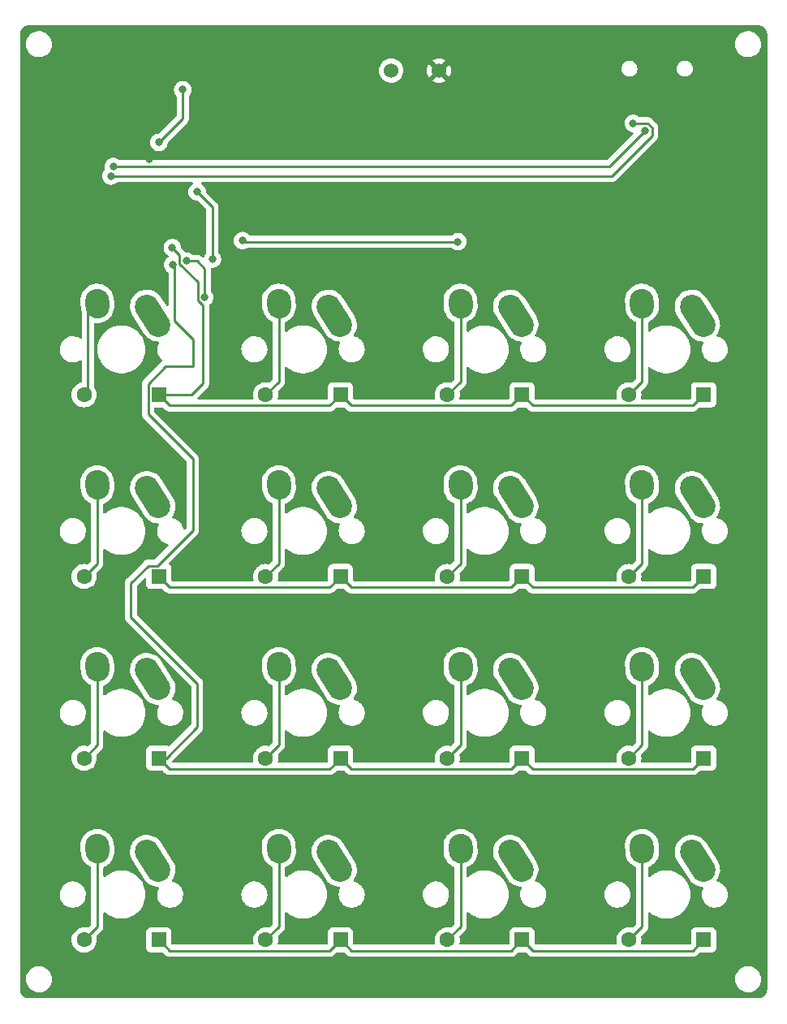
<source format=gtl>
%TF.GenerationSoftware,KiCad,Pcbnew,5.99.0-unknown-48521774cd~131~ubuntu20.04.1*%
%TF.CreationDate,2021-08-15T22:42:59-07:00*%
%TF.ProjectId,keyboard MKI,6b657962-6f61-4726-9420-4d4b492e6b69,rev?*%
%TF.SameCoordinates,Original*%
%TF.FileFunction,Copper,L1,Top*%
%TF.FilePolarity,Positive*%
%FSLAX46Y46*%
G04 Gerber Fmt 4.6, Leading zero omitted, Abs format (unit mm)*
G04 Created by KiCad (PCBNEW 5.99.0-unknown-48521774cd~131~ubuntu20.04.1) date 2021-08-15 22:42:59*
%MOMM*%
%LPD*%
G01*
G04 APERTURE LIST*
G04 Aperture macros list*
%AMHorizOval*
0 Thick line with rounded ends*
0 $1 width*
0 $2 $3 position (X,Y) of the first rounded end (center of the circle)*
0 $4 $5 position (X,Y) of the second rounded end (center of the circle)*
0 Add line between two ends*
20,1,$1,$2,$3,$4,$5,0*
0 Add two circle primitives to create the rounded ends*
1,1,$1,$2,$3*
1,1,$1,$4,$5*%
G04 Aperture macros list end*
%TA.AperFunction,ComponentPad*%
%ADD10C,1.524000*%
%TD*%
%TA.AperFunction,ComponentPad*%
%ADD11HorizOval,2.500000X-0.604462X0.948815X0.604462X-0.948815X0*%
%TD*%
%TA.AperFunction,ComponentPad*%
%ADD12HorizOval,2.500000X-0.019724X0.289328X0.019724X-0.289328X0*%
%TD*%
%TA.AperFunction,ComponentPad*%
%ADD13R,1.600000X1.600000*%
%TD*%
%TA.AperFunction,ComponentPad*%
%ADD14C,1.600000*%
%TD*%
%TA.AperFunction,ViaPad*%
%ADD15C,0.800000*%
%TD*%
%TA.AperFunction,Conductor*%
%ADD16C,0.250000*%
%TD*%
G04 APERTURE END LIST*
D10*
%TO.P,SW1,2*%
%TO.N,Net-(R1-Pad2)*%
X104250000Y-43750000D03*
%TO.P,SW1,1*%
%TO.N,GND*%
X109250000Y-43750000D03*
%TD*%
D11*
%TO.P,K16,1*%
%TO.N,col3*%
X136203400Y-126139700D03*
D12*
%TO.P,K16,2*%
%TO.N,Net-(D16-Pad2)*%
X130428400Y-124869700D03*
%TD*%
%TO.P,K15,2*%
%TO.N,Net-(D15-Pad2)*%
X111480000Y-124869700D03*
D11*
%TO.P,K15,1*%
%TO.N,col2*%
X117255000Y-126139700D03*
%TD*%
%TO.P,K14,1*%
%TO.N,col1*%
X98306600Y-126139700D03*
D12*
%TO.P,K14,2*%
%TO.N,Net-(D14-Pad2)*%
X92531600Y-124869700D03*
%TD*%
D11*
%TO.P,K13,1*%
%TO.N,col0*%
X79358200Y-126139700D03*
D12*
%TO.P,K13,2*%
%TO.N,Net-(D13-Pad2)*%
X73583200Y-124869700D03*
%TD*%
%TO.P,K12,2*%
%TO.N,Net-(D12-Pad2)*%
X130428400Y-105921300D03*
D11*
%TO.P,K12,1*%
%TO.N,col3*%
X136203400Y-107191300D03*
%TD*%
%TO.P,K11,1*%
%TO.N,col2*%
X117255000Y-107191300D03*
D12*
%TO.P,K11,2*%
%TO.N,Net-(D11-Pad2)*%
X111480000Y-105921300D03*
%TD*%
D11*
%TO.P,K10,1*%
%TO.N,col1*%
X98306600Y-107191300D03*
D12*
%TO.P,K10,2*%
%TO.N,Net-(D10-Pad2)*%
X92531600Y-105921300D03*
%TD*%
%TO.P,K9,2*%
%TO.N,Net-(D9-Pad2)*%
X73583200Y-105921300D03*
D11*
%TO.P,K9,1*%
%TO.N,col0*%
X79358200Y-107191300D03*
%TD*%
%TO.P,K8,1*%
%TO.N,col3*%
X136203400Y-88242900D03*
D12*
%TO.P,K8,2*%
%TO.N,Net-(D8-Pad2)*%
X130428400Y-86972900D03*
%TD*%
D11*
%TO.P,K7,1*%
%TO.N,col2*%
X117255000Y-88242900D03*
D12*
%TO.P,K7,2*%
%TO.N,Net-(D7-Pad2)*%
X111480000Y-86972900D03*
%TD*%
D11*
%TO.P,K6,1*%
%TO.N,col1*%
X98306600Y-88242900D03*
D12*
%TO.P,K6,2*%
%TO.N,Net-(D6-Pad2)*%
X92531600Y-86972900D03*
%TD*%
D11*
%TO.P,K5,1*%
%TO.N,col0*%
X79358200Y-88242900D03*
D12*
%TO.P,K5,2*%
%TO.N,Net-(D5-Pad2)*%
X73583200Y-86972900D03*
%TD*%
D11*
%TO.P,K4,1*%
%TO.N,col3*%
X136203400Y-69294500D03*
D12*
%TO.P,K4,2*%
%TO.N,Net-(D4-Pad2)*%
X130428400Y-68024500D03*
%TD*%
D11*
%TO.P,K3,1*%
%TO.N,col2*%
X117255000Y-69294500D03*
D12*
%TO.P,K3,2*%
%TO.N,Net-(D3-Pad2)*%
X111480000Y-68024500D03*
%TD*%
%TO.P,K2,2*%
%TO.N,Net-(D2-Pad2)*%
X92531600Y-68024500D03*
D11*
%TO.P,K2,1*%
%TO.N,col1*%
X98306600Y-69294500D03*
%TD*%
D12*
%TO.P,K1,2*%
%TO.N,Net-(D1-Pad2)*%
X73583200Y-68024500D03*
D11*
%TO.P,K1,1*%
%TO.N,col0*%
X79358200Y-69294500D03*
%TD*%
D13*
%TO.P,D16,1,K*%
%TO.N,row3*%
X136848400Y-134396800D03*
D14*
%TO.P,D16,2,A*%
%TO.N,Net-(D16-Pad2)*%
X129048400Y-134396800D03*
%TD*%
D13*
%TO.P,D15,1,K*%
%TO.N,row3*%
X117900000Y-134396800D03*
D14*
%TO.P,D15,2,A*%
%TO.N,Net-(D15-Pad2)*%
X110100000Y-134396800D03*
%TD*%
%TO.P,D14,2,A*%
%TO.N,Net-(D14-Pad2)*%
X91151600Y-134396800D03*
D13*
%TO.P,D14,1,K*%
%TO.N,row3*%
X98951600Y-134396800D03*
%TD*%
%TO.P,D13,1,K*%
%TO.N,row3*%
X80003200Y-134396800D03*
D14*
%TO.P,D13,2,A*%
%TO.N,Net-(D13-Pad2)*%
X72203200Y-134396800D03*
%TD*%
D13*
%TO.P,D12,1,K*%
%TO.N,row2*%
X136848400Y-115448400D03*
D14*
%TO.P,D12,2,A*%
%TO.N,Net-(D12-Pad2)*%
X129048400Y-115448400D03*
%TD*%
D13*
%TO.P,D11,1,K*%
%TO.N,row2*%
X117900000Y-115448400D03*
D14*
%TO.P,D11,2,A*%
%TO.N,Net-(D11-Pad2)*%
X110100000Y-115448400D03*
%TD*%
D13*
%TO.P,D10,1,K*%
%TO.N,row2*%
X98951600Y-115448400D03*
D14*
%TO.P,D10,2,A*%
%TO.N,Net-(D10-Pad2)*%
X91151600Y-115448400D03*
%TD*%
%TO.P,D9,2,A*%
%TO.N,Net-(D9-Pad2)*%
X72203200Y-115448400D03*
D13*
%TO.P,D9,1,K*%
%TO.N,row2*%
X80003200Y-115448400D03*
%TD*%
D14*
%TO.P,D8,2,A*%
%TO.N,Net-(D8-Pad2)*%
X129048400Y-96500000D03*
D13*
%TO.P,D8,1,K*%
%TO.N,row1*%
X136848400Y-96500000D03*
%TD*%
%TO.P,D7,1,K*%
%TO.N,row1*%
X117900000Y-96500000D03*
D14*
%TO.P,D7,2,A*%
%TO.N,Net-(D7-Pad2)*%
X110100000Y-96500000D03*
%TD*%
D13*
%TO.P,D6,1,K*%
%TO.N,row1*%
X98951600Y-96500000D03*
D14*
%TO.P,D6,2,A*%
%TO.N,Net-(D6-Pad2)*%
X91151600Y-96500000D03*
%TD*%
D13*
%TO.P,D5,1,K*%
%TO.N,row1*%
X80003200Y-96500000D03*
D14*
%TO.P,D5,2,A*%
%TO.N,Net-(D5-Pad2)*%
X72203200Y-96500000D03*
%TD*%
D13*
%TO.P,D4,1,K*%
%TO.N,row0*%
X136848400Y-77551600D03*
D14*
%TO.P,D4,2,A*%
%TO.N,Net-(D4-Pad2)*%
X129048400Y-77551600D03*
%TD*%
D13*
%TO.P,D3,1,K*%
%TO.N,row0*%
X117900000Y-77551600D03*
D14*
%TO.P,D3,2,A*%
%TO.N,Net-(D3-Pad2)*%
X110100000Y-77551600D03*
%TD*%
%TO.P,D2,2,A*%
%TO.N,Net-(D2-Pad2)*%
X91151600Y-77551600D03*
D13*
%TO.P,D2,1,K*%
%TO.N,row0*%
X98951600Y-77551600D03*
%TD*%
%TO.P,D1,1,K*%
%TO.N,row0*%
X80003200Y-77551600D03*
D14*
%TO.P,D1,2,A*%
%TO.N,Net-(D1-Pad2)*%
X72203200Y-77551600D03*
%TD*%
D15*
%TO.N,GND*%
X96500000Y-58000000D03*
X99500000Y-58500000D03*
X86500000Y-46500000D03*
X79000000Y-53025500D03*
X86874712Y-57625288D03*
%TO.N,row3*%
X84000000Y-56400000D03*
X85600000Y-63400000D03*
%TO.N,row2*%
X81434611Y-64000000D03*
%TO.N,row1*%
X82883611Y-63600000D03*
X84800000Y-67400000D03*
%TO.N,col3*%
X88740622Y-61475500D03*
X111200000Y-61600000D03*
%TO.N,row0*%
X81400000Y-62200000D03*
%TO.N,VCC*%
X80000000Y-51250000D03*
X82500000Y-45750000D03*
%TO.N,Net-(J1-PadA7)*%
X75000000Y-54750000D03*
X129500000Y-49250000D03*
%TO.N,Net-(J1-PadA6)*%
X75250000Y-53750000D03*
X130750000Y-50000000D03*
%TD*%
D16*
%TO.N,GND*%
X99500000Y-58500000D02*
X97000000Y-58500000D01*
X97000000Y-58500000D02*
X96500000Y-58000000D01*
X86500000Y-46500000D02*
X87500000Y-46500000D01*
%TO.N,row2*%
X81634611Y-64200000D02*
X81434611Y-64000000D01*
X81634611Y-69834611D02*
X81634611Y-64200000D01*
X83600000Y-71800000D02*
X81634611Y-69834611D01*
X83600000Y-74600000D02*
X83600000Y-71800000D01*
X80751600Y-115448400D02*
X84000000Y-112200000D01*
X79824511Y-95375489D02*
X83536034Y-91663966D01*
X80705778Y-74600000D02*
X83600000Y-74600000D01*
X84000000Y-112200000D02*
X84000000Y-107649238D01*
X84000000Y-107649238D02*
X77075381Y-100724619D01*
X77075381Y-100724619D02*
X77075381Y-97178797D01*
X80003200Y-115448400D02*
X80751600Y-115448400D01*
X83536034Y-91663966D02*
X83536034Y-84263966D01*
X78878689Y-95375489D02*
X79824511Y-95375489D01*
X77075381Y-97178797D02*
X78878689Y-95375489D01*
X78878689Y-79606621D02*
X78878689Y-76427089D01*
X83536034Y-84263966D02*
X78878689Y-79606621D01*
X78878689Y-76427089D02*
X80705778Y-74600000D01*
%TO.N,row0*%
X80003200Y-77551600D02*
X83448400Y-77551600D01*
X83448400Y-77551600D02*
X84600000Y-76400000D01*
X84600000Y-76400000D02*
X84600000Y-68224614D01*
X84600000Y-68224614D02*
X84075489Y-67700103D01*
X84075489Y-67700103D02*
X84075489Y-65816492D01*
X84075489Y-65816492D02*
X82159100Y-63900103D01*
X82159100Y-63900103D02*
X82159100Y-62959100D01*
X82159100Y-62959100D02*
X81400000Y-62200000D01*
%TO.N,Net-(D1-Pad2)*%
X72203200Y-77551600D02*
X72600000Y-77154800D01*
X72600000Y-77154800D02*
X72600000Y-69007700D01*
X72600000Y-69007700D02*
X73583200Y-68024500D01*
%TO.N,row3*%
X84000000Y-56400000D02*
X85600000Y-58000000D01*
X85600000Y-58000000D02*
X85600000Y-63400000D01*
X117900000Y-134396800D02*
X119024511Y-135521311D01*
X119024511Y-135521311D02*
X135723889Y-135521311D01*
X135723889Y-135521311D02*
X136848400Y-134396800D01*
X98951600Y-134396800D02*
X100076111Y-135521311D01*
X100076111Y-135521311D02*
X116775489Y-135521311D01*
X116775489Y-135521311D02*
X117900000Y-134396800D01*
X80003200Y-134396800D02*
X81127711Y-135521311D01*
X81127711Y-135521311D02*
X97827089Y-135521311D01*
X97827089Y-135521311D02*
X98951600Y-134396800D01*
%TO.N,row2*%
X117900000Y-115448400D02*
X119024511Y-116572911D01*
X119024511Y-116572911D02*
X135723889Y-116572911D01*
X135723889Y-116572911D02*
X136848400Y-115448400D01*
X98951600Y-115448400D02*
X100076111Y-116572911D01*
X100076111Y-116572911D02*
X116775489Y-116572911D01*
X116775489Y-116572911D02*
X117900000Y-115448400D01*
X80003200Y-115448400D02*
X81127711Y-116572911D01*
X81127711Y-116572911D02*
X97827089Y-116572911D01*
X97827089Y-116572911D02*
X98951600Y-115448400D01*
%TO.N,Net-(D13-Pad2)*%
X73583200Y-124869700D02*
X73583200Y-133016800D01*
X73583200Y-133016800D02*
X72203200Y-134396800D01*
%TO.N,Net-(D14-Pad2)*%
X92531600Y-124869700D02*
X92531600Y-133016800D01*
X92531600Y-133016800D02*
X91151600Y-134396800D01*
%TO.N,Net-(D15-Pad2)*%
X111480000Y-124869700D02*
X111480000Y-133016800D01*
X111480000Y-133016800D02*
X110100000Y-134396800D01*
%TO.N,Net-(D16-Pad2)*%
X130428400Y-124869700D02*
X130428400Y-133016800D01*
X130428400Y-133016800D02*
X129048400Y-134396800D01*
%TO.N,Net-(D12-Pad2)*%
X130428400Y-105921300D02*
X130428400Y-114068400D01*
X130428400Y-114068400D02*
X129048400Y-115448400D01*
%TO.N,Net-(D11-Pad2)*%
X111480000Y-105921300D02*
X111480000Y-114068400D01*
X111480000Y-114068400D02*
X110100000Y-115448400D01*
%TO.N,Net-(D10-Pad2)*%
X92531600Y-105921300D02*
X92531600Y-114068400D01*
X92531600Y-114068400D02*
X91151600Y-115448400D01*
%TO.N,Net-(D9-Pad2)*%
X73583200Y-105921300D02*
X73583200Y-114068400D01*
X73583200Y-114068400D02*
X72203200Y-115448400D01*
%TO.N,row1*%
X84000000Y-63600000D02*
X82883611Y-63600000D01*
X84800000Y-64400000D02*
X84000000Y-63600000D01*
X84800000Y-67400000D02*
X84800000Y-64400000D01*
X117900000Y-96500000D02*
X119024511Y-97624511D01*
X119024511Y-97624511D02*
X135723889Y-97624511D01*
X135723889Y-97624511D02*
X136848400Y-96500000D01*
X98951600Y-96500000D02*
X100076111Y-97624511D01*
X100076111Y-97624511D02*
X116775489Y-97624511D01*
X116775489Y-97624511D02*
X117900000Y-96500000D01*
X80003200Y-96500000D02*
X81127711Y-97624511D01*
X81127711Y-97624511D02*
X97827089Y-97624511D01*
X97827089Y-97624511D02*
X98951600Y-96500000D01*
%TO.N,Net-(D8-Pad2)*%
X130428400Y-86972900D02*
X130428400Y-95120000D01*
X130428400Y-95120000D02*
X129048400Y-96500000D01*
%TO.N,Net-(D7-Pad2)*%
X111480000Y-86972900D02*
X111480000Y-95120000D01*
X111480000Y-95120000D02*
X110100000Y-96500000D01*
%TO.N,Net-(D6-Pad2)*%
X92531600Y-86972900D02*
X92531600Y-95120000D01*
X92531600Y-95120000D02*
X91151600Y-96500000D01*
%TO.N,Net-(D5-Pad2)*%
X73583200Y-86972900D02*
X73583200Y-95120000D01*
X73583200Y-95120000D02*
X72203200Y-96500000D01*
%TO.N,col3*%
X88865122Y-61600000D02*
X88740622Y-61475500D01*
X111200000Y-61600000D02*
X88865122Y-61600000D01*
%TO.N,Net-(D4-Pad2)*%
X130428400Y-68024500D02*
X130428400Y-76171600D01*
X130428400Y-76171600D02*
X129048400Y-77551600D01*
%TO.N,Net-(D3-Pad2)*%
X111480000Y-68024500D02*
X111480000Y-76171600D01*
X111480000Y-76171600D02*
X110100000Y-77551600D01*
%TO.N,Net-(D2-Pad2)*%
X92531600Y-68024500D02*
X92531600Y-76171600D01*
X92531600Y-76171600D02*
X91151600Y-77551600D01*
%TO.N,row0*%
X117900000Y-77551600D02*
X119024511Y-78676111D01*
X119024511Y-78676111D02*
X135723889Y-78676111D01*
X135723889Y-78676111D02*
X136848400Y-77551600D01*
X98951600Y-77551600D02*
X100076111Y-78676111D01*
X100076111Y-78676111D02*
X116775489Y-78676111D01*
X116775489Y-78676111D02*
X117900000Y-77551600D01*
X80003200Y-77551600D02*
X81127711Y-78676111D01*
X81127711Y-78676111D02*
X97827089Y-78676111D01*
X97827089Y-78676111D02*
X98951600Y-77551600D01*
%TO.N,VCC*%
X82500000Y-48750000D02*
X80000000Y-51250000D01*
X82500000Y-45750000D02*
X82500000Y-48750000D01*
%TO.N,Net-(J1-PadA7)*%
X131474511Y-50525489D02*
X127250000Y-54750000D01*
X127250000Y-54750000D02*
X75000000Y-54750000D01*
X131474511Y-49699897D02*
X131474511Y-50525489D01*
X131024614Y-49250000D02*
X131474511Y-49699897D01*
X129500000Y-49250000D02*
X131024614Y-49250000D01*
%TO.N,Net-(J1-PadA6)*%
X127000000Y-53750000D02*
X75250000Y-53750000D01*
X130750000Y-50000000D02*
X127000000Y-53750000D01*
%TD*%
%TA.AperFunction,Conductor*%
%TO.N,GND*%
G36*
X142470057Y-39009500D02*
G01*
X142484858Y-39011805D01*
X142484861Y-39011805D01*
X142493730Y-39013186D01*
X142506378Y-39011532D01*
X142533692Y-39010948D01*
X142612682Y-39017859D01*
X142661281Y-39022111D01*
X142682904Y-39025923D01*
X142795888Y-39056197D01*
X142828636Y-39064972D01*
X142849275Y-39072484D01*
X142986010Y-39136245D01*
X143005030Y-39147227D01*
X143128618Y-39233764D01*
X143145443Y-39247882D01*
X143252118Y-39354557D01*
X143266236Y-39371382D01*
X143352773Y-39494970D01*
X143363755Y-39513990D01*
X143427516Y-39650725D01*
X143435028Y-39671364D01*
X143454319Y-39743357D01*
X143474076Y-39817092D01*
X143477889Y-39838719D01*
X143479935Y-39862101D01*
X143488449Y-39959419D01*
X143487896Y-39975879D01*
X143488305Y-39975884D01*
X143488195Y-39984858D01*
X143486814Y-39993730D01*
X143487978Y-40002632D01*
X143487978Y-40002635D01*
X143490936Y-40025251D01*
X143492000Y-40041589D01*
X143492000Y-139450672D01*
X143490500Y-139470057D01*
X143489382Y-139477240D01*
X143486814Y-139493730D01*
X143488454Y-139506270D01*
X143488468Y-139506375D01*
X143489052Y-139533692D01*
X143477890Y-139661278D01*
X143474077Y-139682904D01*
X143450961Y-139769174D01*
X143435028Y-139828636D01*
X143427516Y-139849275D01*
X143363755Y-139986010D01*
X143352773Y-140005030D01*
X143266236Y-140128618D01*
X143252118Y-140145443D01*
X143145443Y-140252118D01*
X143128618Y-140266236D01*
X143005030Y-140352773D01*
X142986010Y-140363755D01*
X142849275Y-140427516D01*
X142828635Y-140435028D01*
X142682904Y-140474077D01*
X142661281Y-140477889D01*
X142617391Y-140481729D01*
X142540581Y-140488449D01*
X142524121Y-140487896D01*
X142524116Y-140488305D01*
X142515142Y-140488195D01*
X142506270Y-140486814D01*
X142497368Y-140487978D01*
X142497365Y-140487978D01*
X142474749Y-140490936D01*
X142458411Y-140492000D01*
X66549328Y-140492000D01*
X66529943Y-140490500D01*
X66515142Y-140488195D01*
X66515139Y-140488195D01*
X66506270Y-140486814D01*
X66493622Y-140488468D01*
X66466308Y-140489052D01*
X66387318Y-140482141D01*
X66338719Y-140477889D01*
X66317096Y-140474077D01*
X66171365Y-140435028D01*
X66150725Y-140427516D01*
X66013990Y-140363755D01*
X65994970Y-140352773D01*
X65871382Y-140266236D01*
X65854557Y-140252118D01*
X65747882Y-140145443D01*
X65733764Y-140128618D01*
X65647227Y-140005030D01*
X65636245Y-139986010D01*
X65572484Y-139849275D01*
X65564972Y-139828636D01*
X65549039Y-139769174D01*
X65525923Y-139682904D01*
X65522110Y-139661278D01*
X65511551Y-139540581D01*
X65512104Y-139524121D01*
X65511695Y-139524116D01*
X65511805Y-139515142D01*
X65513186Y-139506270D01*
X65511547Y-139493730D01*
X65509064Y-139474749D01*
X65508000Y-139458411D01*
X65508000Y-138466695D01*
X66137251Y-138466695D01*
X66137548Y-138471848D01*
X66137548Y-138471851D01*
X66143011Y-138566590D01*
X66150110Y-138689715D01*
X66151247Y-138694761D01*
X66151248Y-138694767D01*
X66171119Y-138782939D01*
X66199222Y-138907639D01*
X66283266Y-139114616D01*
X66399987Y-139305088D01*
X66546250Y-139473938D01*
X66718126Y-139616632D01*
X66911000Y-139729338D01*
X67119692Y-139809030D01*
X67124760Y-139810061D01*
X67124763Y-139810062D01*
X67216058Y-139828636D01*
X67338597Y-139853567D01*
X67343772Y-139853757D01*
X67343774Y-139853757D01*
X67556673Y-139861564D01*
X67556677Y-139861564D01*
X67561837Y-139861753D01*
X67566957Y-139861097D01*
X67566959Y-139861097D01*
X67778288Y-139834025D01*
X67778289Y-139834025D01*
X67783416Y-139833368D01*
X67788366Y-139831883D01*
X67992429Y-139770661D01*
X67992434Y-139770659D01*
X67997384Y-139769174D01*
X68197994Y-139670896D01*
X68379860Y-139541173D01*
X68395750Y-139525339D01*
X68534435Y-139387137D01*
X68538096Y-139383489D01*
X68597594Y-139300689D01*
X68665435Y-139206277D01*
X68668453Y-139202077D01*
X68767430Y-139001811D01*
X68832370Y-138788069D01*
X68861529Y-138566590D01*
X68863156Y-138500000D01*
X68860418Y-138466695D01*
X140137251Y-138466695D01*
X140137548Y-138471848D01*
X140137548Y-138471851D01*
X140143011Y-138566590D01*
X140150110Y-138689715D01*
X140151247Y-138694761D01*
X140151248Y-138694767D01*
X140171119Y-138782939D01*
X140199222Y-138907639D01*
X140283266Y-139114616D01*
X140399987Y-139305088D01*
X140546250Y-139473938D01*
X140718126Y-139616632D01*
X140911000Y-139729338D01*
X141119692Y-139809030D01*
X141124760Y-139810061D01*
X141124763Y-139810062D01*
X141216058Y-139828636D01*
X141338597Y-139853567D01*
X141343772Y-139853757D01*
X141343774Y-139853757D01*
X141556673Y-139861564D01*
X141556677Y-139861564D01*
X141561837Y-139861753D01*
X141566957Y-139861097D01*
X141566959Y-139861097D01*
X141778288Y-139834025D01*
X141778289Y-139834025D01*
X141783416Y-139833368D01*
X141788366Y-139831883D01*
X141992429Y-139770661D01*
X141992434Y-139770659D01*
X141997384Y-139769174D01*
X142197994Y-139670896D01*
X142379860Y-139541173D01*
X142395750Y-139525339D01*
X142534435Y-139387137D01*
X142538096Y-139383489D01*
X142597594Y-139300689D01*
X142665435Y-139206277D01*
X142668453Y-139202077D01*
X142767430Y-139001811D01*
X142832370Y-138788069D01*
X142861529Y-138566590D01*
X142863156Y-138500000D01*
X142844852Y-138277361D01*
X142790431Y-138060702D01*
X142701354Y-137855840D01*
X142580014Y-137668277D01*
X142429670Y-137503051D01*
X142425619Y-137499852D01*
X142425615Y-137499848D01*
X142258414Y-137367800D01*
X142258410Y-137367798D01*
X142254359Y-137364598D01*
X142058789Y-137256638D01*
X142053920Y-137254914D01*
X142053916Y-137254912D01*
X141853087Y-137183795D01*
X141853083Y-137183794D01*
X141848212Y-137182069D01*
X141843119Y-137181162D01*
X141843116Y-137181161D01*
X141633373Y-137143800D01*
X141633367Y-137143799D01*
X141628284Y-137142894D01*
X141554452Y-137141992D01*
X141410081Y-137140228D01*
X141410079Y-137140228D01*
X141404911Y-137140165D01*
X141184091Y-137173955D01*
X140971756Y-137243357D01*
X140773607Y-137346507D01*
X140769474Y-137349610D01*
X140769471Y-137349612D01*
X140745247Y-137367800D01*
X140594965Y-137480635D01*
X140440629Y-137642138D01*
X140314743Y-137826680D01*
X140220688Y-138029305D01*
X140160989Y-138244570D01*
X140137251Y-138466695D01*
X68860418Y-138466695D01*
X68844852Y-138277361D01*
X68790431Y-138060702D01*
X68701354Y-137855840D01*
X68580014Y-137668277D01*
X68429670Y-137503051D01*
X68425619Y-137499852D01*
X68425615Y-137499848D01*
X68258414Y-137367800D01*
X68258410Y-137367798D01*
X68254359Y-137364598D01*
X68058789Y-137256638D01*
X68053920Y-137254914D01*
X68053916Y-137254912D01*
X67853087Y-137183795D01*
X67853083Y-137183794D01*
X67848212Y-137182069D01*
X67843119Y-137181162D01*
X67843116Y-137181161D01*
X67633373Y-137143800D01*
X67633367Y-137143799D01*
X67628284Y-137142894D01*
X67554452Y-137141992D01*
X67410081Y-137140228D01*
X67410079Y-137140228D01*
X67404911Y-137140165D01*
X67184091Y-137173955D01*
X66971756Y-137243357D01*
X66773607Y-137346507D01*
X66769474Y-137349610D01*
X66769471Y-137349612D01*
X66745247Y-137367800D01*
X66594965Y-137480635D01*
X66440629Y-137642138D01*
X66314743Y-137826680D01*
X66220688Y-138029305D01*
X66160989Y-138244570D01*
X66137251Y-138466695D01*
X65508000Y-138466695D01*
X65508000Y-134396800D01*
X70889702Y-134396800D01*
X70909657Y-134624887D01*
X70911080Y-134630199D01*
X70911081Y-134630202D01*
X70952289Y-134783989D01*
X70968916Y-134846043D01*
X70971239Y-134851024D01*
X70971239Y-134851025D01*
X71063351Y-135048562D01*
X71063354Y-135048567D01*
X71065677Y-135053549D01*
X71197002Y-135241100D01*
X71358900Y-135402998D01*
X71363408Y-135406155D01*
X71363411Y-135406157D01*
X71404742Y-135435097D01*
X71546451Y-135534323D01*
X71551433Y-135536646D01*
X71551438Y-135536649D01*
X71748975Y-135628761D01*
X71753957Y-135631084D01*
X71759265Y-135632506D01*
X71759267Y-135632507D01*
X71969798Y-135688919D01*
X71969800Y-135688919D01*
X71975113Y-135690343D01*
X72203200Y-135710298D01*
X72431287Y-135690343D01*
X72436600Y-135688919D01*
X72436602Y-135688919D01*
X72647133Y-135632507D01*
X72647135Y-135632506D01*
X72652443Y-135631084D01*
X72657425Y-135628761D01*
X72854962Y-135536649D01*
X72854967Y-135536646D01*
X72859949Y-135534323D01*
X73001658Y-135435097D01*
X73042989Y-135406157D01*
X73042992Y-135406155D01*
X73047500Y-135402998D01*
X73209398Y-135241100D01*
X73340723Y-135053549D01*
X73343046Y-135048567D01*
X73343049Y-135048562D01*
X73435161Y-134851025D01*
X73435161Y-134851024D01*
X73437484Y-134846043D01*
X73454112Y-134783989D01*
X73495319Y-134630202D01*
X73495320Y-134630199D01*
X73496743Y-134624887D01*
X73516698Y-134396800D01*
X73496743Y-134168713D01*
X73495319Y-134163398D01*
X73495318Y-134163391D01*
X73479741Y-134105259D01*
X73481430Y-134034283D01*
X73512352Y-133983552D01*
X73947238Y-133548666D01*
X78694700Y-133548666D01*
X78694700Y-135244934D01*
X78701455Y-135307116D01*
X78752585Y-135443505D01*
X78839939Y-135560061D01*
X78956495Y-135647415D01*
X79092884Y-135698545D01*
X79155066Y-135705300D01*
X80363606Y-135705300D01*
X80431727Y-135725302D01*
X80452701Y-135742205D01*
X80624054Y-135913558D01*
X80631598Y-135921848D01*
X80635711Y-135928329D01*
X80641488Y-135933754D01*
X80685378Y-135974969D01*
X80688220Y-135977724D01*
X80707942Y-135997446D01*
X80711084Y-135999883D01*
X80711144Y-135999930D01*
X80720156Y-136007628D01*
X80733589Y-136020242D01*
X80752390Y-136037897D01*
X80759333Y-136041714D01*
X80770142Y-136047656D01*
X80786664Y-136058509D01*
X80802670Y-136070925D01*
X80809948Y-136074075D01*
X80809949Y-136074075D01*
X80843248Y-136088485D01*
X80853898Y-136093702D01*
X80892651Y-136115006D01*
X80900326Y-136116977D01*
X80900327Y-136116977D01*
X80912273Y-136120044D01*
X80930978Y-136126448D01*
X80949566Y-136134492D01*
X80957389Y-136135731D01*
X80957399Y-136135734D01*
X80993235Y-136141410D01*
X81004855Y-136143816D01*
X81036670Y-136151984D01*
X81047681Y-136154811D01*
X81067935Y-136154811D01*
X81087645Y-136156362D01*
X81107654Y-136159531D01*
X81115546Y-136158785D01*
X81134291Y-136157013D01*
X81151673Y-136155370D01*
X81163530Y-136154811D01*
X97748322Y-136154811D01*
X97759505Y-136155338D01*
X97766998Y-136157013D01*
X97774924Y-136156764D01*
X97774925Y-136156764D01*
X97835075Y-136154873D01*
X97839034Y-136154811D01*
X97866945Y-136154811D01*
X97870880Y-136154314D01*
X97870945Y-136154306D01*
X97882782Y-136153373D01*
X97915040Y-136152359D01*
X97919059Y-136152233D01*
X97926978Y-136151984D01*
X97946432Y-136146332D01*
X97965789Y-136142324D01*
X97978019Y-136140779D01*
X97978020Y-136140779D01*
X97985886Y-136139785D01*
X97993257Y-136136866D01*
X97993259Y-136136866D01*
X98027001Y-136123507D01*
X98038231Y-136119662D01*
X98073072Y-136109540D01*
X98073073Y-136109540D01*
X98080682Y-136107329D01*
X98087501Y-136103296D01*
X98087506Y-136103294D01*
X98098117Y-136097018D01*
X98115865Y-136088323D01*
X98134706Y-136080863D01*
X98170476Y-136054875D01*
X98180396Y-136048359D01*
X98211624Y-136029891D01*
X98211627Y-136029889D01*
X98218451Y-136025853D01*
X98232772Y-136011532D01*
X98247806Y-135998691D01*
X98249520Y-135997446D01*
X98264196Y-135986783D01*
X98292387Y-135952706D01*
X98300377Y-135943927D01*
X98502099Y-135742205D01*
X98564411Y-135708179D01*
X98591194Y-135705300D01*
X99312006Y-135705300D01*
X99380127Y-135725302D01*
X99401101Y-135742205D01*
X99572454Y-135913558D01*
X99579998Y-135921848D01*
X99584111Y-135928329D01*
X99589888Y-135933754D01*
X99633778Y-135974969D01*
X99636620Y-135977724D01*
X99656342Y-135997446D01*
X99659484Y-135999883D01*
X99659544Y-135999930D01*
X99668556Y-136007628D01*
X99681989Y-136020242D01*
X99700790Y-136037897D01*
X99707733Y-136041714D01*
X99718542Y-136047656D01*
X99735064Y-136058509D01*
X99751070Y-136070925D01*
X99758348Y-136074075D01*
X99758349Y-136074075D01*
X99791648Y-136088485D01*
X99802298Y-136093702D01*
X99841051Y-136115006D01*
X99848726Y-136116977D01*
X99848727Y-136116977D01*
X99860673Y-136120044D01*
X99879378Y-136126448D01*
X99897966Y-136134492D01*
X99905789Y-136135731D01*
X99905799Y-136135734D01*
X99941635Y-136141410D01*
X99953255Y-136143816D01*
X99985070Y-136151984D01*
X99996081Y-136154811D01*
X100016335Y-136154811D01*
X100036045Y-136156362D01*
X100056054Y-136159531D01*
X100063946Y-136158785D01*
X100082691Y-136157013D01*
X100100073Y-136155370D01*
X100111930Y-136154811D01*
X116696722Y-136154811D01*
X116707905Y-136155338D01*
X116715398Y-136157013D01*
X116723324Y-136156764D01*
X116723325Y-136156764D01*
X116783475Y-136154873D01*
X116787434Y-136154811D01*
X116815345Y-136154811D01*
X116819280Y-136154314D01*
X116819345Y-136154306D01*
X116831182Y-136153373D01*
X116863440Y-136152359D01*
X116867459Y-136152233D01*
X116875378Y-136151984D01*
X116894832Y-136146332D01*
X116914189Y-136142324D01*
X116926419Y-136140779D01*
X116926420Y-136140779D01*
X116934286Y-136139785D01*
X116941657Y-136136866D01*
X116941659Y-136136866D01*
X116975401Y-136123507D01*
X116986631Y-136119662D01*
X117021472Y-136109540D01*
X117021473Y-136109540D01*
X117029082Y-136107329D01*
X117035901Y-136103296D01*
X117035906Y-136103294D01*
X117046517Y-136097018D01*
X117064265Y-136088323D01*
X117083106Y-136080863D01*
X117118876Y-136054875D01*
X117128796Y-136048359D01*
X117160024Y-136029891D01*
X117160027Y-136029889D01*
X117166851Y-136025853D01*
X117181172Y-136011532D01*
X117196206Y-135998691D01*
X117197920Y-135997446D01*
X117212596Y-135986783D01*
X117240787Y-135952706D01*
X117248777Y-135943927D01*
X117450499Y-135742205D01*
X117512811Y-135708179D01*
X117539594Y-135705300D01*
X118260406Y-135705300D01*
X118328527Y-135725302D01*
X118349501Y-135742205D01*
X118520854Y-135913558D01*
X118528398Y-135921848D01*
X118532511Y-135928329D01*
X118538288Y-135933754D01*
X118582178Y-135974969D01*
X118585020Y-135977724D01*
X118604742Y-135997446D01*
X118607884Y-135999883D01*
X118607944Y-135999930D01*
X118616956Y-136007628D01*
X118630389Y-136020242D01*
X118649190Y-136037897D01*
X118656133Y-136041714D01*
X118666942Y-136047656D01*
X118683464Y-136058509D01*
X118699470Y-136070925D01*
X118706748Y-136074075D01*
X118706749Y-136074075D01*
X118740048Y-136088485D01*
X118750698Y-136093702D01*
X118789451Y-136115006D01*
X118797126Y-136116977D01*
X118797127Y-136116977D01*
X118809073Y-136120044D01*
X118827778Y-136126448D01*
X118846366Y-136134492D01*
X118854189Y-136135731D01*
X118854199Y-136135734D01*
X118890035Y-136141410D01*
X118901655Y-136143816D01*
X118933470Y-136151984D01*
X118944481Y-136154811D01*
X118964735Y-136154811D01*
X118984445Y-136156362D01*
X119004454Y-136159531D01*
X119012346Y-136158785D01*
X119031091Y-136157013D01*
X119048473Y-136155370D01*
X119060330Y-136154811D01*
X135645122Y-136154811D01*
X135656305Y-136155338D01*
X135663798Y-136157013D01*
X135671724Y-136156764D01*
X135671725Y-136156764D01*
X135731875Y-136154873D01*
X135735834Y-136154811D01*
X135763745Y-136154811D01*
X135767680Y-136154314D01*
X135767745Y-136154306D01*
X135779582Y-136153373D01*
X135811840Y-136152359D01*
X135815859Y-136152233D01*
X135823778Y-136151984D01*
X135843232Y-136146332D01*
X135862589Y-136142324D01*
X135874819Y-136140779D01*
X135874820Y-136140779D01*
X135882686Y-136139785D01*
X135890057Y-136136866D01*
X135890059Y-136136866D01*
X135923801Y-136123507D01*
X135935031Y-136119662D01*
X135969872Y-136109540D01*
X135969873Y-136109540D01*
X135977482Y-136107329D01*
X135984301Y-136103296D01*
X135984306Y-136103294D01*
X135994917Y-136097018D01*
X136012665Y-136088323D01*
X136031506Y-136080863D01*
X136067276Y-136054875D01*
X136077196Y-136048359D01*
X136108424Y-136029891D01*
X136108427Y-136029889D01*
X136115251Y-136025853D01*
X136129572Y-136011532D01*
X136144606Y-135998691D01*
X136146320Y-135997446D01*
X136160996Y-135986783D01*
X136189187Y-135952706D01*
X136197177Y-135943927D01*
X136398899Y-135742205D01*
X136461211Y-135708179D01*
X136487994Y-135705300D01*
X137696534Y-135705300D01*
X137758716Y-135698545D01*
X137895105Y-135647415D01*
X138011661Y-135560061D01*
X138099015Y-135443505D01*
X138150145Y-135307116D01*
X138156900Y-135244934D01*
X138156900Y-133548666D01*
X138150145Y-133486484D01*
X138099015Y-133350095D01*
X138011661Y-133233539D01*
X137895105Y-133146185D01*
X137758716Y-133095055D01*
X137696534Y-133088300D01*
X136000266Y-133088300D01*
X135938084Y-133095055D01*
X135801695Y-133146185D01*
X135685139Y-133233539D01*
X135597785Y-133350095D01*
X135546655Y-133486484D01*
X135539900Y-133548666D01*
X135539900Y-134757205D01*
X135519898Y-134825326D01*
X135502995Y-134846300D01*
X135498389Y-134850906D01*
X135436077Y-134884932D01*
X135409294Y-134887811D01*
X130435699Y-134887811D01*
X130367578Y-134867809D01*
X130321085Y-134814153D01*
X130310981Y-134743879D01*
X130313992Y-134729199D01*
X130341943Y-134624887D01*
X130361898Y-134396800D01*
X130341943Y-134168713D01*
X130340519Y-134163398D01*
X130340518Y-134163391D01*
X130324941Y-134105259D01*
X130326630Y-134034283D01*
X130357552Y-133983552D01*
X130820647Y-133520457D01*
X130828937Y-133512913D01*
X130835418Y-133508800D01*
X130882059Y-133459132D01*
X130884813Y-133456291D01*
X130904535Y-133436569D01*
X130907019Y-133433367D01*
X130914717Y-133424355D01*
X130939561Y-133397898D01*
X130944986Y-133392121D01*
X130954747Y-133374366D01*
X130965598Y-133357847D01*
X130978014Y-133341841D01*
X130995574Y-133301263D01*
X131000791Y-133290613D01*
X131022095Y-133251860D01*
X131027133Y-133232237D01*
X131033537Y-133213534D01*
X131038433Y-133202220D01*
X131038433Y-133202219D01*
X131041581Y-133194945D01*
X131042820Y-133187122D01*
X131042823Y-133187112D01*
X131048499Y-133151276D01*
X131050905Y-133139656D01*
X131059928Y-133104511D01*
X131059928Y-133104510D01*
X131061900Y-133096830D01*
X131061900Y-133076576D01*
X131063451Y-133056865D01*
X131065380Y-133044686D01*
X131066620Y-133036857D01*
X131062459Y-132992838D01*
X131061900Y-132980981D01*
X131061900Y-131612123D01*
X131081902Y-131544002D01*
X131135558Y-131497509D01*
X131205832Y-131487405D01*
X131274152Y-131520273D01*
X131350156Y-131591645D01*
X131353358Y-131593972D01*
X131353360Y-131593973D01*
X131449815Y-131664051D01*
X131604896Y-131776724D01*
X131880823Y-131928416D01*
X132173587Y-132044330D01*
X132478570Y-132122636D01*
X132790962Y-132162100D01*
X133105838Y-132162100D01*
X133418230Y-132122636D01*
X133723213Y-132044330D01*
X134015977Y-131928416D01*
X134291904Y-131776724D01*
X134446985Y-131664051D01*
X134543440Y-131593973D01*
X134543442Y-131593972D01*
X134546644Y-131591645D01*
X134776178Y-131376098D01*
X134976887Y-131133482D01*
X135131499Y-130889853D01*
X135143482Y-130870971D01*
X135143482Y-130870970D01*
X135145606Y-130867624D01*
X135147290Y-130864045D01*
X135147294Y-130864038D01*
X135277984Y-130586306D01*
X135277986Y-130586302D01*
X135279673Y-130582716D01*
X135376975Y-130283252D01*
X135435977Y-129973954D01*
X135455748Y-129659700D01*
X135435977Y-129345446D01*
X135376975Y-129036148D01*
X135297884Y-128792731D01*
X135280899Y-128740457D01*
X135280899Y-128740456D01*
X135279673Y-128736684D01*
X135207821Y-128583990D01*
X135147294Y-128455362D01*
X135147290Y-128455355D01*
X135145606Y-128451776D01*
X134976887Y-128185918D01*
X134776178Y-127943302D01*
X134546644Y-127727755D01*
X134518459Y-127707277D01*
X134295112Y-127545007D01*
X134291904Y-127542676D01*
X134105294Y-127440086D01*
X134019439Y-127392887D01*
X134019436Y-127392886D01*
X134015977Y-127390984D01*
X133723213Y-127275070D01*
X133418230Y-127196764D01*
X133105838Y-127157300D01*
X132790962Y-127157300D01*
X132478570Y-127196764D01*
X132173587Y-127275070D01*
X131880823Y-127390984D01*
X131877364Y-127392886D01*
X131877361Y-127392887D01*
X131791507Y-127440086D01*
X131604896Y-127542676D01*
X131601688Y-127545007D01*
X131378342Y-127707277D01*
X131350156Y-127727755D01*
X131347271Y-127730464D01*
X131347270Y-127730465D01*
X131274153Y-127799127D01*
X131210803Y-127831178D01*
X131140181Y-127823891D01*
X131084710Y-127779581D01*
X131061900Y-127707277D01*
X131061900Y-126895026D01*
X131081902Y-126826905D01*
X131135558Y-126780412D01*
X131144497Y-126776738D01*
X131172204Y-126766571D01*
X131176603Y-126764957D01*
X131405972Y-126639641D01*
X131452780Y-126604177D01*
X131610574Y-126484622D01*
X131614300Y-126481799D01*
X131617559Y-126478465D01*
X131617566Y-126478459D01*
X131793741Y-126298239D01*
X131797008Y-126294897D01*
X131950085Y-126083043D01*
X132070165Y-125850890D01*
X132154611Y-125603537D01*
X132201571Y-125346420D01*
X132208614Y-125128352D01*
X132206585Y-125098594D01*
X133837923Y-125098594D01*
X133843625Y-125359903D01*
X133887889Y-125617498D01*
X133889356Y-125621946D01*
X133964850Y-125850890D01*
X133969740Y-125865721D01*
X133971842Y-125869892D01*
X133971844Y-125869896D01*
X134066517Y-126057725D01*
X134066522Y-126057734D01*
X134067943Y-126060553D01*
X135360410Y-128089319D01*
X135361796Y-128091175D01*
X135361798Y-128091178D01*
X135474192Y-128241692D01*
X135474197Y-128241698D01*
X135476984Y-128245430D01*
X135480293Y-128248710D01*
X135480298Y-128248716D01*
X135633530Y-128400616D01*
X135662605Y-128429438D01*
X135873386Y-128583990D01*
X135877517Y-128586164D01*
X135877518Y-128586164D01*
X136100560Y-128703512D01*
X136100566Y-128703514D01*
X136104695Y-128705687D01*
X136109103Y-128707226D01*
X136109109Y-128707229D01*
X136347036Y-128790317D01*
X136351452Y-128791859D01*
X136356045Y-128792731D01*
X136603647Y-128839739D01*
X136603650Y-128839739D01*
X136608236Y-128840610D01*
X136681328Y-128843482D01*
X136715452Y-128844823D01*
X136782735Y-128867485D01*
X136827085Y-128922924D01*
X136834422Y-128993541D01*
X136824792Y-129023776D01*
X136748240Y-129188693D01*
X136688502Y-129404101D01*
X136664748Y-129626373D01*
X136665045Y-129631525D01*
X136665045Y-129631529D01*
X136666898Y-129663658D01*
X136677616Y-129849540D01*
X136678753Y-129854586D01*
X136678754Y-129854592D01*
X136698640Y-129942832D01*
X136726760Y-130067609D01*
X136810860Y-130274724D01*
X136927659Y-130465321D01*
X137074018Y-130634283D01*
X137246008Y-130777072D01*
X137439010Y-130889853D01*
X137443830Y-130891693D01*
X137443835Y-130891696D01*
X137547290Y-130931201D01*
X137647840Y-130969597D01*
X137652908Y-130970628D01*
X137652911Y-130970629D01*
X137760243Y-130992466D01*
X137866890Y-131014164D01*
X137872063Y-131014354D01*
X137872066Y-131014354D01*
X138085114Y-131022166D01*
X138085118Y-131022166D01*
X138090278Y-131022355D01*
X138095398Y-131021699D01*
X138095400Y-131021699D01*
X138306876Y-130994608D01*
X138306877Y-130994608D01*
X138312004Y-130993951D01*
X138526113Y-130929715D01*
X138530752Y-130927442D01*
X138530758Y-130927440D01*
X138722219Y-130833644D01*
X138726857Y-130831372D01*
X138807616Y-130773767D01*
X138904630Y-130704568D01*
X138904635Y-130704564D01*
X138908842Y-130701563D01*
X139067183Y-130543774D01*
X139197627Y-130362242D01*
X139236667Y-130283252D01*
X139294376Y-130166486D01*
X139294377Y-130166484D01*
X139296670Y-130161844D01*
X139361653Y-129947959D01*
X139390831Y-129726334D01*
X139390913Y-129722984D01*
X139392377Y-129663065D01*
X139392377Y-129663061D01*
X139392459Y-129659700D01*
X139374143Y-129436914D01*
X139319685Y-129220111D01*
X139267715Y-129100588D01*
X139232610Y-129019850D01*
X139232608Y-129019847D01*
X139230550Y-129015113D01*
X139119314Y-128843168D01*
X139111938Y-128831766D01*
X139111936Y-128831763D01*
X139109130Y-128827426D01*
X138958686Y-128662090D01*
X138954635Y-128658891D01*
X138954631Y-128658887D01*
X138787314Y-128526748D01*
X138787310Y-128526746D01*
X138783259Y-128523546D01*
X138750466Y-128505443D01*
X138723416Y-128490511D01*
X138587559Y-128415514D01*
X138462475Y-128371220D01*
X138381715Y-128342621D01*
X138381712Y-128342620D01*
X138376843Y-128340896D01*
X138308594Y-128328739D01*
X138245037Y-128297101D01*
X138208674Y-128236123D01*
X138211051Y-128165167D01*
X138224720Y-128136529D01*
X138355070Y-127933878D01*
X138355072Y-127933875D01*
X138357595Y-127929952D01*
X138464945Y-127691643D01*
X138535891Y-127440086D01*
X138568877Y-127180805D01*
X138563175Y-126919497D01*
X138531611Y-126735807D01*
X138519704Y-126666515D01*
X138519703Y-126666511D01*
X138518911Y-126661902D01*
X138460453Y-126484622D01*
X138438524Y-126418118D01*
X138438523Y-126418115D01*
X138437060Y-126413679D01*
X138378874Y-126298239D01*
X138340283Y-126221675D01*
X138340278Y-126221666D01*
X138338857Y-126218847D01*
X137046390Y-124190081D01*
X137009337Y-124140461D01*
X136932609Y-124037710D01*
X136932608Y-124037708D01*
X136929816Y-124033970D01*
X136926509Y-124030692D01*
X136926504Y-124030686D01*
X136747511Y-123853250D01*
X136747510Y-123853249D01*
X136744194Y-123849962D01*
X136533414Y-123695410D01*
X136467084Y-123660512D01*
X136306240Y-123575888D01*
X136306234Y-123575886D01*
X136302105Y-123573713D01*
X136297698Y-123572174D01*
X136297691Y-123572171D01*
X136059763Y-123489083D01*
X136059761Y-123489083D01*
X136055347Y-123487541D01*
X136050754Y-123486669D01*
X135803153Y-123439661D01*
X135803150Y-123439661D01*
X135798564Y-123438790D01*
X135667980Y-123433659D01*
X135542063Y-123428711D01*
X135542057Y-123428711D01*
X135537395Y-123428528D01*
X135457961Y-123437228D01*
X135282231Y-123456473D01*
X135282226Y-123456474D01*
X135277578Y-123456983D01*
X135273055Y-123458174D01*
X135273054Y-123458174D01*
X135029344Y-123522337D01*
X135029342Y-123522338D01*
X135024821Y-123523528D01*
X135020526Y-123525373D01*
X135020524Y-123525374D01*
X134908012Y-123573713D01*
X134784676Y-123626702D01*
X134742885Y-123652563D01*
X134566392Y-123761780D01*
X134566388Y-123761783D01*
X134562419Y-123764239D01*
X134362933Y-123933117D01*
X134359854Y-123936628D01*
X134193681Y-124126111D01*
X134193677Y-124126116D01*
X134190599Y-124129626D01*
X134049205Y-124349448D01*
X133941855Y-124587756D01*
X133870908Y-124839314D01*
X133837923Y-125098594D01*
X132206585Y-125098594D01*
X132171470Y-124583492D01*
X132158751Y-124396912D01*
X132158750Y-124396905D01*
X132158591Y-124394569D01*
X132157705Y-124388383D01*
X132131634Y-124206337D01*
X132131633Y-124206332D01*
X132130970Y-124201703D01*
X132056082Y-123951292D01*
X131945003Y-123714699D01*
X131800173Y-123497124D01*
X131624775Y-123303346D01*
X131542473Y-123235863D01*
X131426278Y-123140589D01*
X131426273Y-123140586D01*
X131422660Y-123137623D01*
X131198271Y-123003593D01*
X130956535Y-122904204D01*
X130951999Y-122903086D01*
X130951997Y-122903085D01*
X130829650Y-122872921D01*
X130702764Y-122841637D01*
X130661031Y-122837729D01*
X130447190Y-122817702D01*
X130447187Y-122817702D01*
X130442532Y-122817266D01*
X130353423Y-122822170D01*
X130186224Y-122831371D01*
X130186223Y-122831371D01*
X130181556Y-122831628D01*
X130176974Y-122832573D01*
X130176972Y-122832573D01*
X130109181Y-122846550D01*
X129925570Y-122884407D01*
X129680197Y-122974443D01*
X129676095Y-122976684D01*
X129676093Y-122976685D01*
X129454942Y-123097510D01*
X129454939Y-123097512D01*
X129450828Y-123099758D01*
X129242500Y-123257601D01*
X129239241Y-123260935D01*
X129239234Y-123260941D01*
X129075230Y-123428711D01*
X129059792Y-123444503D01*
X128906715Y-123656357D01*
X128786635Y-123888510D01*
X128702189Y-124135863D01*
X128701350Y-124140458D01*
X128701349Y-124140461D01*
X128691929Y-124192040D01*
X128655229Y-124392980D01*
X128648186Y-124611048D01*
X128679033Y-125063541D01*
X128697999Y-125341745D01*
X128698209Y-125344831D01*
X128698541Y-125347151D01*
X128698542Y-125347158D01*
X128700368Y-125359903D01*
X128725830Y-125537697D01*
X128800718Y-125788108D01*
X128911797Y-126024701D01*
X129056627Y-126242275D01*
X129232025Y-126436054D01*
X129291258Y-126484622D01*
X129430522Y-126598811D01*
X129430527Y-126598814D01*
X129434140Y-126601777D01*
X129658529Y-126735807D01*
X129662845Y-126737582D01*
X129662854Y-126737586D01*
X129716812Y-126759770D01*
X129772210Y-126804173D01*
X129794900Y-126876305D01*
X129794900Y-132702206D01*
X129774898Y-132770327D01*
X129757995Y-132791301D01*
X129461648Y-133087648D01*
X129399336Y-133121674D01*
X129339941Y-133120259D01*
X129281809Y-133104682D01*
X129281798Y-133104680D01*
X129276487Y-133103257D01*
X129048400Y-133083302D01*
X128820313Y-133103257D01*
X128815000Y-133104681D01*
X128814998Y-133104681D01*
X128604467Y-133161093D01*
X128604465Y-133161094D01*
X128599157Y-133162516D01*
X128594176Y-133164839D01*
X128594175Y-133164839D01*
X128396638Y-133256951D01*
X128396633Y-133256954D01*
X128391651Y-133259277D01*
X128331689Y-133301263D01*
X128208611Y-133387443D01*
X128208608Y-133387445D01*
X128204100Y-133390602D01*
X128042202Y-133552500D01*
X127910877Y-133740051D01*
X127908554Y-133745033D01*
X127908551Y-133745038D01*
X127816439Y-133942575D01*
X127814116Y-133947557D01*
X127812694Y-133952865D01*
X127812693Y-133952867D01*
X127756283Y-134163391D01*
X127754857Y-134168713D01*
X127734902Y-134396800D01*
X127754857Y-134624887D01*
X127782808Y-134729199D01*
X127781118Y-134800176D01*
X127741324Y-134858972D01*
X127676060Y-134886920D01*
X127661101Y-134887811D01*
X119339105Y-134887811D01*
X119270984Y-134867809D01*
X119250010Y-134850906D01*
X119245405Y-134846301D01*
X119211379Y-134783989D01*
X119208500Y-134757206D01*
X119208500Y-133548666D01*
X119201745Y-133486484D01*
X119150615Y-133350095D01*
X119063261Y-133233539D01*
X118946705Y-133146185D01*
X118810316Y-133095055D01*
X118748134Y-133088300D01*
X117051866Y-133088300D01*
X116989684Y-133095055D01*
X116853295Y-133146185D01*
X116736739Y-133233539D01*
X116649385Y-133350095D01*
X116598255Y-133486484D01*
X116591500Y-133548666D01*
X116591500Y-134757205D01*
X116571498Y-134825326D01*
X116554595Y-134846300D01*
X116549989Y-134850906D01*
X116487677Y-134884932D01*
X116460894Y-134887811D01*
X111487299Y-134887811D01*
X111419178Y-134867809D01*
X111372685Y-134814153D01*
X111362581Y-134743879D01*
X111365592Y-134729199D01*
X111393543Y-134624887D01*
X111413498Y-134396800D01*
X111393543Y-134168713D01*
X111392119Y-134163398D01*
X111392118Y-134163391D01*
X111376541Y-134105259D01*
X111378230Y-134034283D01*
X111409152Y-133983552D01*
X111872247Y-133520457D01*
X111880537Y-133512913D01*
X111887018Y-133508800D01*
X111933659Y-133459132D01*
X111936413Y-133456291D01*
X111956135Y-133436569D01*
X111958619Y-133433367D01*
X111966317Y-133424355D01*
X111991161Y-133397898D01*
X111996586Y-133392121D01*
X112006347Y-133374366D01*
X112017198Y-133357847D01*
X112029614Y-133341841D01*
X112047174Y-133301263D01*
X112052391Y-133290613D01*
X112073695Y-133251860D01*
X112078733Y-133232237D01*
X112085137Y-133213534D01*
X112090033Y-133202220D01*
X112090033Y-133202219D01*
X112093181Y-133194945D01*
X112094420Y-133187122D01*
X112094423Y-133187112D01*
X112100099Y-133151276D01*
X112102505Y-133139656D01*
X112111528Y-133104511D01*
X112111528Y-133104510D01*
X112113500Y-133096830D01*
X112113500Y-133076576D01*
X112115051Y-133056865D01*
X112116980Y-133044686D01*
X112118220Y-133036857D01*
X112114059Y-132992838D01*
X112113500Y-132980981D01*
X112113500Y-131612123D01*
X112133502Y-131544002D01*
X112187158Y-131497509D01*
X112257432Y-131487405D01*
X112325752Y-131520273D01*
X112401756Y-131591645D01*
X112404958Y-131593972D01*
X112404960Y-131593973D01*
X112501415Y-131664051D01*
X112656496Y-131776724D01*
X112932423Y-131928416D01*
X113225187Y-132044330D01*
X113530170Y-132122636D01*
X113842562Y-132162100D01*
X114157438Y-132162100D01*
X114469830Y-132122636D01*
X114774813Y-132044330D01*
X115067577Y-131928416D01*
X115343504Y-131776724D01*
X115498585Y-131664051D01*
X115595040Y-131593973D01*
X115595042Y-131593972D01*
X115598244Y-131591645D01*
X115827778Y-131376098D01*
X116028487Y-131133482D01*
X116183099Y-130889853D01*
X116195082Y-130870971D01*
X116195082Y-130870970D01*
X116197206Y-130867624D01*
X116198890Y-130864045D01*
X116198894Y-130864038D01*
X116329584Y-130586306D01*
X116329586Y-130586302D01*
X116331273Y-130582716D01*
X116428575Y-130283252D01*
X116487577Y-129973954D01*
X116507348Y-129659700D01*
X116487577Y-129345446D01*
X116428575Y-129036148D01*
X116349484Y-128792731D01*
X116332499Y-128740457D01*
X116332499Y-128740456D01*
X116331273Y-128736684D01*
X116259421Y-128583990D01*
X116198894Y-128455362D01*
X116198890Y-128455355D01*
X116197206Y-128451776D01*
X116028487Y-128185918D01*
X115827778Y-127943302D01*
X115598244Y-127727755D01*
X115570059Y-127707277D01*
X115346712Y-127545007D01*
X115343504Y-127542676D01*
X115156894Y-127440086D01*
X115071039Y-127392887D01*
X115071036Y-127392886D01*
X115067577Y-127390984D01*
X114774813Y-127275070D01*
X114469830Y-127196764D01*
X114157438Y-127157300D01*
X113842562Y-127157300D01*
X113530170Y-127196764D01*
X113225187Y-127275070D01*
X112932423Y-127390984D01*
X112928964Y-127392886D01*
X112928961Y-127392887D01*
X112843107Y-127440086D01*
X112656496Y-127542676D01*
X112653288Y-127545007D01*
X112429942Y-127707277D01*
X112401756Y-127727755D01*
X112398871Y-127730464D01*
X112398870Y-127730465D01*
X112325753Y-127799127D01*
X112262403Y-127831178D01*
X112191781Y-127823891D01*
X112136310Y-127779581D01*
X112113500Y-127707277D01*
X112113500Y-126895026D01*
X112133502Y-126826905D01*
X112187158Y-126780412D01*
X112196097Y-126776738D01*
X112223804Y-126766571D01*
X112228203Y-126764957D01*
X112457572Y-126639641D01*
X112504380Y-126604177D01*
X112662174Y-126484622D01*
X112665900Y-126481799D01*
X112669159Y-126478465D01*
X112669166Y-126478459D01*
X112845341Y-126298239D01*
X112848608Y-126294897D01*
X113001685Y-126083043D01*
X113121765Y-125850890D01*
X113206211Y-125603537D01*
X113253171Y-125346420D01*
X113260214Y-125128352D01*
X113258185Y-125098594D01*
X114889523Y-125098594D01*
X114895225Y-125359903D01*
X114939489Y-125617498D01*
X114940956Y-125621946D01*
X115016450Y-125850890D01*
X115021340Y-125865721D01*
X115023442Y-125869892D01*
X115023444Y-125869896D01*
X115118117Y-126057725D01*
X115118122Y-126057734D01*
X115119543Y-126060553D01*
X116412010Y-128089319D01*
X116413396Y-128091175D01*
X116413398Y-128091178D01*
X116525792Y-128241692D01*
X116525797Y-128241698D01*
X116528584Y-128245430D01*
X116531893Y-128248710D01*
X116531898Y-128248716D01*
X116685130Y-128400616D01*
X116714205Y-128429438D01*
X116924986Y-128583990D01*
X116929117Y-128586164D01*
X116929118Y-128586164D01*
X117152160Y-128703512D01*
X117152166Y-128703514D01*
X117156295Y-128705687D01*
X117160703Y-128707226D01*
X117160709Y-128707229D01*
X117398636Y-128790317D01*
X117403052Y-128791859D01*
X117407645Y-128792731D01*
X117655247Y-128839739D01*
X117655250Y-128839739D01*
X117659836Y-128840610D01*
X117732928Y-128843482D01*
X117767052Y-128844823D01*
X117834335Y-128867485D01*
X117878685Y-128922924D01*
X117886022Y-128993541D01*
X117876392Y-129023776D01*
X117799840Y-129188693D01*
X117740102Y-129404101D01*
X117716348Y-129626373D01*
X117716645Y-129631525D01*
X117716645Y-129631529D01*
X117718498Y-129663658D01*
X117729216Y-129849540D01*
X117730353Y-129854586D01*
X117730354Y-129854592D01*
X117750240Y-129942832D01*
X117778360Y-130067609D01*
X117862460Y-130274724D01*
X117979259Y-130465321D01*
X118125618Y-130634283D01*
X118297608Y-130777072D01*
X118490610Y-130889853D01*
X118495430Y-130891693D01*
X118495435Y-130891696D01*
X118598890Y-130931201D01*
X118699440Y-130969597D01*
X118704508Y-130970628D01*
X118704511Y-130970629D01*
X118811843Y-130992466D01*
X118918490Y-131014164D01*
X118923663Y-131014354D01*
X118923666Y-131014354D01*
X119136714Y-131022166D01*
X119136718Y-131022166D01*
X119141878Y-131022355D01*
X119146998Y-131021699D01*
X119147000Y-131021699D01*
X119358476Y-130994608D01*
X119358477Y-130994608D01*
X119363604Y-130993951D01*
X119577713Y-130929715D01*
X119582352Y-130927442D01*
X119582358Y-130927440D01*
X119773819Y-130833644D01*
X119778457Y-130831372D01*
X119859216Y-130773767D01*
X119956230Y-130704568D01*
X119956235Y-130704564D01*
X119960442Y-130701563D01*
X120118783Y-130543774D01*
X120249227Y-130362242D01*
X120288267Y-130283252D01*
X120345976Y-130166486D01*
X120345977Y-130166484D01*
X120348270Y-130161844D01*
X120413253Y-129947959D01*
X120442431Y-129726334D01*
X120442513Y-129722984D01*
X120443977Y-129663065D01*
X120443977Y-129663061D01*
X120444059Y-129659700D01*
X120441319Y-129626373D01*
X126504748Y-129626373D01*
X126505045Y-129631525D01*
X126505045Y-129631529D01*
X126506898Y-129663658D01*
X126517616Y-129849540D01*
X126518753Y-129854586D01*
X126518754Y-129854592D01*
X126538640Y-129942832D01*
X126566760Y-130067609D01*
X126650860Y-130274724D01*
X126767659Y-130465321D01*
X126914018Y-130634283D01*
X127086008Y-130777072D01*
X127279010Y-130889853D01*
X127283830Y-130891693D01*
X127283835Y-130891696D01*
X127387290Y-130931201D01*
X127487840Y-130969597D01*
X127492908Y-130970628D01*
X127492911Y-130970629D01*
X127600243Y-130992466D01*
X127706890Y-131014164D01*
X127712063Y-131014354D01*
X127712066Y-131014354D01*
X127925114Y-131022166D01*
X127925118Y-131022166D01*
X127930278Y-131022355D01*
X127935398Y-131021699D01*
X127935400Y-131021699D01*
X128146876Y-130994608D01*
X128146877Y-130994608D01*
X128152004Y-130993951D01*
X128366113Y-130929715D01*
X128370752Y-130927442D01*
X128370758Y-130927440D01*
X128562219Y-130833644D01*
X128566857Y-130831372D01*
X128647616Y-130773767D01*
X128744630Y-130704568D01*
X128744635Y-130704564D01*
X128748842Y-130701563D01*
X128907183Y-130543774D01*
X129037627Y-130362242D01*
X129076667Y-130283252D01*
X129134376Y-130166486D01*
X129134377Y-130166484D01*
X129136670Y-130161844D01*
X129201653Y-129947959D01*
X129230831Y-129726334D01*
X129230913Y-129722984D01*
X129232377Y-129663065D01*
X129232377Y-129663061D01*
X129232459Y-129659700D01*
X129214143Y-129436914D01*
X129159685Y-129220111D01*
X129107715Y-129100588D01*
X129072610Y-129019850D01*
X129072608Y-129019847D01*
X129070550Y-129015113D01*
X128959314Y-128843168D01*
X128951938Y-128831766D01*
X128951936Y-128831763D01*
X128949130Y-128827426D01*
X128798686Y-128662090D01*
X128794635Y-128658891D01*
X128794631Y-128658887D01*
X128627314Y-128526748D01*
X128627310Y-128526746D01*
X128623259Y-128523546D01*
X128590466Y-128505443D01*
X128563416Y-128490511D01*
X128427559Y-128415514D01*
X128302475Y-128371220D01*
X128221715Y-128342621D01*
X128221712Y-128342620D01*
X128216843Y-128340896D01*
X128211754Y-128339989D01*
X128211752Y-128339989D01*
X128001858Y-128302601D01*
X128001852Y-128302600D01*
X127996769Y-128301695D01*
X127911107Y-128300648D01*
X127778417Y-128299027D01*
X127778415Y-128299027D01*
X127773248Y-128298964D01*
X127552282Y-128332776D01*
X127404348Y-128381129D01*
X127344725Y-128400616D01*
X127344723Y-128400617D01*
X127339806Y-128402224D01*
X127335220Y-128404611D01*
X127335216Y-128404613D01*
X127237729Y-128455362D01*
X127141525Y-128505443D01*
X127137383Y-128508553D01*
X127036910Y-128583990D01*
X126962765Y-128639659D01*
X126808327Y-128801270D01*
X126805413Y-128805542D01*
X126805412Y-128805543D01*
X126787524Y-128831766D01*
X126682358Y-128985934D01*
X126588240Y-129188693D01*
X126528502Y-129404101D01*
X126504748Y-129626373D01*
X120441319Y-129626373D01*
X120425743Y-129436914D01*
X120371285Y-129220111D01*
X120319315Y-129100588D01*
X120284210Y-129019850D01*
X120284208Y-129019847D01*
X120282150Y-129015113D01*
X120170914Y-128843168D01*
X120163538Y-128831766D01*
X120163536Y-128831763D01*
X120160730Y-128827426D01*
X120010286Y-128662090D01*
X120006235Y-128658891D01*
X120006231Y-128658887D01*
X119838914Y-128526748D01*
X119838910Y-128526746D01*
X119834859Y-128523546D01*
X119802066Y-128505443D01*
X119775016Y-128490511D01*
X119639159Y-128415514D01*
X119514075Y-128371220D01*
X119433315Y-128342621D01*
X119433312Y-128342620D01*
X119428443Y-128340896D01*
X119360194Y-128328739D01*
X119296637Y-128297101D01*
X119260274Y-128236123D01*
X119262651Y-128165167D01*
X119276320Y-128136529D01*
X119406670Y-127933878D01*
X119406672Y-127933875D01*
X119409195Y-127929952D01*
X119516545Y-127691643D01*
X119587491Y-127440086D01*
X119620477Y-127180805D01*
X119614775Y-126919497D01*
X119583211Y-126735807D01*
X119571304Y-126666515D01*
X119571303Y-126666511D01*
X119570511Y-126661902D01*
X119512053Y-126484622D01*
X119490124Y-126418118D01*
X119490123Y-126418115D01*
X119488660Y-126413679D01*
X119430474Y-126298239D01*
X119391883Y-126221675D01*
X119391878Y-126221666D01*
X119390457Y-126218847D01*
X118097990Y-124190081D01*
X118060937Y-124140461D01*
X117984209Y-124037710D01*
X117984208Y-124037708D01*
X117981416Y-124033970D01*
X117978109Y-124030692D01*
X117978104Y-124030686D01*
X117799111Y-123853250D01*
X117799110Y-123853249D01*
X117795794Y-123849962D01*
X117585014Y-123695410D01*
X117518684Y-123660512D01*
X117357840Y-123575888D01*
X117357834Y-123575886D01*
X117353705Y-123573713D01*
X117349298Y-123572174D01*
X117349291Y-123572171D01*
X117111363Y-123489083D01*
X117111361Y-123489083D01*
X117106947Y-123487541D01*
X117102354Y-123486669D01*
X116854753Y-123439661D01*
X116854750Y-123439661D01*
X116850164Y-123438790D01*
X116719580Y-123433659D01*
X116593663Y-123428711D01*
X116593657Y-123428711D01*
X116588995Y-123428528D01*
X116509561Y-123437228D01*
X116333831Y-123456473D01*
X116333826Y-123456474D01*
X116329178Y-123456983D01*
X116324655Y-123458174D01*
X116324654Y-123458174D01*
X116080944Y-123522337D01*
X116080942Y-123522338D01*
X116076421Y-123523528D01*
X116072126Y-123525373D01*
X116072124Y-123525374D01*
X115959612Y-123573713D01*
X115836276Y-123626702D01*
X115794485Y-123652563D01*
X115617992Y-123761780D01*
X115617988Y-123761783D01*
X115614019Y-123764239D01*
X115414533Y-123933117D01*
X115411454Y-123936628D01*
X115245281Y-124126111D01*
X115245277Y-124126116D01*
X115242199Y-124129626D01*
X115100805Y-124349448D01*
X114993455Y-124587756D01*
X114922508Y-124839314D01*
X114889523Y-125098594D01*
X113258185Y-125098594D01*
X113223070Y-124583492D01*
X113210351Y-124396912D01*
X113210350Y-124396905D01*
X113210191Y-124394569D01*
X113209305Y-124388383D01*
X113183234Y-124206337D01*
X113183233Y-124206332D01*
X113182570Y-124201703D01*
X113107682Y-123951292D01*
X112996603Y-123714699D01*
X112851773Y-123497124D01*
X112676375Y-123303346D01*
X112594073Y-123235863D01*
X112477878Y-123140589D01*
X112477873Y-123140586D01*
X112474260Y-123137623D01*
X112249871Y-123003593D01*
X112008135Y-122904204D01*
X112003599Y-122903086D01*
X112003597Y-122903085D01*
X111881250Y-122872921D01*
X111754364Y-122841637D01*
X111712631Y-122837729D01*
X111498790Y-122817702D01*
X111498787Y-122817702D01*
X111494132Y-122817266D01*
X111405023Y-122822170D01*
X111237824Y-122831371D01*
X111237823Y-122831371D01*
X111233156Y-122831628D01*
X111228574Y-122832573D01*
X111228572Y-122832573D01*
X111160781Y-122846550D01*
X110977170Y-122884407D01*
X110731797Y-122974443D01*
X110727695Y-122976684D01*
X110727693Y-122976685D01*
X110506542Y-123097510D01*
X110506539Y-123097512D01*
X110502428Y-123099758D01*
X110294100Y-123257601D01*
X110290841Y-123260935D01*
X110290834Y-123260941D01*
X110126830Y-123428711D01*
X110111392Y-123444503D01*
X109958315Y-123656357D01*
X109838235Y-123888510D01*
X109753789Y-124135863D01*
X109752950Y-124140458D01*
X109752949Y-124140461D01*
X109743529Y-124192040D01*
X109706829Y-124392980D01*
X109699786Y-124611048D01*
X109730633Y-125063541D01*
X109749599Y-125341745D01*
X109749809Y-125344831D01*
X109750141Y-125347151D01*
X109750142Y-125347158D01*
X109751968Y-125359903D01*
X109777430Y-125537697D01*
X109852318Y-125788108D01*
X109963397Y-126024701D01*
X110108227Y-126242275D01*
X110283625Y-126436054D01*
X110342858Y-126484622D01*
X110482122Y-126598811D01*
X110482127Y-126598814D01*
X110485740Y-126601777D01*
X110710129Y-126735807D01*
X110714445Y-126737582D01*
X110714454Y-126737586D01*
X110768412Y-126759770D01*
X110823810Y-126804173D01*
X110846500Y-126876305D01*
X110846500Y-132702206D01*
X110826498Y-132770327D01*
X110809595Y-132791301D01*
X110513248Y-133087648D01*
X110450936Y-133121674D01*
X110391541Y-133120259D01*
X110333409Y-133104682D01*
X110333398Y-133104680D01*
X110328087Y-133103257D01*
X110100000Y-133083302D01*
X109871913Y-133103257D01*
X109866600Y-133104681D01*
X109866598Y-133104681D01*
X109656067Y-133161093D01*
X109656065Y-133161094D01*
X109650757Y-133162516D01*
X109645776Y-133164839D01*
X109645775Y-133164839D01*
X109448238Y-133256951D01*
X109448233Y-133256954D01*
X109443251Y-133259277D01*
X109383289Y-133301263D01*
X109260211Y-133387443D01*
X109260208Y-133387445D01*
X109255700Y-133390602D01*
X109093802Y-133552500D01*
X108962477Y-133740051D01*
X108960154Y-133745033D01*
X108960151Y-133745038D01*
X108868039Y-133942575D01*
X108865716Y-133947557D01*
X108864294Y-133952865D01*
X108864293Y-133952867D01*
X108807883Y-134163391D01*
X108806457Y-134168713D01*
X108786502Y-134396800D01*
X108806457Y-134624887D01*
X108834408Y-134729199D01*
X108832718Y-134800176D01*
X108792924Y-134858972D01*
X108727660Y-134886920D01*
X108712701Y-134887811D01*
X100390705Y-134887811D01*
X100322584Y-134867809D01*
X100301610Y-134850906D01*
X100297005Y-134846301D01*
X100262979Y-134783989D01*
X100260100Y-134757206D01*
X100260100Y-133548666D01*
X100253345Y-133486484D01*
X100202215Y-133350095D01*
X100114861Y-133233539D01*
X99998305Y-133146185D01*
X99861916Y-133095055D01*
X99799734Y-133088300D01*
X98103466Y-133088300D01*
X98041284Y-133095055D01*
X97904895Y-133146185D01*
X97788339Y-133233539D01*
X97700985Y-133350095D01*
X97649855Y-133486484D01*
X97643100Y-133548666D01*
X97643100Y-134757205D01*
X97623098Y-134825326D01*
X97606195Y-134846300D01*
X97601589Y-134850906D01*
X97539277Y-134884932D01*
X97512494Y-134887811D01*
X92538899Y-134887811D01*
X92470778Y-134867809D01*
X92424285Y-134814153D01*
X92414181Y-134743879D01*
X92417192Y-134729199D01*
X92445143Y-134624887D01*
X92465098Y-134396800D01*
X92445143Y-134168713D01*
X92443719Y-134163398D01*
X92443718Y-134163391D01*
X92428141Y-134105259D01*
X92429830Y-134034283D01*
X92460752Y-133983552D01*
X92923847Y-133520457D01*
X92932137Y-133512913D01*
X92938618Y-133508800D01*
X92985259Y-133459132D01*
X92988013Y-133456291D01*
X93007735Y-133436569D01*
X93010219Y-133433367D01*
X93017917Y-133424355D01*
X93042761Y-133397898D01*
X93048186Y-133392121D01*
X93057947Y-133374366D01*
X93068798Y-133357847D01*
X93081214Y-133341841D01*
X93098774Y-133301263D01*
X93103991Y-133290613D01*
X93125295Y-133251860D01*
X93130333Y-133232237D01*
X93136737Y-133213534D01*
X93141633Y-133202220D01*
X93141633Y-133202219D01*
X93144781Y-133194945D01*
X93146020Y-133187122D01*
X93146023Y-133187112D01*
X93151699Y-133151276D01*
X93154105Y-133139656D01*
X93163128Y-133104511D01*
X93163128Y-133104510D01*
X93165100Y-133096830D01*
X93165100Y-133076576D01*
X93166651Y-133056865D01*
X93168580Y-133044686D01*
X93169820Y-133036857D01*
X93165659Y-132992838D01*
X93165100Y-132980981D01*
X93165100Y-131612123D01*
X93185102Y-131544002D01*
X93238758Y-131497509D01*
X93309032Y-131487405D01*
X93377352Y-131520273D01*
X93453356Y-131591645D01*
X93456558Y-131593972D01*
X93456560Y-131593973D01*
X93553015Y-131664051D01*
X93708096Y-131776724D01*
X93984023Y-131928416D01*
X94276787Y-132044330D01*
X94581770Y-132122636D01*
X94894162Y-132162100D01*
X95209038Y-132162100D01*
X95521430Y-132122636D01*
X95826413Y-132044330D01*
X96119177Y-131928416D01*
X96395104Y-131776724D01*
X96550185Y-131664051D01*
X96646640Y-131593973D01*
X96646642Y-131593972D01*
X96649844Y-131591645D01*
X96879378Y-131376098D01*
X97080087Y-131133482D01*
X97234699Y-130889853D01*
X97246682Y-130870971D01*
X97246682Y-130870970D01*
X97248806Y-130867624D01*
X97250490Y-130864045D01*
X97250494Y-130864038D01*
X97381184Y-130586306D01*
X97381186Y-130586302D01*
X97382873Y-130582716D01*
X97480175Y-130283252D01*
X97539177Y-129973954D01*
X97558948Y-129659700D01*
X97539177Y-129345446D01*
X97480175Y-129036148D01*
X97401084Y-128792731D01*
X97384099Y-128740457D01*
X97384099Y-128740456D01*
X97382873Y-128736684D01*
X97311021Y-128583990D01*
X97250494Y-128455362D01*
X97250490Y-128455355D01*
X97248806Y-128451776D01*
X97080087Y-128185918D01*
X96879378Y-127943302D01*
X96649844Y-127727755D01*
X96621659Y-127707277D01*
X96398312Y-127545007D01*
X96395104Y-127542676D01*
X96208494Y-127440086D01*
X96122639Y-127392887D01*
X96122636Y-127392886D01*
X96119177Y-127390984D01*
X95826413Y-127275070D01*
X95521430Y-127196764D01*
X95209038Y-127157300D01*
X94894162Y-127157300D01*
X94581770Y-127196764D01*
X94276787Y-127275070D01*
X93984023Y-127390984D01*
X93980564Y-127392886D01*
X93980561Y-127392887D01*
X93894707Y-127440086D01*
X93708096Y-127542676D01*
X93704888Y-127545007D01*
X93481542Y-127707277D01*
X93453356Y-127727755D01*
X93450471Y-127730464D01*
X93450470Y-127730465D01*
X93377353Y-127799127D01*
X93314003Y-127831178D01*
X93243381Y-127823891D01*
X93187910Y-127779581D01*
X93165100Y-127707277D01*
X93165100Y-126895026D01*
X93185102Y-126826905D01*
X93238758Y-126780412D01*
X93247697Y-126776738D01*
X93275404Y-126766571D01*
X93279803Y-126764957D01*
X93509172Y-126639641D01*
X93555980Y-126604177D01*
X93713774Y-126484622D01*
X93717500Y-126481799D01*
X93720759Y-126478465D01*
X93720766Y-126478459D01*
X93896941Y-126298239D01*
X93900208Y-126294897D01*
X94053285Y-126083043D01*
X94173365Y-125850890D01*
X94257811Y-125603537D01*
X94304771Y-125346420D01*
X94311814Y-125128352D01*
X94309785Y-125098594D01*
X95941123Y-125098594D01*
X95946825Y-125359903D01*
X95991089Y-125617498D01*
X95992556Y-125621946D01*
X96068050Y-125850890D01*
X96072940Y-125865721D01*
X96075042Y-125869892D01*
X96075044Y-125869896D01*
X96169717Y-126057725D01*
X96169722Y-126057734D01*
X96171143Y-126060553D01*
X97463610Y-128089319D01*
X97464996Y-128091175D01*
X97464998Y-128091178D01*
X97577392Y-128241692D01*
X97577397Y-128241698D01*
X97580184Y-128245430D01*
X97583493Y-128248710D01*
X97583498Y-128248716D01*
X97736730Y-128400616D01*
X97765805Y-128429438D01*
X97976586Y-128583990D01*
X97980717Y-128586164D01*
X97980718Y-128586164D01*
X98203760Y-128703512D01*
X98203766Y-128703514D01*
X98207895Y-128705687D01*
X98212303Y-128707226D01*
X98212309Y-128707229D01*
X98450236Y-128790317D01*
X98454652Y-128791859D01*
X98459245Y-128792731D01*
X98706847Y-128839739D01*
X98706850Y-128839739D01*
X98711436Y-128840610D01*
X98784528Y-128843482D01*
X98818652Y-128844823D01*
X98885935Y-128867485D01*
X98930285Y-128922924D01*
X98937622Y-128993541D01*
X98927992Y-129023776D01*
X98851440Y-129188693D01*
X98791702Y-129404101D01*
X98767948Y-129626373D01*
X98768245Y-129631525D01*
X98768245Y-129631529D01*
X98770098Y-129663658D01*
X98780816Y-129849540D01*
X98781953Y-129854586D01*
X98781954Y-129854592D01*
X98801840Y-129942832D01*
X98829960Y-130067609D01*
X98914060Y-130274724D01*
X99030859Y-130465321D01*
X99177218Y-130634283D01*
X99349208Y-130777072D01*
X99542210Y-130889853D01*
X99547030Y-130891693D01*
X99547035Y-130891696D01*
X99650490Y-130931201D01*
X99751040Y-130969597D01*
X99756108Y-130970628D01*
X99756111Y-130970629D01*
X99863443Y-130992466D01*
X99970090Y-131014164D01*
X99975263Y-131014354D01*
X99975266Y-131014354D01*
X100188314Y-131022166D01*
X100188318Y-131022166D01*
X100193478Y-131022355D01*
X100198598Y-131021699D01*
X100198600Y-131021699D01*
X100410076Y-130994608D01*
X100410077Y-130994608D01*
X100415204Y-130993951D01*
X100629313Y-130929715D01*
X100633952Y-130927442D01*
X100633958Y-130927440D01*
X100825419Y-130833644D01*
X100830057Y-130831372D01*
X100910816Y-130773767D01*
X101007830Y-130704568D01*
X101007835Y-130704564D01*
X101012042Y-130701563D01*
X101170383Y-130543774D01*
X101300827Y-130362242D01*
X101339867Y-130283252D01*
X101397576Y-130166486D01*
X101397577Y-130166484D01*
X101399870Y-130161844D01*
X101464853Y-129947959D01*
X101494031Y-129726334D01*
X101494113Y-129722984D01*
X101495577Y-129663065D01*
X101495577Y-129663061D01*
X101495659Y-129659700D01*
X101492919Y-129626373D01*
X107556348Y-129626373D01*
X107556645Y-129631525D01*
X107556645Y-129631529D01*
X107558498Y-129663658D01*
X107569216Y-129849540D01*
X107570353Y-129854586D01*
X107570354Y-129854592D01*
X107590240Y-129942832D01*
X107618360Y-130067609D01*
X107702460Y-130274724D01*
X107819259Y-130465321D01*
X107965618Y-130634283D01*
X108137608Y-130777072D01*
X108330610Y-130889853D01*
X108335430Y-130891693D01*
X108335435Y-130891696D01*
X108438890Y-130931201D01*
X108539440Y-130969597D01*
X108544508Y-130970628D01*
X108544511Y-130970629D01*
X108651843Y-130992466D01*
X108758490Y-131014164D01*
X108763663Y-131014354D01*
X108763666Y-131014354D01*
X108976714Y-131022166D01*
X108976718Y-131022166D01*
X108981878Y-131022355D01*
X108986998Y-131021699D01*
X108987000Y-131021699D01*
X109198476Y-130994608D01*
X109198477Y-130994608D01*
X109203604Y-130993951D01*
X109417713Y-130929715D01*
X109422352Y-130927442D01*
X109422358Y-130927440D01*
X109613819Y-130833644D01*
X109618457Y-130831372D01*
X109699216Y-130773767D01*
X109796230Y-130704568D01*
X109796235Y-130704564D01*
X109800442Y-130701563D01*
X109958783Y-130543774D01*
X110089227Y-130362242D01*
X110128267Y-130283252D01*
X110185976Y-130166486D01*
X110185977Y-130166484D01*
X110188270Y-130161844D01*
X110253253Y-129947959D01*
X110282431Y-129726334D01*
X110282513Y-129722984D01*
X110283977Y-129663065D01*
X110283977Y-129663061D01*
X110284059Y-129659700D01*
X110265743Y-129436914D01*
X110211285Y-129220111D01*
X110159315Y-129100588D01*
X110124210Y-129019850D01*
X110124208Y-129019847D01*
X110122150Y-129015113D01*
X110010914Y-128843168D01*
X110003538Y-128831766D01*
X110003536Y-128831763D01*
X110000730Y-128827426D01*
X109850286Y-128662090D01*
X109846235Y-128658891D01*
X109846231Y-128658887D01*
X109678914Y-128526748D01*
X109678910Y-128526746D01*
X109674859Y-128523546D01*
X109642066Y-128505443D01*
X109615016Y-128490511D01*
X109479159Y-128415514D01*
X109354075Y-128371220D01*
X109273315Y-128342621D01*
X109273312Y-128342620D01*
X109268443Y-128340896D01*
X109263354Y-128339989D01*
X109263352Y-128339989D01*
X109053458Y-128302601D01*
X109053452Y-128302600D01*
X109048369Y-128301695D01*
X108962707Y-128300648D01*
X108830017Y-128299027D01*
X108830015Y-128299027D01*
X108824848Y-128298964D01*
X108603882Y-128332776D01*
X108455948Y-128381129D01*
X108396325Y-128400616D01*
X108396323Y-128400617D01*
X108391406Y-128402224D01*
X108386820Y-128404611D01*
X108386816Y-128404613D01*
X108289329Y-128455362D01*
X108193125Y-128505443D01*
X108188983Y-128508553D01*
X108088510Y-128583990D01*
X108014365Y-128639659D01*
X107859927Y-128801270D01*
X107857013Y-128805542D01*
X107857012Y-128805543D01*
X107839124Y-128831766D01*
X107733958Y-128985934D01*
X107639840Y-129188693D01*
X107580102Y-129404101D01*
X107556348Y-129626373D01*
X101492919Y-129626373D01*
X101477343Y-129436914D01*
X101422885Y-129220111D01*
X101370915Y-129100588D01*
X101335810Y-129019850D01*
X101335808Y-129019847D01*
X101333750Y-129015113D01*
X101222514Y-128843168D01*
X101215138Y-128831766D01*
X101215136Y-128831763D01*
X101212330Y-128827426D01*
X101061886Y-128662090D01*
X101057835Y-128658891D01*
X101057831Y-128658887D01*
X100890514Y-128526748D01*
X100890510Y-128526746D01*
X100886459Y-128523546D01*
X100853666Y-128505443D01*
X100826616Y-128490511D01*
X100690759Y-128415514D01*
X100565675Y-128371220D01*
X100484915Y-128342621D01*
X100484912Y-128342620D01*
X100480043Y-128340896D01*
X100411794Y-128328739D01*
X100348237Y-128297101D01*
X100311874Y-128236123D01*
X100314251Y-128165167D01*
X100327920Y-128136529D01*
X100458270Y-127933878D01*
X100458272Y-127933875D01*
X100460795Y-127929952D01*
X100568145Y-127691643D01*
X100639091Y-127440086D01*
X100672077Y-127180805D01*
X100666375Y-126919497D01*
X100634811Y-126735807D01*
X100622904Y-126666515D01*
X100622903Y-126666511D01*
X100622111Y-126661902D01*
X100563653Y-126484622D01*
X100541724Y-126418118D01*
X100541723Y-126418115D01*
X100540260Y-126413679D01*
X100482074Y-126298239D01*
X100443483Y-126221675D01*
X100443478Y-126221666D01*
X100442057Y-126218847D01*
X99149590Y-124190081D01*
X99112537Y-124140461D01*
X99035809Y-124037710D01*
X99035808Y-124037708D01*
X99033016Y-124033970D01*
X99029709Y-124030692D01*
X99029704Y-124030686D01*
X98850711Y-123853250D01*
X98850710Y-123853249D01*
X98847394Y-123849962D01*
X98636614Y-123695410D01*
X98570284Y-123660512D01*
X98409440Y-123575888D01*
X98409434Y-123575886D01*
X98405305Y-123573713D01*
X98400898Y-123572174D01*
X98400891Y-123572171D01*
X98162963Y-123489083D01*
X98162961Y-123489083D01*
X98158547Y-123487541D01*
X98153954Y-123486669D01*
X97906353Y-123439661D01*
X97906350Y-123439661D01*
X97901764Y-123438790D01*
X97771180Y-123433659D01*
X97645263Y-123428711D01*
X97645257Y-123428711D01*
X97640595Y-123428528D01*
X97561161Y-123437228D01*
X97385431Y-123456473D01*
X97385426Y-123456474D01*
X97380778Y-123456983D01*
X97376255Y-123458174D01*
X97376254Y-123458174D01*
X97132544Y-123522337D01*
X97132542Y-123522338D01*
X97128021Y-123523528D01*
X97123726Y-123525373D01*
X97123724Y-123525374D01*
X97011212Y-123573713D01*
X96887876Y-123626702D01*
X96846085Y-123652563D01*
X96669592Y-123761780D01*
X96669588Y-123761783D01*
X96665619Y-123764239D01*
X96466133Y-123933117D01*
X96463054Y-123936628D01*
X96296881Y-124126111D01*
X96296877Y-124126116D01*
X96293799Y-124129626D01*
X96152405Y-124349448D01*
X96045055Y-124587756D01*
X95974108Y-124839314D01*
X95941123Y-125098594D01*
X94309785Y-125098594D01*
X94274670Y-124583492D01*
X94261951Y-124396912D01*
X94261950Y-124396905D01*
X94261791Y-124394569D01*
X94260905Y-124388383D01*
X94234834Y-124206337D01*
X94234833Y-124206332D01*
X94234170Y-124201703D01*
X94159282Y-123951292D01*
X94048203Y-123714699D01*
X93903373Y-123497124D01*
X93727975Y-123303346D01*
X93645673Y-123235863D01*
X93529478Y-123140589D01*
X93529473Y-123140586D01*
X93525860Y-123137623D01*
X93301471Y-123003593D01*
X93059735Y-122904204D01*
X93055199Y-122903086D01*
X93055197Y-122903085D01*
X92932850Y-122872921D01*
X92805964Y-122841637D01*
X92764231Y-122837729D01*
X92550390Y-122817702D01*
X92550387Y-122817702D01*
X92545732Y-122817266D01*
X92456623Y-122822170D01*
X92289424Y-122831371D01*
X92289423Y-122831371D01*
X92284756Y-122831628D01*
X92280174Y-122832573D01*
X92280172Y-122832573D01*
X92212381Y-122846550D01*
X92028770Y-122884407D01*
X91783397Y-122974443D01*
X91779295Y-122976684D01*
X91779293Y-122976685D01*
X91558142Y-123097510D01*
X91558139Y-123097512D01*
X91554028Y-123099758D01*
X91345700Y-123257601D01*
X91342441Y-123260935D01*
X91342434Y-123260941D01*
X91178430Y-123428711D01*
X91162992Y-123444503D01*
X91009915Y-123656357D01*
X90889835Y-123888510D01*
X90805389Y-124135863D01*
X90804550Y-124140458D01*
X90804549Y-124140461D01*
X90795129Y-124192040D01*
X90758429Y-124392980D01*
X90751386Y-124611048D01*
X90782233Y-125063541D01*
X90801199Y-125341745D01*
X90801409Y-125344831D01*
X90801741Y-125347151D01*
X90801742Y-125347158D01*
X90803568Y-125359903D01*
X90829030Y-125537697D01*
X90903918Y-125788108D01*
X91014997Y-126024701D01*
X91159827Y-126242275D01*
X91335225Y-126436054D01*
X91394458Y-126484622D01*
X91533722Y-126598811D01*
X91533727Y-126598814D01*
X91537340Y-126601777D01*
X91761729Y-126735807D01*
X91766045Y-126737582D01*
X91766054Y-126737586D01*
X91820012Y-126759770D01*
X91875410Y-126804173D01*
X91898100Y-126876305D01*
X91898100Y-132702206D01*
X91878098Y-132770327D01*
X91861195Y-132791301D01*
X91564848Y-133087648D01*
X91502536Y-133121674D01*
X91443141Y-133120259D01*
X91385009Y-133104682D01*
X91384998Y-133104680D01*
X91379687Y-133103257D01*
X91151600Y-133083302D01*
X90923513Y-133103257D01*
X90918200Y-133104681D01*
X90918198Y-133104681D01*
X90707667Y-133161093D01*
X90707665Y-133161094D01*
X90702357Y-133162516D01*
X90697376Y-133164839D01*
X90697375Y-133164839D01*
X90499838Y-133256951D01*
X90499833Y-133256954D01*
X90494851Y-133259277D01*
X90434889Y-133301263D01*
X90311811Y-133387443D01*
X90311808Y-133387445D01*
X90307300Y-133390602D01*
X90145402Y-133552500D01*
X90014077Y-133740051D01*
X90011754Y-133745033D01*
X90011751Y-133745038D01*
X89919639Y-133942575D01*
X89917316Y-133947557D01*
X89915894Y-133952865D01*
X89915893Y-133952867D01*
X89859483Y-134163391D01*
X89858057Y-134168713D01*
X89838102Y-134396800D01*
X89858057Y-134624887D01*
X89886008Y-134729199D01*
X89884318Y-134800176D01*
X89844524Y-134858972D01*
X89779260Y-134886920D01*
X89764301Y-134887811D01*
X81442305Y-134887811D01*
X81374184Y-134867809D01*
X81353210Y-134850906D01*
X81348605Y-134846301D01*
X81314579Y-134783989D01*
X81311700Y-134757206D01*
X81311700Y-133548666D01*
X81304945Y-133486484D01*
X81253815Y-133350095D01*
X81166461Y-133233539D01*
X81049905Y-133146185D01*
X80913516Y-133095055D01*
X80851334Y-133088300D01*
X79155066Y-133088300D01*
X79092884Y-133095055D01*
X78956495Y-133146185D01*
X78839939Y-133233539D01*
X78752585Y-133350095D01*
X78701455Y-133486484D01*
X78694700Y-133548666D01*
X73947238Y-133548666D01*
X73975447Y-133520457D01*
X73983737Y-133512913D01*
X73990218Y-133508800D01*
X74036859Y-133459132D01*
X74039613Y-133456291D01*
X74059335Y-133436569D01*
X74061819Y-133433367D01*
X74069517Y-133424355D01*
X74094361Y-133397898D01*
X74099786Y-133392121D01*
X74109547Y-133374366D01*
X74120398Y-133357847D01*
X74132814Y-133341841D01*
X74150374Y-133301263D01*
X74155591Y-133290613D01*
X74176895Y-133251860D01*
X74181933Y-133232237D01*
X74188337Y-133213534D01*
X74193233Y-133202220D01*
X74193233Y-133202219D01*
X74196381Y-133194945D01*
X74197620Y-133187122D01*
X74197623Y-133187112D01*
X74203299Y-133151276D01*
X74205705Y-133139656D01*
X74214728Y-133104511D01*
X74214728Y-133104510D01*
X74216700Y-133096830D01*
X74216700Y-133076576D01*
X74218251Y-133056865D01*
X74220180Y-133044686D01*
X74221420Y-133036857D01*
X74217259Y-132992838D01*
X74216700Y-132980981D01*
X74216700Y-131612123D01*
X74236702Y-131544002D01*
X74290358Y-131497509D01*
X74360632Y-131487405D01*
X74428952Y-131520273D01*
X74504956Y-131591645D01*
X74508158Y-131593972D01*
X74508160Y-131593973D01*
X74604615Y-131664051D01*
X74759696Y-131776724D01*
X75035623Y-131928416D01*
X75328387Y-132044330D01*
X75633370Y-132122636D01*
X75945762Y-132162100D01*
X76260638Y-132162100D01*
X76573030Y-132122636D01*
X76878013Y-132044330D01*
X77170777Y-131928416D01*
X77446704Y-131776724D01*
X77601785Y-131664051D01*
X77698240Y-131593973D01*
X77698242Y-131593972D01*
X77701444Y-131591645D01*
X77930978Y-131376098D01*
X78131687Y-131133482D01*
X78286299Y-130889853D01*
X78298282Y-130870971D01*
X78298282Y-130870970D01*
X78300406Y-130867624D01*
X78302090Y-130864045D01*
X78302094Y-130864038D01*
X78432784Y-130586306D01*
X78432786Y-130586302D01*
X78434473Y-130582716D01*
X78531775Y-130283252D01*
X78590777Y-129973954D01*
X78610548Y-129659700D01*
X78590777Y-129345446D01*
X78531775Y-129036148D01*
X78452684Y-128792731D01*
X78435699Y-128740457D01*
X78435699Y-128740456D01*
X78434473Y-128736684D01*
X78362621Y-128583990D01*
X78302094Y-128455362D01*
X78302090Y-128455355D01*
X78300406Y-128451776D01*
X78131687Y-128185918D01*
X77930978Y-127943302D01*
X77701444Y-127727755D01*
X77673259Y-127707277D01*
X77449912Y-127545007D01*
X77446704Y-127542676D01*
X77260094Y-127440086D01*
X77174239Y-127392887D01*
X77174236Y-127392886D01*
X77170777Y-127390984D01*
X76878013Y-127275070D01*
X76573030Y-127196764D01*
X76260638Y-127157300D01*
X75945762Y-127157300D01*
X75633370Y-127196764D01*
X75328387Y-127275070D01*
X75035623Y-127390984D01*
X75032164Y-127392886D01*
X75032161Y-127392887D01*
X74946307Y-127440086D01*
X74759696Y-127542676D01*
X74756488Y-127545007D01*
X74533142Y-127707277D01*
X74504956Y-127727755D01*
X74502071Y-127730464D01*
X74502070Y-127730465D01*
X74428953Y-127799127D01*
X74365603Y-127831178D01*
X74294981Y-127823891D01*
X74239510Y-127779581D01*
X74216700Y-127707277D01*
X74216700Y-126895026D01*
X74236702Y-126826905D01*
X74290358Y-126780412D01*
X74299297Y-126776738D01*
X74327004Y-126766571D01*
X74331403Y-126764957D01*
X74560772Y-126639641D01*
X74607580Y-126604177D01*
X74765374Y-126484622D01*
X74769100Y-126481799D01*
X74772359Y-126478465D01*
X74772366Y-126478459D01*
X74948541Y-126298239D01*
X74951808Y-126294897D01*
X75104885Y-126083043D01*
X75224965Y-125850890D01*
X75309411Y-125603537D01*
X75356371Y-125346420D01*
X75363414Y-125128352D01*
X75361385Y-125098594D01*
X76992723Y-125098594D01*
X76998425Y-125359903D01*
X77042689Y-125617498D01*
X77044156Y-125621946D01*
X77119650Y-125850890D01*
X77124540Y-125865721D01*
X77126642Y-125869892D01*
X77126644Y-125869896D01*
X77221317Y-126057725D01*
X77221322Y-126057734D01*
X77222743Y-126060553D01*
X78515210Y-128089319D01*
X78516596Y-128091175D01*
X78516598Y-128091178D01*
X78628992Y-128241692D01*
X78628997Y-128241698D01*
X78631784Y-128245430D01*
X78635093Y-128248710D01*
X78635098Y-128248716D01*
X78788330Y-128400616D01*
X78817405Y-128429438D01*
X79028186Y-128583990D01*
X79032317Y-128586164D01*
X79032318Y-128586164D01*
X79255360Y-128703512D01*
X79255366Y-128703514D01*
X79259495Y-128705687D01*
X79263903Y-128707226D01*
X79263909Y-128707229D01*
X79501836Y-128790317D01*
X79506252Y-128791859D01*
X79510845Y-128792731D01*
X79758447Y-128839739D01*
X79758450Y-128839739D01*
X79763036Y-128840610D01*
X79836128Y-128843482D01*
X79870252Y-128844823D01*
X79937535Y-128867485D01*
X79981885Y-128922924D01*
X79989222Y-128993541D01*
X79979592Y-129023776D01*
X79903040Y-129188693D01*
X79843302Y-129404101D01*
X79819548Y-129626373D01*
X79819845Y-129631525D01*
X79819845Y-129631529D01*
X79821698Y-129663658D01*
X79832416Y-129849540D01*
X79833553Y-129854586D01*
X79833554Y-129854592D01*
X79853440Y-129942832D01*
X79881560Y-130067609D01*
X79965660Y-130274724D01*
X80082459Y-130465321D01*
X80228818Y-130634283D01*
X80400808Y-130777072D01*
X80593810Y-130889853D01*
X80598630Y-130891693D01*
X80598635Y-130891696D01*
X80702090Y-130931201D01*
X80802640Y-130969597D01*
X80807708Y-130970628D01*
X80807711Y-130970629D01*
X80915043Y-130992466D01*
X81021690Y-131014164D01*
X81026863Y-131014354D01*
X81026866Y-131014354D01*
X81239914Y-131022166D01*
X81239918Y-131022166D01*
X81245078Y-131022355D01*
X81250198Y-131021699D01*
X81250200Y-131021699D01*
X81461676Y-130994608D01*
X81461677Y-130994608D01*
X81466804Y-130993951D01*
X81680913Y-130929715D01*
X81685552Y-130927442D01*
X81685558Y-130927440D01*
X81877019Y-130833644D01*
X81881657Y-130831372D01*
X81962416Y-130773767D01*
X82059430Y-130704568D01*
X82059435Y-130704564D01*
X82063642Y-130701563D01*
X82221983Y-130543774D01*
X82352427Y-130362242D01*
X82391467Y-130283252D01*
X82449176Y-130166486D01*
X82449177Y-130166484D01*
X82451470Y-130161844D01*
X82516453Y-129947959D01*
X82545631Y-129726334D01*
X82545713Y-129722984D01*
X82547177Y-129663065D01*
X82547177Y-129663061D01*
X82547259Y-129659700D01*
X82544519Y-129626373D01*
X88607948Y-129626373D01*
X88608245Y-129631525D01*
X88608245Y-129631529D01*
X88610098Y-129663658D01*
X88620816Y-129849540D01*
X88621953Y-129854586D01*
X88621954Y-129854592D01*
X88641840Y-129942832D01*
X88669960Y-130067609D01*
X88754060Y-130274724D01*
X88870859Y-130465321D01*
X89017218Y-130634283D01*
X89189208Y-130777072D01*
X89382210Y-130889853D01*
X89387030Y-130891693D01*
X89387035Y-130891696D01*
X89490490Y-130931201D01*
X89591040Y-130969597D01*
X89596108Y-130970628D01*
X89596111Y-130970629D01*
X89703443Y-130992466D01*
X89810090Y-131014164D01*
X89815263Y-131014354D01*
X89815266Y-131014354D01*
X90028314Y-131022166D01*
X90028318Y-131022166D01*
X90033478Y-131022355D01*
X90038598Y-131021699D01*
X90038600Y-131021699D01*
X90250076Y-130994608D01*
X90250077Y-130994608D01*
X90255204Y-130993951D01*
X90469313Y-130929715D01*
X90473952Y-130927442D01*
X90473958Y-130927440D01*
X90665419Y-130833644D01*
X90670057Y-130831372D01*
X90750816Y-130773767D01*
X90847830Y-130704568D01*
X90847835Y-130704564D01*
X90852042Y-130701563D01*
X91010383Y-130543774D01*
X91140827Y-130362242D01*
X91179867Y-130283252D01*
X91237576Y-130166486D01*
X91237577Y-130166484D01*
X91239870Y-130161844D01*
X91304853Y-129947959D01*
X91334031Y-129726334D01*
X91334113Y-129722984D01*
X91335577Y-129663065D01*
X91335577Y-129663061D01*
X91335659Y-129659700D01*
X91317343Y-129436914D01*
X91262885Y-129220111D01*
X91210915Y-129100588D01*
X91175810Y-129019850D01*
X91175808Y-129019847D01*
X91173750Y-129015113D01*
X91062514Y-128843168D01*
X91055138Y-128831766D01*
X91055136Y-128831763D01*
X91052330Y-128827426D01*
X90901886Y-128662090D01*
X90897835Y-128658891D01*
X90897831Y-128658887D01*
X90730514Y-128526748D01*
X90730510Y-128526746D01*
X90726459Y-128523546D01*
X90693666Y-128505443D01*
X90666616Y-128490511D01*
X90530759Y-128415514D01*
X90405675Y-128371220D01*
X90324915Y-128342621D01*
X90324912Y-128342620D01*
X90320043Y-128340896D01*
X90314954Y-128339989D01*
X90314952Y-128339989D01*
X90105058Y-128302601D01*
X90105052Y-128302600D01*
X90099969Y-128301695D01*
X90014307Y-128300648D01*
X89881617Y-128299027D01*
X89881615Y-128299027D01*
X89876448Y-128298964D01*
X89655482Y-128332776D01*
X89507548Y-128381129D01*
X89447925Y-128400616D01*
X89447923Y-128400617D01*
X89443006Y-128402224D01*
X89438420Y-128404611D01*
X89438416Y-128404613D01*
X89340929Y-128455362D01*
X89244725Y-128505443D01*
X89240583Y-128508553D01*
X89140110Y-128583990D01*
X89065965Y-128639659D01*
X88911527Y-128801270D01*
X88908613Y-128805542D01*
X88908612Y-128805543D01*
X88890724Y-128831766D01*
X88785558Y-128985934D01*
X88691440Y-129188693D01*
X88631702Y-129404101D01*
X88607948Y-129626373D01*
X82544519Y-129626373D01*
X82528943Y-129436914D01*
X82474485Y-129220111D01*
X82422515Y-129100588D01*
X82387410Y-129019850D01*
X82387408Y-129019847D01*
X82385350Y-129015113D01*
X82274114Y-128843168D01*
X82266738Y-128831766D01*
X82266736Y-128831763D01*
X82263930Y-128827426D01*
X82113486Y-128662090D01*
X82109435Y-128658891D01*
X82109431Y-128658887D01*
X81942114Y-128526748D01*
X81942110Y-128526746D01*
X81938059Y-128523546D01*
X81905266Y-128505443D01*
X81878216Y-128490511D01*
X81742359Y-128415514D01*
X81617275Y-128371220D01*
X81536515Y-128342621D01*
X81536512Y-128342620D01*
X81531643Y-128340896D01*
X81463394Y-128328739D01*
X81399837Y-128297101D01*
X81363474Y-128236123D01*
X81365851Y-128165167D01*
X81379520Y-128136529D01*
X81509870Y-127933878D01*
X81509872Y-127933875D01*
X81512395Y-127929952D01*
X81619745Y-127691643D01*
X81690691Y-127440086D01*
X81723677Y-127180805D01*
X81717975Y-126919497D01*
X81686411Y-126735807D01*
X81674504Y-126666515D01*
X81674503Y-126666511D01*
X81673711Y-126661902D01*
X81615253Y-126484622D01*
X81593324Y-126418118D01*
X81593323Y-126418115D01*
X81591860Y-126413679D01*
X81533674Y-126298239D01*
X81495083Y-126221675D01*
X81495078Y-126221666D01*
X81493657Y-126218847D01*
X80201190Y-124190081D01*
X80164137Y-124140461D01*
X80087409Y-124037710D01*
X80087408Y-124037708D01*
X80084616Y-124033970D01*
X80081309Y-124030692D01*
X80081304Y-124030686D01*
X79902311Y-123853250D01*
X79902310Y-123853249D01*
X79898994Y-123849962D01*
X79688214Y-123695410D01*
X79621884Y-123660512D01*
X79461040Y-123575888D01*
X79461034Y-123575886D01*
X79456905Y-123573713D01*
X79452498Y-123572174D01*
X79452491Y-123572171D01*
X79214563Y-123489083D01*
X79214561Y-123489083D01*
X79210147Y-123487541D01*
X79205554Y-123486669D01*
X78957953Y-123439661D01*
X78957950Y-123439661D01*
X78953364Y-123438790D01*
X78822780Y-123433659D01*
X78696863Y-123428711D01*
X78696857Y-123428711D01*
X78692195Y-123428528D01*
X78612761Y-123437228D01*
X78437031Y-123456473D01*
X78437026Y-123456474D01*
X78432378Y-123456983D01*
X78427855Y-123458174D01*
X78427854Y-123458174D01*
X78184144Y-123522337D01*
X78184142Y-123522338D01*
X78179621Y-123523528D01*
X78175326Y-123525373D01*
X78175324Y-123525374D01*
X78062812Y-123573713D01*
X77939476Y-123626702D01*
X77897685Y-123652563D01*
X77721192Y-123761780D01*
X77721188Y-123761783D01*
X77717219Y-123764239D01*
X77517733Y-123933117D01*
X77514654Y-123936628D01*
X77348481Y-124126111D01*
X77348477Y-124126116D01*
X77345399Y-124129626D01*
X77204005Y-124349448D01*
X77096655Y-124587756D01*
X77025708Y-124839314D01*
X76992723Y-125098594D01*
X75361385Y-125098594D01*
X75326270Y-124583492D01*
X75313551Y-124396912D01*
X75313550Y-124396905D01*
X75313391Y-124394569D01*
X75312505Y-124388383D01*
X75286434Y-124206337D01*
X75286433Y-124206332D01*
X75285770Y-124201703D01*
X75210882Y-123951292D01*
X75099803Y-123714699D01*
X74954973Y-123497124D01*
X74779575Y-123303346D01*
X74697273Y-123235863D01*
X74581078Y-123140589D01*
X74581073Y-123140586D01*
X74577460Y-123137623D01*
X74353071Y-123003593D01*
X74111335Y-122904204D01*
X74106799Y-122903086D01*
X74106797Y-122903085D01*
X73984450Y-122872921D01*
X73857564Y-122841637D01*
X73815831Y-122837729D01*
X73601990Y-122817702D01*
X73601987Y-122817702D01*
X73597332Y-122817266D01*
X73508223Y-122822170D01*
X73341024Y-122831371D01*
X73341023Y-122831371D01*
X73336356Y-122831628D01*
X73331774Y-122832573D01*
X73331772Y-122832573D01*
X73263981Y-122846550D01*
X73080370Y-122884407D01*
X72834997Y-122974443D01*
X72830895Y-122976684D01*
X72830893Y-122976685D01*
X72609742Y-123097510D01*
X72609739Y-123097512D01*
X72605628Y-123099758D01*
X72397300Y-123257601D01*
X72394041Y-123260935D01*
X72394034Y-123260941D01*
X72230030Y-123428711D01*
X72214592Y-123444503D01*
X72061515Y-123656357D01*
X71941435Y-123888510D01*
X71856989Y-124135863D01*
X71856150Y-124140458D01*
X71856149Y-124140461D01*
X71846729Y-124192040D01*
X71810029Y-124392980D01*
X71802986Y-124611048D01*
X71833833Y-125063541D01*
X71852799Y-125341745D01*
X71853009Y-125344831D01*
X71853341Y-125347151D01*
X71853342Y-125347158D01*
X71855168Y-125359903D01*
X71880630Y-125537697D01*
X71955518Y-125788108D01*
X72066597Y-126024701D01*
X72211427Y-126242275D01*
X72386825Y-126436054D01*
X72446058Y-126484622D01*
X72585322Y-126598811D01*
X72585327Y-126598814D01*
X72588940Y-126601777D01*
X72813329Y-126735807D01*
X72817645Y-126737582D01*
X72817654Y-126737586D01*
X72871612Y-126759770D01*
X72927010Y-126804173D01*
X72949700Y-126876305D01*
X72949700Y-132702206D01*
X72929698Y-132770327D01*
X72912795Y-132791301D01*
X72616448Y-133087648D01*
X72554136Y-133121674D01*
X72494741Y-133120259D01*
X72436609Y-133104682D01*
X72436598Y-133104680D01*
X72431287Y-133103257D01*
X72203200Y-133083302D01*
X71975113Y-133103257D01*
X71969800Y-133104681D01*
X71969798Y-133104681D01*
X71759267Y-133161093D01*
X71759265Y-133161094D01*
X71753957Y-133162516D01*
X71748976Y-133164839D01*
X71748975Y-133164839D01*
X71551438Y-133256951D01*
X71551433Y-133256954D01*
X71546451Y-133259277D01*
X71486489Y-133301263D01*
X71363411Y-133387443D01*
X71363408Y-133387445D01*
X71358900Y-133390602D01*
X71197002Y-133552500D01*
X71065677Y-133740051D01*
X71063354Y-133745033D01*
X71063351Y-133745038D01*
X70971239Y-133942575D01*
X70968916Y-133947557D01*
X70967494Y-133952865D01*
X70967493Y-133952867D01*
X70911083Y-134163391D01*
X70909657Y-134168713D01*
X70889702Y-134396800D01*
X65508000Y-134396800D01*
X65508000Y-129626373D01*
X69659548Y-129626373D01*
X69659845Y-129631525D01*
X69659845Y-129631529D01*
X69661698Y-129663658D01*
X69672416Y-129849540D01*
X69673553Y-129854586D01*
X69673554Y-129854592D01*
X69693440Y-129942832D01*
X69721560Y-130067609D01*
X69805660Y-130274724D01*
X69922459Y-130465321D01*
X70068818Y-130634283D01*
X70240808Y-130777072D01*
X70433810Y-130889853D01*
X70438630Y-130891693D01*
X70438635Y-130891696D01*
X70542090Y-130931201D01*
X70642640Y-130969597D01*
X70647708Y-130970628D01*
X70647711Y-130970629D01*
X70755043Y-130992466D01*
X70861690Y-131014164D01*
X70866863Y-131014354D01*
X70866866Y-131014354D01*
X71079914Y-131022166D01*
X71079918Y-131022166D01*
X71085078Y-131022355D01*
X71090198Y-131021699D01*
X71090200Y-131021699D01*
X71301676Y-130994608D01*
X71301677Y-130994608D01*
X71306804Y-130993951D01*
X71520913Y-130929715D01*
X71525552Y-130927442D01*
X71525558Y-130927440D01*
X71717019Y-130833644D01*
X71721657Y-130831372D01*
X71802416Y-130773767D01*
X71899430Y-130704568D01*
X71899435Y-130704564D01*
X71903642Y-130701563D01*
X72061983Y-130543774D01*
X72192427Y-130362242D01*
X72231467Y-130283252D01*
X72289176Y-130166486D01*
X72289177Y-130166484D01*
X72291470Y-130161844D01*
X72356453Y-129947959D01*
X72385631Y-129726334D01*
X72385713Y-129722984D01*
X72387177Y-129663065D01*
X72387177Y-129663061D01*
X72387259Y-129659700D01*
X72368943Y-129436914D01*
X72314485Y-129220111D01*
X72262515Y-129100588D01*
X72227410Y-129019850D01*
X72227408Y-129019847D01*
X72225350Y-129015113D01*
X72114114Y-128843168D01*
X72106738Y-128831766D01*
X72106736Y-128831763D01*
X72103930Y-128827426D01*
X71953486Y-128662090D01*
X71949435Y-128658891D01*
X71949431Y-128658887D01*
X71782114Y-128526748D01*
X71782110Y-128526746D01*
X71778059Y-128523546D01*
X71745266Y-128505443D01*
X71718216Y-128490511D01*
X71582359Y-128415514D01*
X71457275Y-128371220D01*
X71376515Y-128342621D01*
X71376512Y-128342620D01*
X71371643Y-128340896D01*
X71366554Y-128339989D01*
X71366552Y-128339989D01*
X71156658Y-128302601D01*
X71156652Y-128302600D01*
X71151569Y-128301695D01*
X71065907Y-128300648D01*
X70933217Y-128299027D01*
X70933215Y-128299027D01*
X70928048Y-128298964D01*
X70707082Y-128332776D01*
X70559148Y-128381129D01*
X70499525Y-128400616D01*
X70499523Y-128400617D01*
X70494606Y-128402224D01*
X70490020Y-128404611D01*
X70490016Y-128404613D01*
X70392529Y-128455362D01*
X70296325Y-128505443D01*
X70292183Y-128508553D01*
X70191710Y-128583990D01*
X70117565Y-128639659D01*
X69963127Y-128801270D01*
X69960213Y-128805542D01*
X69960212Y-128805543D01*
X69942324Y-128831766D01*
X69837158Y-128985934D01*
X69743040Y-129188693D01*
X69683302Y-129404101D01*
X69659548Y-129626373D01*
X65508000Y-129626373D01*
X65508000Y-115448400D01*
X70889702Y-115448400D01*
X70909657Y-115676487D01*
X70911080Y-115681799D01*
X70911081Y-115681802D01*
X70952289Y-115835589D01*
X70968916Y-115897643D01*
X70971239Y-115902624D01*
X70971239Y-115902625D01*
X71063351Y-116100162D01*
X71063354Y-116100167D01*
X71065677Y-116105149D01*
X71197002Y-116292700D01*
X71358900Y-116454598D01*
X71363408Y-116457755D01*
X71363411Y-116457757D01*
X71404742Y-116486697D01*
X71546451Y-116585923D01*
X71551433Y-116588246D01*
X71551438Y-116588249D01*
X71748975Y-116680361D01*
X71753957Y-116682684D01*
X71759265Y-116684106D01*
X71759267Y-116684107D01*
X71969798Y-116740519D01*
X71969800Y-116740519D01*
X71975113Y-116741943D01*
X72203200Y-116761898D01*
X72431287Y-116741943D01*
X72436600Y-116740519D01*
X72436602Y-116740519D01*
X72647133Y-116684107D01*
X72647135Y-116684106D01*
X72652443Y-116682684D01*
X72657425Y-116680361D01*
X72854962Y-116588249D01*
X72854967Y-116588246D01*
X72859949Y-116585923D01*
X73001658Y-116486697D01*
X73042989Y-116457757D01*
X73042992Y-116457755D01*
X73047500Y-116454598D01*
X73209398Y-116292700D01*
X73340723Y-116105149D01*
X73343046Y-116100167D01*
X73343049Y-116100162D01*
X73435161Y-115902625D01*
X73435161Y-115902624D01*
X73437484Y-115897643D01*
X73454112Y-115835589D01*
X73495319Y-115681802D01*
X73495320Y-115681799D01*
X73496743Y-115676487D01*
X73516698Y-115448400D01*
X73496743Y-115220313D01*
X73495319Y-115214998D01*
X73495318Y-115214991D01*
X73479741Y-115156859D01*
X73481430Y-115085883D01*
X73512352Y-115035152D01*
X73975447Y-114572057D01*
X73983737Y-114564513D01*
X73990218Y-114560400D01*
X74036859Y-114510732D01*
X74039613Y-114507891D01*
X74059335Y-114488169D01*
X74061819Y-114484967D01*
X74069517Y-114475955D01*
X74094361Y-114449498D01*
X74099786Y-114443721D01*
X74109547Y-114425966D01*
X74120398Y-114409447D01*
X74132814Y-114393441D01*
X74150374Y-114352863D01*
X74155591Y-114342213D01*
X74176895Y-114303460D01*
X74181933Y-114283837D01*
X74188337Y-114265134D01*
X74193233Y-114253820D01*
X74193233Y-114253819D01*
X74196381Y-114246545D01*
X74197620Y-114238722D01*
X74197623Y-114238712D01*
X74203299Y-114202876D01*
X74205705Y-114191256D01*
X74214728Y-114156111D01*
X74214728Y-114156110D01*
X74216700Y-114148430D01*
X74216700Y-114128176D01*
X74218251Y-114108465D01*
X74220180Y-114096286D01*
X74221420Y-114088457D01*
X74217259Y-114044438D01*
X74216700Y-114032581D01*
X74216700Y-112663723D01*
X74236702Y-112595602D01*
X74290358Y-112549109D01*
X74360632Y-112539005D01*
X74428952Y-112571873D01*
X74504956Y-112643245D01*
X74508158Y-112645572D01*
X74508160Y-112645573D01*
X74588106Y-112703657D01*
X74759696Y-112828324D01*
X75035623Y-112980016D01*
X75328387Y-113095930D01*
X75633370Y-113174236D01*
X75945762Y-113213700D01*
X76260638Y-113213700D01*
X76573030Y-113174236D01*
X76878013Y-113095930D01*
X77170777Y-112980016D01*
X77446704Y-112828324D01*
X77618294Y-112703657D01*
X77698240Y-112645573D01*
X77698242Y-112645572D01*
X77701444Y-112643245D01*
X77930978Y-112427698D01*
X78131687Y-112185082D01*
X78286299Y-111941453D01*
X78298282Y-111922571D01*
X78298282Y-111922570D01*
X78300406Y-111919224D01*
X78302090Y-111915645D01*
X78302094Y-111915638D01*
X78432784Y-111637906D01*
X78432786Y-111637902D01*
X78434473Y-111634316D01*
X78531775Y-111334852D01*
X78590777Y-111025554D01*
X78610548Y-110711300D01*
X78590777Y-110397046D01*
X78531775Y-110087748D01*
X78452684Y-109844331D01*
X78435699Y-109792057D01*
X78435699Y-109792056D01*
X78434473Y-109788284D01*
X78362621Y-109635590D01*
X78302094Y-109506962D01*
X78302090Y-109506955D01*
X78300406Y-109503376D01*
X78131687Y-109237518D01*
X77930978Y-108994902D01*
X77701444Y-108779355D01*
X77673259Y-108758877D01*
X77449912Y-108596607D01*
X77446704Y-108594276D01*
X77260094Y-108491686D01*
X77174239Y-108444487D01*
X77174236Y-108444486D01*
X77170777Y-108442584D01*
X76878013Y-108326670D01*
X76573030Y-108248364D01*
X76260638Y-108208900D01*
X75945762Y-108208900D01*
X75633370Y-108248364D01*
X75328387Y-108326670D01*
X75035623Y-108442584D01*
X75032164Y-108444486D01*
X75032161Y-108444487D01*
X74946307Y-108491686D01*
X74759696Y-108594276D01*
X74756488Y-108596607D01*
X74533142Y-108758877D01*
X74504956Y-108779355D01*
X74502071Y-108782064D01*
X74502070Y-108782065D01*
X74428953Y-108850727D01*
X74365603Y-108882778D01*
X74294981Y-108875491D01*
X74239510Y-108831181D01*
X74216700Y-108758877D01*
X74216700Y-107946626D01*
X74236702Y-107878505D01*
X74290358Y-107832012D01*
X74299297Y-107828338D01*
X74327004Y-107818171D01*
X74331403Y-107816557D01*
X74560772Y-107691241D01*
X74607580Y-107655777D01*
X74765374Y-107536222D01*
X74769100Y-107533399D01*
X74772359Y-107530065D01*
X74772366Y-107530059D01*
X74948541Y-107349839D01*
X74951808Y-107346497D01*
X75104885Y-107134643D01*
X75224965Y-106902490D01*
X75309411Y-106655137D01*
X75356371Y-106398020D01*
X75363414Y-106179952D01*
X75361385Y-106150194D01*
X76992723Y-106150194D01*
X76998425Y-106411503D01*
X77042689Y-106669098D01*
X77044156Y-106673546D01*
X77119650Y-106902490D01*
X77124540Y-106917321D01*
X77126642Y-106921492D01*
X77126644Y-106921496D01*
X77221317Y-107109325D01*
X77221322Y-107109334D01*
X77222743Y-107112153D01*
X78515210Y-109140919D01*
X78516596Y-109142775D01*
X78516598Y-109142778D01*
X78628992Y-109293292D01*
X78628997Y-109293298D01*
X78631784Y-109297030D01*
X78635093Y-109300310D01*
X78635098Y-109300316D01*
X78788330Y-109452216D01*
X78817405Y-109481038D01*
X79028186Y-109635590D01*
X79032317Y-109637764D01*
X79032318Y-109637764D01*
X79255360Y-109755112D01*
X79255366Y-109755114D01*
X79259495Y-109757287D01*
X79263903Y-109758826D01*
X79263909Y-109758829D01*
X79501836Y-109841917D01*
X79506252Y-109843459D01*
X79510845Y-109844331D01*
X79758447Y-109891339D01*
X79758450Y-109891339D01*
X79763036Y-109892210D01*
X79836128Y-109895082D01*
X79870252Y-109896423D01*
X79937535Y-109919085D01*
X79981885Y-109974524D01*
X79989222Y-110045141D01*
X79979592Y-110075376D01*
X79903040Y-110240293D01*
X79843302Y-110455701D01*
X79819548Y-110677973D01*
X79819845Y-110683125D01*
X79819845Y-110683129D01*
X79821698Y-110715258D01*
X79832416Y-110901140D01*
X79833553Y-110906186D01*
X79833554Y-110906192D01*
X79853440Y-110994432D01*
X79881560Y-111119209D01*
X79965660Y-111326324D01*
X80082459Y-111516921D01*
X80228818Y-111685883D01*
X80400808Y-111828672D01*
X80593810Y-111941453D01*
X80598630Y-111943293D01*
X80598635Y-111943296D01*
X80702090Y-111982801D01*
X80802640Y-112021197D01*
X80807708Y-112022228D01*
X80807711Y-112022229D01*
X80915043Y-112044066D01*
X81021690Y-112065764D01*
X81026863Y-112065954D01*
X81026866Y-112065954D01*
X81239914Y-112073766D01*
X81239918Y-112073766D01*
X81245078Y-112073955D01*
X81250198Y-112073299D01*
X81250200Y-112073299D01*
X81461676Y-112046208D01*
X81461677Y-112046208D01*
X81466804Y-112045551D01*
X81680913Y-111981315D01*
X81685552Y-111979042D01*
X81685558Y-111979040D01*
X81842347Y-111902230D01*
X81881657Y-111882972D01*
X81962416Y-111825367D01*
X82059430Y-111756168D01*
X82059435Y-111756164D01*
X82063642Y-111753163D01*
X82221983Y-111595374D01*
X82352427Y-111413842D01*
X82391467Y-111334852D01*
X82449176Y-111218086D01*
X82449177Y-111218084D01*
X82451470Y-111213444D01*
X82516453Y-110999559D01*
X82545631Y-110777934D01*
X82545713Y-110774584D01*
X82547177Y-110714665D01*
X82547177Y-110714661D01*
X82547259Y-110711300D01*
X82528943Y-110488514D01*
X82474485Y-110271711D01*
X82422515Y-110152188D01*
X82387410Y-110071450D01*
X82387408Y-110071447D01*
X82385350Y-110066713D01*
X82274114Y-109894768D01*
X82266738Y-109883366D01*
X82266736Y-109883363D01*
X82263930Y-109879026D01*
X82113486Y-109713690D01*
X82109435Y-109710491D01*
X82109431Y-109710487D01*
X81942114Y-109578348D01*
X81942110Y-109578346D01*
X81938059Y-109575146D01*
X81905266Y-109557043D01*
X81878216Y-109542111D01*
X81742359Y-109467114D01*
X81617275Y-109422820D01*
X81536515Y-109394221D01*
X81536512Y-109394220D01*
X81531643Y-109392496D01*
X81463394Y-109380339D01*
X81399837Y-109348701D01*
X81363474Y-109287723D01*
X81365851Y-109216767D01*
X81379520Y-109188129D01*
X81509870Y-108985478D01*
X81509872Y-108985475D01*
X81512395Y-108981552D01*
X81619745Y-108743243D01*
X81690691Y-108491686D01*
X81723677Y-108232405D01*
X81717975Y-107971097D01*
X81686411Y-107787407D01*
X81674504Y-107718115D01*
X81674503Y-107718111D01*
X81673711Y-107713502D01*
X81615253Y-107536222D01*
X81593324Y-107469718D01*
X81593323Y-107469715D01*
X81591860Y-107465279D01*
X81533247Y-107348992D01*
X81495083Y-107273275D01*
X81495078Y-107273266D01*
X81493657Y-107270447D01*
X80201190Y-105241681D01*
X80164137Y-105192061D01*
X80087409Y-105089310D01*
X80087408Y-105089308D01*
X80084616Y-105085570D01*
X80081309Y-105082292D01*
X80081304Y-105082286D01*
X79902311Y-104904850D01*
X79902310Y-104904849D01*
X79898994Y-104901562D01*
X79688214Y-104747010D01*
X79621884Y-104712112D01*
X79461040Y-104627488D01*
X79461034Y-104627486D01*
X79456905Y-104625313D01*
X79452498Y-104623774D01*
X79452491Y-104623771D01*
X79214563Y-104540683D01*
X79214561Y-104540683D01*
X79210147Y-104539141D01*
X79205554Y-104538269D01*
X78957953Y-104491261D01*
X78957950Y-104491261D01*
X78953364Y-104490390D01*
X78822779Y-104485259D01*
X78696863Y-104480311D01*
X78696857Y-104480311D01*
X78692195Y-104480128D01*
X78612761Y-104488828D01*
X78437031Y-104508073D01*
X78437026Y-104508074D01*
X78432378Y-104508583D01*
X78427855Y-104509774D01*
X78427854Y-104509774D01*
X78184144Y-104573937D01*
X78184142Y-104573938D01*
X78179621Y-104575128D01*
X78175326Y-104576973D01*
X78175324Y-104576974D01*
X78062812Y-104625313D01*
X77939476Y-104678302D01*
X77897685Y-104704163D01*
X77721192Y-104813380D01*
X77721188Y-104813383D01*
X77717219Y-104815839D01*
X77517733Y-104984717D01*
X77514654Y-104988228D01*
X77348481Y-105177711D01*
X77348477Y-105177716D01*
X77345399Y-105181226D01*
X77204005Y-105401048D01*
X77096655Y-105639356D01*
X77025708Y-105890914D01*
X76992723Y-106150194D01*
X75361385Y-106150194D01*
X75326270Y-105635092D01*
X75313551Y-105448512D01*
X75313550Y-105448505D01*
X75313391Y-105446169D01*
X75312505Y-105439983D01*
X75286434Y-105257937D01*
X75286433Y-105257932D01*
X75285770Y-105253303D01*
X75210882Y-105002892D01*
X75099803Y-104766299D01*
X74954973Y-104548724D01*
X74779575Y-104354946D01*
X74697273Y-104287463D01*
X74581078Y-104192189D01*
X74581073Y-104192186D01*
X74577460Y-104189223D01*
X74353071Y-104055193D01*
X74111335Y-103955804D01*
X74106799Y-103954686D01*
X74106797Y-103954685D01*
X73984450Y-103924521D01*
X73857564Y-103893237D01*
X73815831Y-103889329D01*
X73601990Y-103869302D01*
X73601987Y-103869302D01*
X73597332Y-103868866D01*
X73508222Y-103873770D01*
X73341024Y-103882971D01*
X73341023Y-103882971D01*
X73336356Y-103883228D01*
X73331774Y-103884173D01*
X73331772Y-103884173D01*
X73263981Y-103898150D01*
X73080370Y-103936007D01*
X72834997Y-104026043D01*
X72830895Y-104028284D01*
X72830893Y-104028285D01*
X72609742Y-104149110D01*
X72609739Y-104149112D01*
X72605628Y-104151358D01*
X72397300Y-104309201D01*
X72394041Y-104312535D01*
X72394034Y-104312541D01*
X72230030Y-104480311D01*
X72214592Y-104496103D01*
X72061515Y-104707957D01*
X71941435Y-104940110D01*
X71856989Y-105187463D01*
X71856150Y-105192058D01*
X71856149Y-105192061D01*
X71846729Y-105243640D01*
X71810029Y-105444580D01*
X71802986Y-105662648D01*
X71833833Y-106115141D01*
X71852799Y-106393345D01*
X71853009Y-106396431D01*
X71853341Y-106398751D01*
X71853342Y-106398758D01*
X71855168Y-106411503D01*
X71880630Y-106589297D01*
X71955518Y-106839708D01*
X72066597Y-107076301D01*
X72211427Y-107293875D01*
X72386825Y-107487654D01*
X72446058Y-107536222D01*
X72585322Y-107650411D01*
X72585327Y-107650414D01*
X72588940Y-107653377D01*
X72813329Y-107787407D01*
X72817645Y-107789182D01*
X72817654Y-107789186D01*
X72871612Y-107811370D01*
X72927010Y-107855773D01*
X72949700Y-107927905D01*
X72949700Y-113753806D01*
X72929698Y-113821927D01*
X72912795Y-113842901D01*
X72616448Y-114139248D01*
X72554136Y-114173274D01*
X72494741Y-114171859D01*
X72436609Y-114156282D01*
X72436598Y-114156280D01*
X72431287Y-114154857D01*
X72203200Y-114134902D01*
X71975113Y-114154857D01*
X71969800Y-114156281D01*
X71969798Y-114156281D01*
X71759267Y-114212693D01*
X71759265Y-114212694D01*
X71753957Y-114214116D01*
X71748976Y-114216439D01*
X71748975Y-114216439D01*
X71551438Y-114308551D01*
X71551433Y-114308554D01*
X71546451Y-114310877D01*
X71486489Y-114352863D01*
X71363411Y-114439043D01*
X71363408Y-114439045D01*
X71358900Y-114442202D01*
X71197002Y-114604100D01*
X71065677Y-114791651D01*
X71063354Y-114796633D01*
X71063351Y-114796638D01*
X70971239Y-114994175D01*
X70968916Y-114999157D01*
X70967494Y-115004465D01*
X70967493Y-115004467D01*
X70911083Y-115214991D01*
X70909657Y-115220313D01*
X70889702Y-115448400D01*
X65508000Y-115448400D01*
X65508000Y-110677973D01*
X69659548Y-110677973D01*
X69659845Y-110683125D01*
X69659845Y-110683129D01*
X69661698Y-110715258D01*
X69672416Y-110901140D01*
X69673553Y-110906186D01*
X69673554Y-110906192D01*
X69693440Y-110994432D01*
X69721560Y-111119209D01*
X69805660Y-111326324D01*
X69922459Y-111516921D01*
X70068818Y-111685883D01*
X70240808Y-111828672D01*
X70433810Y-111941453D01*
X70438630Y-111943293D01*
X70438635Y-111943296D01*
X70542090Y-111982801D01*
X70642640Y-112021197D01*
X70647708Y-112022228D01*
X70647711Y-112022229D01*
X70755043Y-112044066D01*
X70861690Y-112065764D01*
X70866863Y-112065954D01*
X70866866Y-112065954D01*
X71079914Y-112073766D01*
X71079918Y-112073766D01*
X71085078Y-112073955D01*
X71090198Y-112073299D01*
X71090200Y-112073299D01*
X71301676Y-112046208D01*
X71301677Y-112046208D01*
X71306804Y-112045551D01*
X71520913Y-111981315D01*
X71525552Y-111979042D01*
X71525558Y-111979040D01*
X71682347Y-111902230D01*
X71721657Y-111882972D01*
X71802416Y-111825367D01*
X71899430Y-111756168D01*
X71899435Y-111756164D01*
X71903642Y-111753163D01*
X72061983Y-111595374D01*
X72192427Y-111413842D01*
X72231467Y-111334852D01*
X72289176Y-111218086D01*
X72289177Y-111218084D01*
X72291470Y-111213444D01*
X72356453Y-110999559D01*
X72385631Y-110777934D01*
X72385713Y-110774584D01*
X72387177Y-110714665D01*
X72387177Y-110714661D01*
X72387259Y-110711300D01*
X72368943Y-110488514D01*
X72314485Y-110271711D01*
X72262515Y-110152188D01*
X72227410Y-110071450D01*
X72227408Y-110071447D01*
X72225350Y-110066713D01*
X72114114Y-109894768D01*
X72106738Y-109883366D01*
X72106736Y-109883363D01*
X72103930Y-109879026D01*
X71953486Y-109713690D01*
X71949435Y-109710491D01*
X71949431Y-109710487D01*
X71782114Y-109578348D01*
X71782110Y-109578346D01*
X71778059Y-109575146D01*
X71745266Y-109557043D01*
X71718216Y-109542111D01*
X71582359Y-109467114D01*
X71457275Y-109422820D01*
X71376515Y-109394221D01*
X71376512Y-109394220D01*
X71371643Y-109392496D01*
X71366554Y-109391589D01*
X71366552Y-109391589D01*
X71156658Y-109354201D01*
X71156652Y-109354200D01*
X71151569Y-109353295D01*
X71065907Y-109352248D01*
X70933217Y-109350627D01*
X70933215Y-109350627D01*
X70928048Y-109350564D01*
X70707082Y-109384376D01*
X70559148Y-109432729D01*
X70499525Y-109452216D01*
X70499523Y-109452217D01*
X70494606Y-109453824D01*
X70490020Y-109456211D01*
X70490016Y-109456213D01*
X70392529Y-109506962D01*
X70296325Y-109557043D01*
X70292183Y-109560153D01*
X70191710Y-109635590D01*
X70117565Y-109691259D01*
X69963127Y-109852870D01*
X69960213Y-109857142D01*
X69960212Y-109857143D01*
X69942324Y-109883366D01*
X69837158Y-110037534D01*
X69743040Y-110240293D01*
X69683302Y-110455701D01*
X69659548Y-110677973D01*
X65508000Y-110677973D01*
X65508000Y-96500000D01*
X70889702Y-96500000D01*
X70909657Y-96728087D01*
X70911080Y-96733399D01*
X70911081Y-96733402D01*
X70967441Y-96943737D01*
X70968916Y-96949243D01*
X70971239Y-96954224D01*
X70971239Y-96954225D01*
X71063351Y-97151762D01*
X71063354Y-97151767D01*
X71065677Y-97156749D01*
X71197002Y-97344300D01*
X71358900Y-97506198D01*
X71363408Y-97509355D01*
X71363411Y-97509357D01*
X71404742Y-97538297D01*
X71546451Y-97637523D01*
X71551433Y-97639846D01*
X71551438Y-97639849D01*
X71748975Y-97731961D01*
X71753957Y-97734284D01*
X71759265Y-97735706D01*
X71759267Y-97735707D01*
X71969798Y-97792119D01*
X71969800Y-97792119D01*
X71975113Y-97793543D01*
X72203200Y-97813498D01*
X72431287Y-97793543D01*
X72436600Y-97792119D01*
X72436602Y-97792119D01*
X72647133Y-97735707D01*
X72647135Y-97735706D01*
X72652443Y-97734284D01*
X72657425Y-97731961D01*
X72854962Y-97639849D01*
X72854967Y-97639846D01*
X72859949Y-97637523D01*
X73001658Y-97538297D01*
X73042989Y-97509357D01*
X73042992Y-97509355D01*
X73047500Y-97506198D01*
X73209398Y-97344300D01*
X73340723Y-97156749D01*
X73343046Y-97151767D01*
X73343049Y-97151762D01*
X73435161Y-96954225D01*
X73435161Y-96954224D01*
X73437484Y-96949243D01*
X73438960Y-96943737D01*
X73495319Y-96733402D01*
X73495320Y-96733399D01*
X73496743Y-96728087D01*
X73516698Y-96500000D01*
X73496743Y-96271913D01*
X73495319Y-96266598D01*
X73495318Y-96266591D01*
X73479741Y-96208459D01*
X73481430Y-96137483D01*
X73512352Y-96086752D01*
X73975447Y-95623657D01*
X73983737Y-95616113D01*
X73990218Y-95612000D01*
X74036859Y-95562332D01*
X74039613Y-95559491D01*
X74059335Y-95539769D01*
X74061819Y-95536567D01*
X74069517Y-95527555D01*
X74094361Y-95501098D01*
X74099786Y-95495321D01*
X74109547Y-95477566D01*
X74120398Y-95461047D01*
X74132814Y-95445041D01*
X74150374Y-95404463D01*
X74155591Y-95393813D01*
X74176895Y-95355060D01*
X74181933Y-95335437D01*
X74188337Y-95316734D01*
X74193233Y-95305420D01*
X74193233Y-95305419D01*
X74196381Y-95298145D01*
X74197620Y-95290322D01*
X74197623Y-95290312D01*
X74203299Y-95254476D01*
X74205705Y-95242856D01*
X74214728Y-95207711D01*
X74214728Y-95207710D01*
X74216700Y-95200030D01*
X74216700Y-95179776D01*
X74218251Y-95160065D01*
X74220180Y-95147886D01*
X74221420Y-95140057D01*
X74217259Y-95096038D01*
X74216700Y-95084181D01*
X74216700Y-93715323D01*
X74236702Y-93647202D01*
X74290358Y-93600709D01*
X74360632Y-93590605D01*
X74428952Y-93623473D01*
X74504956Y-93694845D01*
X74508158Y-93697172D01*
X74508160Y-93697173D01*
X74604615Y-93767251D01*
X74759696Y-93879924D01*
X75035623Y-94031616D01*
X75328387Y-94147530D01*
X75633370Y-94225836D01*
X75945762Y-94265300D01*
X76260638Y-94265300D01*
X76573030Y-94225836D01*
X76878013Y-94147530D01*
X77170777Y-94031616D01*
X77446704Y-93879924D01*
X77601785Y-93767251D01*
X77698240Y-93697173D01*
X77698242Y-93697172D01*
X77701444Y-93694845D01*
X77930978Y-93479298D01*
X78131687Y-93236682D01*
X78286299Y-92993053D01*
X78298282Y-92974171D01*
X78298282Y-92974170D01*
X78300406Y-92970824D01*
X78302090Y-92967245D01*
X78302094Y-92967238D01*
X78432784Y-92689506D01*
X78432786Y-92689502D01*
X78434473Y-92685916D01*
X78531775Y-92386452D01*
X78590777Y-92077154D01*
X78610548Y-91762900D01*
X78610196Y-91757297D01*
X78606078Y-91691852D01*
X78590777Y-91448646D01*
X78531775Y-91139348D01*
X78452684Y-90895931D01*
X78435699Y-90843657D01*
X78435699Y-90843656D01*
X78434473Y-90839884D01*
X78362621Y-90687190D01*
X78302094Y-90558562D01*
X78302090Y-90558555D01*
X78300406Y-90554976D01*
X78131687Y-90289118D01*
X77930978Y-90046502D01*
X77701444Y-89830955D01*
X77673259Y-89810477D01*
X77449912Y-89648207D01*
X77446704Y-89645876D01*
X77260094Y-89543286D01*
X77174239Y-89496087D01*
X77174236Y-89496086D01*
X77170777Y-89494184D01*
X76878013Y-89378270D01*
X76573030Y-89299964D01*
X76260638Y-89260500D01*
X75945762Y-89260500D01*
X75633370Y-89299964D01*
X75328387Y-89378270D01*
X75035623Y-89494184D01*
X75032164Y-89496086D01*
X75032161Y-89496087D01*
X74946307Y-89543286D01*
X74759696Y-89645876D01*
X74756488Y-89648207D01*
X74533142Y-89810477D01*
X74504956Y-89830955D01*
X74502071Y-89833664D01*
X74502070Y-89833665D01*
X74428953Y-89902327D01*
X74365603Y-89934378D01*
X74294981Y-89927091D01*
X74239510Y-89882781D01*
X74216700Y-89810477D01*
X74216700Y-88998226D01*
X74236702Y-88930105D01*
X74290358Y-88883612D01*
X74299297Y-88879938D01*
X74327004Y-88869771D01*
X74331403Y-88868157D01*
X74560772Y-88742841D01*
X74607580Y-88707377D01*
X74765374Y-88587822D01*
X74769100Y-88584999D01*
X74772359Y-88581665D01*
X74772366Y-88581659D01*
X74948541Y-88401439D01*
X74951808Y-88398097D01*
X75104885Y-88186243D01*
X75224965Y-87954090D01*
X75309411Y-87706737D01*
X75356371Y-87449620D01*
X75363414Y-87231552D01*
X75326270Y-86686692D01*
X75313551Y-86500112D01*
X75313550Y-86500105D01*
X75313391Y-86497769D01*
X75312505Y-86491583D01*
X75286434Y-86309537D01*
X75286433Y-86309532D01*
X75285770Y-86304903D01*
X75210882Y-86054492D01*
X75099803Y-85817899D01*
X74954973Y-85600324D01*
X74779575Y-85406546D01*
X74697273Y-85339063D01*
X74581078Y-85243789D01*
X74581073Y-85243786D01*
X74577460Y-85240823D01*
X74353071Y-85106793D01*
X74111335Y-85007404D01*
X74106799Y-85006286D01*
X74106797Y-85006285D01*
X73984450Y-84976121D01*
X73857564Y-84944837D01*
X73815831Y-84940929D01*
X73601990Y-84920902D01*
X73601987Y-84920902D01*
X73597332Y-84920466D01*
X73508222Y-84925370D01*
X73341024Y-84934571D01*
X73341023Y-84934571D01*
X73336356Y-84934828D01*
X73331774Y-84935773D01*
X73331772Y-84935773D01*
X73263981Y-84949750D01*
X73080370Y-84987607D01*
X72834997Y-85077643D01*
X72830895Y-85079884D01*
X72830893Y-85079885D01*
X72609742Y-85200710D01*
X72609739Y-85200712D01*
X72605628Y-85202958D01*
X72397300Y-85360801D01*
X72394041Y-85364135D01*
X72394034Y-85364141D01*
X72230030Y-85531911D01*
X72214592Y-85547703D01*
X72061515Y-85759557D01*
X71941435Y-85991710D01*
X71856989Y-86239063D01*
X71856150Y-86243658D01*
X71856149Y-86243661D01*
X71846729Y-86295240D01*
X71810029Y-86496180D01*
X71802986Y-86714248D01*
X71833833Y-87166741D01*
X71852799Y-87444945D01*
X71853009Y-87448031D01*
X71853341Y-87450351D01*
X71853342Y-87450358D01*
X71855168Y-87463103D01*
X71880630Y-87640897D01*
X71955518Y-87891308D01*
X72066597Y-88127901D01*
X72211427Y-88345475D01*
X72386825Y-88539254D01*
X72446058Y-88587822D01*
X72585322Y-88702011D01*
X72585327Y-88702014D01*
X72588940Y-88704977D01*
X72813329Y-88839007D01*
X72817645Y-88840782D01*
X72817654Y-88840786D01*
X72871612Y-88862970D01*
X72927010Y-88907373D01*
X72949700Y-88979505D01*
X72949700Y-94805406D01*
X72929698Y-94873527D01*
X72912795Y-94894501D01*
X72616448Y-95190848D01*
X72554136Y-95224874D01*
X72494741Y-95223459D01*
X72436609Y-95207882D01*
X72436598Y-95207880D01*
X72431287Y-95206457D01*
X72203200Y-95186502D01*
X71975113Y-95206457D01*
X71969800Y-95207881D01*
X71969798Y-95207881D01*
X71759267Y-95264293D01*
X71759265Y-95264294D01*
X71753957Y-95265716D01*
X71748976Y-95268039D01*
X71748975Y-95268039D01*
X71551438Y-95360151D01*
X71551433Y-95360154D01*
X71546451Y-95362477D01*
X71486489Y-95404463D01*
X71363411Y-95490643D01*
X71363408Y-95490645D01*
X71358900Y-95493802D01*
X71197002Y-95655700D01*
X71065677Y-95843251D01*
X71063354Y-95848233D01*
X71063351Y-95848238D01*
X70971239Y-96045775D01*
X70968916Y-96050757D01*
X70967494Y-96056065D01*
X70967493Y-96056067D01*
X70911083Y-96266591D01*
X70909657Y-96271913D01*
X70889702Y-96500000D01*
X65508000Y-96500000D01*
X65508000Y-91729573D01*
X69659548Y-91729573D01*
X69659845Y-91734725D01*
X69659845Y-91734729D01*
X69668188Y-91879408D01*
X69672416Y-91952740D01*
X69673553Y-91957786D01*
X69673554Y-91957792D01*
X69700454Y-92077154D01*
X69721560Y-92170809D01*
X69805660Y-92377924D01*
X69922459Y-92568521D01*
X70068818Y-92737483D01*
X70240808Y-92880272D01*
X70433810Y-92993053D01*
X70438630Y-92994893D01*
X70438635Y-92994896D01*
X70542090Y-93034401D01*
X70642640Y-93072797D01*
X70647708Y-93073828D01*
X70647711Y-93073829D01*
X70755043Y-93095666D01*
X70861690Y-93117364D01*
X70866863Y-93117554D01*
X70866866Y-93117554D01*
X71079914Y-93125366D01*
X71079918Y-93125366D01*
X71085078Y-93125555D01*
X71090198Y-93124899D01*
X71090200Y-93124899D01*
X71301676Y-93097808D01*
X71301677Y-93097808D01*
X71306804Y-93097151D01*
X71520913Y-93032915D01*
X71525552Y-93030642D01*
X71525558Y-93030640D01*
X71717019Y-92936844D01*
X71721657Y-92934572D01*
X71802416Y-92876967D01*
X71899430Y-92807768D01*
X71899435Y-92807764D01*
X71903642Y-92804763D01*
X72061983Y-92646974D01*
X72192427Y-92465442D01*
X72231467Y-92386452D01*
X72289176Y-92269686D01*
X72289177Y-92269684D01*
X72291470Y-92265044D01*
X72356453Y-92051159D01*
X72385631Y-91829534D01*
X72386675Y-91786822D01*
X72387177Y-91766265D01*
X72387177Y-91766261D01*
X72387259Y-91762900D01*
X72386799Y-91757297D01*
X72373848Y-91599772D01*
X72368943Y-91540114D01*
X72314485Y-91323311D01*
X72262515Y-91203788D01*
X72227410Y-91123050D01*
X72227408Y-91123047D01*
X72225350Y-91118313D01*
X72114114Y-90946368D01*
X72106738Y-90934966D01*
X72106736Y-90934963D01*
X72103930Y-90930626D01*
X71953486Y-90765290D01*
X71949435Y-90762091D01*
X71949431Y-90762087D01*
X71782114Y-90629948D01*
X71782110Y-90629946D01*
X71778059Y-90626746D01*
X71745266Y-90608643D01*
X71718216Y-90593711D01*
X71582359Y-90518714D01*
X71457275Y-90474420D01*
X71376515Y-90445821D01*
X71376512Y-90445820D01*
X71371643Y-90444096D01*
X71366554Y-90443189D01*
X71366552Y-90443189D01*
X71156658Y-90405801D01*
X71156652Y-90405800D01*
X71151569Y-90404895D01*
X71065907Y-90403848D01*
X70933217Y-90402227D01*
X70933215Y-90402227D01*
X70928048Y-90402164D01*
X70707082Y-90435976D01*
X70559148Y-90484329D01*
X70499525Y-90503816D01*
X70499523Y-90503817D01*
X70494606Y-90505424D01*
X70490020Y-90507811D01*
X70490016Y-90507813D01*
X70392529Y-90558562D01*
X70296325Y-90608643D01*
X70292183Y-90611753D01*
X70191710Y-90687190D01*
X70117565Y-90742859D01*
X69963127Y-90904470D01*
X69960213Y-90908742D01*
X69960212Y-90908743D01*
X69942324Y-90934966D01*
X69837158Y-91089134D01*
X69743040Y-91291893D01*
X69683302Y-91507301D01*
X69659548Y-91729573D01*
X65508000Y-91729573D01*
X65508000Y-72781173D01*
X69659548Y-72781173D01*
X69659845Y-72786325D01*
X69659845Y-72786329D01*
X69661698Y-72818458D01*
X69672416Y-73004340D01*
X69673553Y-73009386D01*
X69673554Y-73009392D01*
X69693440Y-73097632D01*
X69721560Y-73222409D01*
X69805660Y-73429524D01*
X69922459Y-73620121D01*
X70068818Y-73789083D01*
X70240808Y-73931872D01*
X70433810Y-74044653D01*
X70438630Y-74046493D01*
X70438635Y-74046496D01*
X70542090Y-74086001D01*
X70642640Y-74124397D01*
X70647708Y-74125428D01*
X70647711Y-74125429D01*
X70722446Y-74140634D01*
X70861690Y-74168964D01*
X70866863Y-74169154D01*
X70866866Y-74169154D01*
X71079914Y-74176966D01*
X71079918Y-74176966D01*
X71085078Y-74177155D01*
X71090198Y-74176499D01*
X71090200Y-74176499D01*
X71301676Y-74149408D01*
X71301677Y-74149408D01*
X71306804Y-74148751D01*
X71333860Y-74140634D01*
X71515960Y-74086001D01*
X71520913Y-74084515D01*
X71525552Y-74082242D01*
X71525558Y-74082240D01*
X71717019Y-73988444D01*
X71721657Y-73986172D01*
X71767331Y-73953593D01*
X71834405Y-73930319D01*
X71903413Y-73947002D01*
X71952447Y-73998346D01*
X71966500Y-74056171D01*
X71966500Y-76163682D01*
X71946498Y-76231803D01*
X71892842Y-76278296D01*
X71873115Y-76285388D01*
X71814905Y-76300985D01*
X71759267Y-76315893D01*
X71759265Y-76315894D01*
X71753957Y-76317316D01*
X71748976Y-76319639D01*
X71748975Y-76319639D01*
X71551438Y-76411751D01*
X71551433Y-76411754D01*
X71546451Y-76414077D01*
X71452261Y-76480030D01*
X71363411Y-76542243D01*
X71363408Y-76542245D01*
X71358900Y-76545402D01*
X71197002Y-76707300D01*
X71193845Y-76711808D01*
X71193843Y-76711811D01*
X71180193Y-76731306D01*
X71065677Y-76894851D01*
X71063354Y-76899833D01*
X71063351Y-76899838D01*
X70971239Y-77097375D01*
X70968916Y-77102357D01*
X70967494Y-77107665D01*
X70967493Y-77107667D01*
X70911083Y-77318191D01*
X70909657Y-77323513D01*
X70889702Y-77551600D01*
X70909657Y-77779687D01*
X70911080Y-77784999D01*
X70911081Y-77785002D01*
X70962910Y-77978427D01*
X70968916Y-78000843D01*
X70971239Y-78005824D01*
X70971239Y-78005825D01*
X71063351Y-78203362D01*
X71063354Y-78203367D01*
X71065677Y-78208349D01*
X71197002Y-78395900D01*
X71358900Y-78557798D01*
X71363408Y-78560955D01*
X71363411Y-78560957D01*
X71404742Y-78589897D01*
X71546451Y-78689123D01*
X71551433Y-78691446D01*
X71551438Y-78691449D01*
X71748975Y-78783561D01*
X71753957Y-78785884D01*
X71759265Y-78787306D01*
X71759267Y-78787307D01*
X71969798Y-78843719D01*
X71969800Y-78843719D01*
X71975113Y-78845143D01*
X72203200Y-78865098D01*
X72431287Y-78845143D01*
X72436600Y-78843719D01*
X72436602Y-78843719D01*
X72647133Y-78787307D01*
X72647135Y-78787306D01*
X72652443Y-78785884D01*
X72657425Y-78783561D01*
X72854962Y-78691449D01*
X72854967Y-78691446D01*
X72859949Y-78689123D01*
X73001658Y-78589897D01*
X73042989Y-78560957D01*
X73042992Y-78560955D01*
X73047500Y-78557798D01*
X73209398Y-78395900D01*
X73340723Y-78208349D01*
X73343046Y-78203367D01*
X73343049Y-78203362D01*
X73435161Y-78005825D01*
X73435161Y-78005824D01*
X73437484Y-78000843D01*
X73443491Y-77978427D01*
X73495319Y-77785002D01*
X73495320Y-77784999D01*
X73496743Y-77779687D01*
X73516698Y-77551600D01*
X73496743Y-77323513D01*
X73495317Y-77318191D01*
X73438907Y-77107667D01*
X73438906Y-77107665D01*
X73437484Y-77102357D01*
X73435161Y-77097375D01*
X73343049Y-76899838D01*
X73343046Y-76899833D01*
X73340723Y-76894851D01*
X73337567Y-76890344D01*
X73337566Y-76890342D01*
X73256287Y-76774264D01*
X73233500Y-76701993D01*
X73233500Y-72814500D01*
X73595852Y-72814500D01*
X73615623Y-73128754D01*
X73674625Y-73438052D01*
X73771927Y-73737516D01*
X73773614Y-73741102D01*
X73773616Y-73741106D01*
X73904306Y-74018838D01*
X73904310Y-74018845D01*
X73905994Y-74022424D01*
X73908118Y-74025770D01*
X73908118Y-74025771D01*
X73943954Y-74082240D01*
X74074713Y-74288282D01*
X74275422Y-74530898D01*
X74504956Y-74746445D01*
X74508158Y-74748772D01*
X74508160Y-74748773D01*
X74604615Y-74818851D01*
X74759696Y-74931524D01*
X75035623Y-75083216D01*
X75328387Y-75199130D01*
X75633370Y-75277436D01*
X75945762Y-75316900D01*
X76260638Y-75316900D01*
X76573030Y-75277436D01*
X76878013Y-75199130D01*
X77170777Y-75083216D01*
X77446704Y-74931524D01*
X77601785Y-74818851D01*
X77698240Y-74748773D01*
X77698242Y-74748772D01*
X77701444Y-74746445D01*
X77930978Y-74530898D01*
X78131687Y-74288282D01*
X78262446Y-74082240D01*
X78298282Y-74025771D01*
X78298282Y-74025770D01*
X78300406Y-74022424D01*
X78302090Y-74018845D01*
X78302094Y-74018838D01*
X78432784Y-73741106D01*
X78432786Y-73741102D01*
X78434473Y-73737516D01*
X78531775Y-73438052D01*
X78590777Y-73128754D01*
X78610548Y-72814500D01*
X78590777Y-72500246D01*
X78531775Y-72190948D01*
X78452684Y-71947531D01*
X78435699Y-71895257D01*
X78435699Y-71895256D01*
X78434473Y-71891484D01*
X78362621Y-71738790D01*
X78302094Y-71610162D01*
X78302090Y-71610155D01*
X78300406Y-71606576D01*
X78131687Y-71340718D01*
X77930978Y-71098102D01*
X77701444Y-70882555D01*
X77681476Y-70868047D01*
X77449912Y-70699807D01*
X77446704Y-70697476D01*
X77260094Y-70594886D01*
X77174239Y-70547687D01*
X77174236Y-70547686D01*
X77170777Y-70545784D01*
X76878013Y-70429870D01*
X76573030Y-70351564D01*
X76260638Y-70312100D01*
X75945762Y-70312100D01*
X75633370Y-70351564D01*
X75328387Y-70429870D01*
X75035623Y-70545784D01*
X75032164Y-70547686D01*
X75032161Y-70547687D01*
X74946307Y-70594886D01*
X74759696Y-70697476D01*
X74756488Y-70699807D01*
X74524925Y-70868047D01*
X74504956Y-70882555D01*
X74275422Y-71098102D01*
X74074713Y-71340718D01*
X73905994Y-71606576D01*
X73904310Y-71610155D01*
X73904306Y-71610162D01*
X73843779Y-71738790D01*
X73771927Y-71891484D01*
X73770701Y-71895256D01*
X73770701Y-71895257D01*
X73753716Y-71947531D01*
X73674625Y-72190948D01*
X73615623Y-72500246D01*
X73595852Y-72814500D01*
X73233500Y-72814500D01*
X73233500Y-70183859D01*
X73253502Y-70115738D01*
X73307158Y-70069245D01*
X73371249Y-70058408D01*
X73564410Y-70076498D01*
X73564413Y-70076498D01*
X73569068Y-70076934D01*
X73700701Y-70069690D01*
X73825376Y-70062829D01*
X73825377Y-70062829D01*
X73830044Y-70062572D01*
X73834626Y-70061627D01*
X73834628Y-70061627D01*
X73902419Y-70047650D01*
X74086030Y-70009793D01*
X74224529Y-69958973D01*
X74327008Y-69921370D01*
X74327012Y-69921368D01*
X74331403Y-69919757D01*
X74560772Y-69794441D01*
X74607580Y-69758977D01*
X74765374Y-69639422D01*
X74769100Y-69636599D01*
X74772359Y-69633265D01*
X74772366Y-69633259D01*
X74948541Y-69453039D01*
X74951808Y-69449697D01*
X75104885Y-69237843D01*
X75224965Y-69005690D01*
X75309411Y-68758337D01*
X75356371Y-68501220D01*
X75363414Y-68283152D01*
X75330476Y-67799992D01*
X75313551Y-67551712D01*
X75313550Y-67551705D01*
X75313391Y-67549369D01*
X75312505Y-67543183D01*
X75286434Y-67361137D01*
X75286433Y-67361132D01*
X75285770Y-67356503D01*
X75210882Y-67106092D01*
X75099803Y-66869499D01*
X74954973Y-66651924D01*
X74779575Y-66458146D01*
X74697273Y-66390663D01*
X74581078Y-66295389D01*
X74581073Y-66295386D01*
X74577460Y-66292423D01*
X74353071Y-66158393D01*
X74111335Y-66059004D01*
X74106799Y-66057886D01*
X74106797Y-66057885D01*
X73984450Y-66027721D01*
X73857564Y-65996437D01*
X73815831Y-65992529D01*
X73601990Y-65972502D01*
X73601987Y-65972502D01*
X73597332Y-65972066D01*
X73508222Y-65976970D01*
X73341024Y-65986171D01*
X73341023Y-65986171D01*
X73336356Y-65986428D01*
X73331774Y-65987373D01*
X73331772Y-65987373D01*
X73263981Y-66001350D01*
X73080370Y-66039207D01*
X72834997Y-66129243D01*
X72830895Y-66131484D01*
X72830893Y-66131485D01*
X72609742Y-66252310D01*
X72609739Y-66252312D01*
X72605628Y-66254558D01*
X72397300Y-66412401D01*
X72394041Y-66415735D01*
X72394034Y-66415741D01*
X72230030Y-66583511D01*
X72214592Y-66599303D01*
X72061515Y-66811157D01*
X71941435Y-67043310D01*
X71856989Y-67290663D01*
X71856150Y-67295258D01*
X71856149Y-67295261D01*
X71846729Y-67346840D01*
X71810029Y-67547780D01*
X71809878Y-67552455D01*
X71804724Y-67712048D01*
X71802986Y-67765848D01*
X71823990Y-68073955D01*
X71852799Y-68496545D01*
X71853009Y-68499631D01*
X71853341Y-68501951D01*
X71853342Y-68501958D01*
X71867456Y-68600505D01*
X71880630Y-68692497D01*
X71881971Y-68696981D01*
X71954177Y-68938423D01*
X71954627Y-68939928D01*
X71954627Y-68939929D01*
X71955518Y-68942908D01*
X71955147Y-68943019D01*
X71962203Y-68984969D01*
X71961780Y-68987643D01*
X71962526Y-68995535D01*
X71965941Y-69031661D01*
X71966500Y-69043519D01*
X71966500Y-71569065D01*
X71946498Y-71637186D01*
X71892842Y-71683679D01*
X71822568Y-71693783D01*
X71778764Y-71677068D01*
X71778059Y-71678346D01*
X71582359Y-71570314D01*
X71457275Y-71526020D01*
X71376515Y-71497421D01*
X71376512Y-71497420D01*
X71371643Y-71495696D01*
X71366554Y-71494789D01*
X71366552Y-71494789D01*
X71156658Y-71457401D01*
X71156652Y-71457400D01*
X71151569Y-71456495D01*
X71065907Y-71455448D01*
X70933217Y-71453827D01*
X70933215Y-71453827D01*
X70928048Y-71453764D01*
X70707082Y-71487576D01*
X70559148Y-71535929D01*
X70499525Y-71555416D01*
X70499523Y-71555417D01*
X70494606Y-71557024D01*
X70490020Y-71559411D01*
X70490016Y-71559413D01*
X70392529Y-71610162D01*
X70296325Y-71660243D01*
X70292183Y-71663353D01*
X70191710Y-71738790D01*
X70117565Y-71794459D01*
X69963127Y-71956070D01*
X69960213Y-71960342D01*
X69960212Y-71960343D01*
X69942324Y-71986566D01*
X69837158Y-72140734D01*
X69743040Y-72343493D01*
X69683302Y-72558901D01*
X69659548Y-72781173D01*
X65508000Y-72781173D01*
X65508000Y-54750000D01*
X74086496Y-54750000D01*
X74106458Y-54939928D01*
X74165473Y-55121556D01*
X74260960Y-55286944D01*
X74265378Y-55291851D01*
X74265379Y-55291852D01*
X74347452Y-55383003D01*
X74388747Y-55428866D01*
X74543248Y-55541118D01*
X74549276Y-55543802D01*
X74549278Y-55543803D01*
X74711681Y-55616109D01*
X74717712Y-55618794D01*
X74811112Y-55638647D01*
X74898056Y-55657128D01*
X74898061Y-55657128D01*
X74904513Y-55658500D01*
X75095487Y-55658500D01*
X75101939Y-55657128D01*
X75101944Y-55657128D01*
X75188887Y-55638647D01*
X75282288Y-55618794D01*
X75288319Y-55616109D01*
X75450722Y-55543803D01*
X75450724Y-55543802D01*
X75456752Y-55541118D01*
X75611253Y-55428866D01*
X75615668Y-55423963D01*
X75620580Y-55419540D01*
X75621705Y-55420789D01*
X75675014Y-55387949D01*
X75708200Y-55383500D01*
X83465672Y-55383500D01*
X83533793Y-55403502D01*
X83580286Y-55457158D01*
X83590390Y-55527432D01*
X83560896Y-55592012D01*
X83539734Y-55611435D01*
X83388747Y-55721134D01*
X83260960Y-55863056D01*
X83165473Y-56028444D01*
X83106458Y-56210072D01*
X83086496Y-56400000D01*
X83106458Y-56589928D01*
X83165473Y-56771556D01*
X83260960Y-56936944D01*
X83388747Y-57078866D01*
X83543248Y-57191118D01*
X83549276Y-57193802D01*
X83549278Y-57193803D01*
X83711681Y-57266109D01*
X83717712Y-57268794D01*
X83811113Y-57288647D01*
X83898056Y-57307128D01*
X83898061Y-57307128D01*
X83904513Y-57308500D01*
X83960406Y-57308500D01*
X84028527Y-57328502D01*
X84049501Y-57345405D01*
X84929595Y-58225499D01*
X84963621Y-58287811D01*
X84966500Y-58314594D01*
X84966500Y-62697476D01*
X84946498Y-62765597D01*
X84934142Y-62781779D01*
X84860960Y-62863056D01*
X84851832Y-62878866D01*
X84784985Y-62994649D01*
X84765473Y-63028444D01*
X84758344Y-63050386D01*
X84720830Y-63165839D01*
X84680756Y-63224444D01*
X84615359Y-63252081D01*
X84545402Y-63239974D01*
X84511902Y-63215997D01*
X84503652Y-63207747D01*
X84496112Y-63199461D01*
X84492000Y-63192982D01*
X84442348Y-63146356D01*
X84439507Y-63143602D01*
X84419770Y-63123865D01*
X84416573Y-63121385D01*
X84407551Y-63113680D01*
X84375321Y-63083414D01*
X84368375Y-63079595D01*
X84368372Y-63079593D01*
X84357566Y-63073652D01*
X84341047Y-63062801D01*
X84340583Y-63062441D01*
X84325041Y-63050386D01*
X84317772Y-63047241D01*
X84317768Y-63047238D01*
X84284463Y-63032826D01*
X84273813Y-63027609D01*
X84235060Y-63006305D01*
X84215437Y-63001267D01*
X84196734Y-62994863D01*
X84185420Y-62989967D01*
X84185419Y-62989967D01*
X84178145Y-62986819D01*
X84170322Y-62985580D01*
X84170312Y-62985577D01*
X84134476Y-62979901D01*
X84122856Y-62977495D01*
X84087711Y-62968472D01*
X84087710Y-62968472D01*
X84080030Y-62966500D01*
X84059776Y-62966500D01*
X84040065Y-62964949D01*
X84027886Y-62963020D01*
X84020057Y-62961780D01*
X84012165Y-62962526D01*
X83976039Y-62965941D01*
X83964181Y-62966500D01*
X83591811Y-62966500D01*
X83523690Y-62946498D01*
X83504464Y-62930157D01*
X83504191Y-62930460D01*
X83499279Y-62926037D01*
X83494864Y-62921134D01*
X83414927Y-62863056D01*
X83345705Y-62812763D01*
X83345704Y-62812762D01*
X83340363Y-62808882D01*
X83334335Y-62806198D01*
X83334333Y-62806197D01*
X83171930Y-62733891D01*
X83171929Y-62733891D01*
X83165899Y-62731206D01*
X83072499Y-62711353D01*
X82985555Y-62692872D01*
X82985550Y-62692872D01*
X82979098Y-62691500D01*
X82811926Y-62691500D01*
X82743805Y-62671498D01*
X82709989Y-62639559D01*
X82692663Y-62615711D01*
X82686147Y-62605792D01*
X82663642Y-62567738D01*
X82649321Y-62553417D01*
X82636480Y-62538383D01*
X82629232Y-62528407D01*
X82624572Y-62521993D01*
X82590501Y-62493807D01*
X82581722Y-62485818D01*
X82347122Y-62251218D01*
X82313096Y-62188906D01*
X82310907Y-62175293D01*
X82308192Y-62149455D01*
X82293542Y-62010072D01*
X82234527Y-61828444D01*
X82139040Y-61663056D01*
X82011253Y-61521134D01*
X81856752Y-61408882D01*
X81850724Y-61406198D01*
X81850722Y-61406197D01*
X81688319Y-61333891D01*
X81688318Y-61333891D01*
X81682288Y-61331206D01*
X81588887Y-61311353D01*
X81501944Y-61292872D01*
X81501939Y-61292872D01*
X81495487Y-61291500D01*
X81304513Y-61291500D01*
X81298061Y-61292872D01*
X81298056Y-61292872D01*
X81211113Y-61311353D01*
X81117712Y-61331206D01*
X81111682Y-61333891D01*
X81111681Y-61333891D01*
X80949278Y-61406197D01*
X80949276Y-61406198D01*
X80943248Y-61408882D01*
X80788747Y-61521134D01*
X80660960Y-61663056D01*
X80565473Y-61828444D01*
X80506458Y-62010072D01*
X80505768Y-62016633D01*
X80505768Y-62016635D01*
X80491808Y-62149455D01*
X80486496Y-62200000D01*
X80487186Y-62206565D01*
X80501380Y-62341609D01*
X80506458Y-62389928D01*
X80565473Y-62571556D01*
X80660960Y-62736944D01*
X80665378Y-62741851D01*
X80665379Y-62741852D01*
X80725733Y-62808882D01*
X80788747Y-62878866D01*
X80841585Y-62917255D01*
X80924498Y-62977495D01*
X80943248Y-62991118D01*
X80949281Y-62993804D01*
X80951178Y-62994649D01*
X80952098Y-62995431D01*
X80955001Y-62997107D01*
X80954694Y-62997638D01*
X81005274Y-63040628D01*
X81025924Y-63108555D01*
X81006572Y-63176863D01*
X80973991Y-63211692D01*
X80823358Y-63321134D01*
X80695571Y-63463056D01*
X80600084Y-63628444D01*
X80541069Y-63810072D01*
X80540379Y-63816633D01*
X80540379Y-63816635D01*
X80521797Y-63993435D01*
X80521107Y-64000000D01*
X80541069Y-64189928D01*
X80600084Y-64371556D01*
X80695571Y-64536944D01*
X80823358Y-64678866D01*
X80887111Y-64725185D01*
X80949172Y-64770276D01*
X80992526Y-64826499D01*
X81001111Y-64872212D01*
X81001111Y-68168219D01*
X80981109Y-68236340D01*
X80927453Y-68282833D01*
X80857179Y-68292937D01*
X80792599Y-68263443D01*
X80768844Y-68235919D01*
X80755290Y-68214643D01*
X80201190Y-67344881D01*
X80164137Y-67295261D01*
X80087409Y-67192510D01*
X80087408Y-67192508D01*
X80084616Y-67188770D01*
X80081309Y-67185492D01*
X80081304Y-67185486D01*
X79902311Y-67008050D01*
X79902310Y-67008049D01*
X79898994Y-67004762D01*
X79688214Y-66850210D01*
X79621884Y-66815312D01*
X79461040Y-66730688D01*
X79461034Y-66730686D01*
X79456905Y-66728513D01*
X79452498Y-66726974D01*
X79452491Y-66726971D01*
X79214563Y-66643883D01*
X79214561Y-66643883D01*
X79210147Y-66642341D01*
X79205554Y-66641469D01*
X78957953Y-66594461D01*
X78957950Y-66594461D01*
X78953364Y-66593590D01*
X78822779Y-66588459D01*
X78696863Y-66583511D01*
X78696857Y-66583511D01*
X78692195Y-66583328D01*
X78612761Y-66592028D01*
X78437031Y-66611273D01*
X78437026Y-66611274D01*
X78432378Y-66611783D01*
X78427855Y-66612974D01*
X78427854Y-66612974D01*
X78184144Y-66677137D01*
X78184142Y-66677138D01*
X78179621Y-66678328D01*
X78175326Y-66680173D01*
X78175324Y-66680174D01*
X78062812Y-66728513D01*
X77939476Y-66781502D01*
X77897685Y-66807363D01*
X77721192Y-66916580D01*
X77721188Y-66916583D01*
X77717219Y-66919039D01*
X77517733Y-67087917D01*
X77514654Y-67091428D01*
X77348481Y-67280911D01*
X77348477Y-67280916D01*
X77345399Y-67284426D01*
X77204005Y-67504248D01*
X77096655Y-67742556D01*
X77095385Y-67747059D01*
X77035183Y-67960520D01*
X77025708Y-67994114D01*
X76992723Y-68253394D01*
X76998425Y-68514703D01*
X77042689Y-68772298D01*
X77044156Y-68776746D01*
X77119650Y-69005690D01*
X77124540Y-69020521D01*
X77126642Y-69024692D01*
X77126644Y-69024696D01*
X77221317Y-69212525D01*
X77221322Y-69212534D01*
X77222743Y-69215353D01*
X78515210Y-71244119D01*
X78516596Y-71245975D01*
X78516598Y-71245978D01*
X78628992Y-71396492D01*
X78628997Y-71396498D01*
X78631784Y-71400230D01*
X78635093Y-71403510D01*
X78635098Y-71403516D01*
X78788330Y-71555416D01*
X78817405Y-71584238D01*
X79028186Y-71738790D01*
X79032317Y-71740964D01*
X79032318Y-71740964D01*
X79255360Y-71858312D01*
X79255366Y-71858314D01*
X79259495Y-71860487D01*
X79263903Y-71862026D01*
X79263909Y-71862029D01*
X79501836Y-71945117D01*
X79506252Y-71946659D01*
X79510845Y-71947531D01*
X79758447Y-71994539D01*
X79758450Y-71994539D01*
X79763036Y-71995410D01*
X79836128Y-71998282D01*
X79870252Y-71999623D01*
X79937535Y-72022285D01*
X79981885Y-72077724D01*
X79989222Y-72148341D01*
X79979592Y-72178576D01*
X79903040Y-72343493D01*
X79843302Y-72558901D01*
X79819548Y-72781173D01*
X79819845Y-72786325D01*
X79819845Y-72786329D01*
X79821698Y-72818458D01*
X79832416Y-73004340D01*
X79833553Y-73009386D01*
X79833554Y-73009392D01*
X79853440Y-73097632D01*
X79881560Y-73222409D01*
X79965660Y-73429524D01*
X80082459Y-73620121D01*
X80228818Y-73789083D01*
X80232793Y-73792383D01*
X80232796Y-73792386D01*
X80342257Y-73883262D01*
X80381892Y-73942165D01*
X80383390Y-74013145D01*
X80346275Y-74073668D01*
X80325913Y-74088658D01*
X80321246Y-74091418D01*
X80321242Y-74091421D01*
X80314416Y-74095458D01*
X80300095Y-74109779D01*
X80285062Y-74122619D01*
X80268671Y-74134528D01*
X80263620Y-74140634D01*
X80240480Y-74168605D01*
X80232490Y-74177384D01*
X78486436Y-75923437D01*
X78478150Y-75930977D01*
X78471671Y-75935089D01*
X78466246Y-75940866D01*
X78425046Y-75984740D01*
X78422291Y-75987582D01*
X78402554Y-76007319D01*
X78400074Y-76010516D01*
X78392371Y-76019536D01*
X78362103Y-76051768D01*
X78358284Y-76058714D01*
X78358282Y-76058717D01*
X78352341Y-76069523D01*
X78341490Y-76086042D01*
X78329075Y-76102048D01*
X78325930Y-76109317D01*
X78325927Y-76109321D01*
X78311515Y-76142626D01*
X78306298Y-76153276D01*
X78284994Y-76192029D01*
X78283023Y-76199704D01*
X78283023Y-76199705D01*
X78279956Y-76211651D01*
X78273552Y-76230355D01*
X78272926Y-76231803D01*
X78265508Y-76248944D01*
X78264269Y-76256767D01*
X78264266Y-76256777D01*
X78258590Y-76292613D01*
X78256184Y-76304233D01*
X78252825Y-76317316D01*
X78245189Y-76347059D01*
X78245189Y-76367313D01*
X78243638Y-76387023D01*
X78240469Y-76407032D01*
X78244589Y-76450611D01*
X78244630Y-76451050D01*
X78245189Y-76462908D01*
X78245189Y-79527854D01*
X78244662Y-79539037D01*
X78242987Y-79546530D01*
X78243236Y-79554456D01*
X78243236Y-79554457D01*
X78245127Y-79614607D01*
X78245189Y-79618566D01*
X78245189Y-79646477D01*
X78245686Y-79650411D01*
X78245686Y-79650412D01*
X78245694Y-79650477D01*
X78246627Y-79662314D01*
X78248016Y-79706510D01*
X78253667Y-79725960D01*
X78257676Y-79745321D01*
X78260215Y-79765418D01*
X78263134Y-79772789D01*
X78263134Y-79772791D01*
X78276493Y-79806533D01*
X78280338Y-79817763D01*
X78292671Y-79860214D01*
X78296704Y-79867033D01*
X78296706Y-79867038D01*
X78302982Y-79877649D01*
X78311677Y-79895397D01*
X78319137Y-79914238D01*
X78323799Y-79920654D01*
X78323799Y-79920655D01*
X78345125Y-79950008D01*
X78351641Y-79959928D01*
X78374147Y-79997983D01*
X78388468Y-80012304D01*
X78401308Y-80027337D01*
X78413217Y-80043728D01*
X78419323Y-80048779D01*
X78447294Y-80071919D01*
X78456073Y-80079909D01*
X82865629Y-84489465D01*
X82899655Y-84551777D01*
X82902534Y-84578560D01*
X82902534Y-91349371D01*
X82882532Y-91417492D01*
X82865629Y-91438466D01*
X82733284Y-91570811D01*
X82670972Y-91604837D01*
X82600157Y-91599772D01*
X82543321Y-91557225D01*
X82521985Y-91512412D01*
X82475744Y-91328323D01*
X82475744Y-91328322D01*
X82474485Y-91323311D01*
X82422515Y-91203788D01*
X82387410Y-91123050D01*
X82387408Y-91123047D01*
X82385350Y-91118313D01*
X82274114Y-90946368D01*
X82266738Y-90934966D01*
X82266736Y-90934963D01*
X82263930Y-90930626D01*
X82113486Y-90765290D01*
X82109435Y-90762091D01*
X82109431Y-90762087D01*
X81942114Y-90629948D01*
X81942110Y-90629946D01*
X81938059Y-90626746D01*
X81905266Y-90608643D01*
X81878216Y-90593711D01*
X81742359Y-90518714D01*
X81617275Y-90474420D01*
X81536515Y-90445821D01*
X81536512Y-90445820D01*
X81531643Y-90444096D01*
X81463394Y-90431939D01*
X81399837Y-90400301D01*
X81363474Y-90339323D01*
X81365851Y-90268367D01*
X81379520Y-90239729D01*
X81509870Y-90037078D01*
X81509872Y-90037075D01*
X81512395Y-90033152D01*
X81619745Y-89794843D01*
X81690691Y-89543286D01*
X81723677Y-89284005D01*
X81717975Y-89022697D01*
X81686411Y-88839007D01*
X81674504Y-88769715D01*
X81674503Y-88769711D01*
X81673711Y-88765102D01*
X81615253Y-88587822D01*
X81593324Y-88521318D01*
X81593323Y-88521315D01*
X81591860Y-88516879D01*
X81533674Y-88401439D01*
X81495083Y-88324875D01*
X81495078Y-88324866D01*
X81493657Y-88322047D01*
X80201190Y-86293281D01*
X80164137Y-86243661D01*
X80087409Y-86140910D01*
X80087408Y-86140908D01*
X80084616Y-86137170D01*
X80081309Y-86133892D01*
X80081304Y-86133886D01*
X79902311Y-85956450D01*
X79902310Y-85956449D01*
X79898994Y-85953162D01*
X79688214Y-85798610D01*
X79621884Y-85763712D01*
X79461040Y-85679088D01*
X79461034Y-85679086D01*
X79456905Y-85676913D01*
X79452498Y-85675374D01*
X79452491Y-85675371D01*
X79214563Y-85592283D01*
X79214561Y-85592283D01*
X79210147Y-85590741D01*
X79205554Y-85589869D01*
X78957953Y-85542861D01*
X78957950Y-85542861D01*
X78953364Y-85541990D01*
X78822780Y-85536859D01*
X78696863Y-85531911D01*
X78696857Y-85531911D01*
X78692195Y-85531728D01*
X78612761Y-85540428D01*
X78437031Y-85559673D01*
X78437026Y-85559674D01*
X78432378Y-85560183D01*
X78427855Y-85561374D01*
X78427854Y-85561374D01*
X78184144Y-85625537D01*
X78184142Y-85625538D01*
X78179621Y-85626728D01*
X78175326Y-85628573D01*
X78175324Y-85628574D01*
X78062812Y-85676913D01*
X77939476Y-85729902D01*
X77897685Y-85755763D01*
X77721192Y-85864980D01*
X77721188Y-85864983D01*
X77717219Y-85867439D01*
X77517733Y-86036317D01*
X77514654Y-86039828D01*
X77348481Y-86229311D01*
X77348477Y-86229316D01*
X77345399Y-86232826D01*
X77204005Y-86452648D01*
X77096655Y-86690956D01*
X77025708Y-86942514D01*
X76992723Y-87201794D01*
X76998425Y-87463103D01*
X77042689Y-87720698D01*
X77044156Y-87725146D01*
X77119650Y-87954090D01*
X77124540Y-87968921D01*
X77126642Y-87973092D01*
X77126644Y-87973096D01*
X77221317Y-88160925D01*
X77221322Y-88160934D01*
X77222743Y-88163753D01*
X78515210Y-90192519D01*
X78516596Y-90194375D01*
X78516598Y-90194378D01*
X78628992Y-90344892D01*
X78628997Y-90344898D01*
X78631784Y-90348630D01*
X78635093Y-90351910D01*
X78635098Y-90351916D01*
X78788330Y-90503816D01*
X78817405Y-90532638D01*
X79028186Y-90687190D01*
X79032317Y-90689364D01*
X79032318Y-90689364D01*
X79255360Y-90806712D01*
X79255366Y-90806714D01*
X79259495Y-90808887D01*
X79263903Y-90810426D01*
X79263909Y-90810429D01*
X79501836Y-90893517D01*
X79506252Y-90895059D01*
X79510845Y-90895931D01*
X79758447Y-90942939D01*
X79758450Y-90942939D01*
X79763036Y-90943810D01*
X79836128Y-90946682D01*
X79870252Y-90948023D01*
X79937535Y-90970685D01*
X79981885Y-91026124D01*
X79989222Y-91096741D01*
X79979592Y-91126976D01*
X79903040Y-91291893D01*
X79843302Y-91507301D01*
X79819548Y-91729573D01*
X79819845Y-91734725D01*
X79819845Y-91734729D01*
X79828188Y-91879408D01*
X79832416Y-91952740D01*
X79833553Y-91957786D01*
X79833554Y-91957792D01*
X79860454Y-92077154D01*
X79881560Y-92170809D01*
X79965660Y-92377924D01*
X80082459Y-92568521D01*
X80228818Y-92737483D01*
X80400808Y-92880272D01*
X80593810Y-92993053D01*
X80598630Y-92994893D01*
X80598635Y-92994896D01*
X80702090Y-93034401D01*
X80802640Y-93072797D01*
X80807708Y-93073828D01*
X80807711Y-93073829D01*
X80874618Y-93087441D01*
X80929043Y-93098514D01*
X80991807Y-93131695D01*
X81026669Y-93193543D01*
X81022560Y-93264421D01*
X80993016Y-93311079D01*
X79599011Y-94705084D01*
X79536699Y-94739110D01*
X79509916Y-94741989D01*
X78957457Y-94741989D01*
X78946274Y-94741462D01*
X78938781Y-94739787D01*
X78930855Y-94740036D01*
X78930854Y-94740036D01*
X78870691Y-94741927D01*
X78866733Y-94741989D01*
X78838833Y-94741989D01*
X78834843Y-94742493D01*
X78823009Y-94743425D01*
X78778800Y-94744815D01*
X78771184Y-94747028D01*
X78771182Y-94747028D01*
X78759341Y-94750468D01*
X78739982Y-94754477D01*
X78738672Y-94754643D01*
X78719892Y-94757015D01*
X78712526Y-94759931D01*
X78712520Y-94759933D01*
X78678787Y-94773289D01*
X78667557Y-94777134D01*
X78632706Y-94787259D01*
X78625096Y-94789470D01*
X78618273Y-94793505D01*
X78607655Y-94799784D01*
X78589902Y-94808481D01*
X78582257Y-94811508D01*
X78571072Y-94815937D01*
X78564657Y-94820598D01*
X78535301Y-94841926D01*
X78525384Y-94848440D01*
X78487327Y-94870947D01*
X78473006Y-94885268D01*
X78457973Y-94898108D01*
X78441582Y-94910017D01*
X78436531Y-94916123D01*
X78413391Y-94944094D01*
X78405401Y-94952873D01*
X76683128Y-96675145D01*
X76674842Y-96682685D01*
X76668363Y-96686797D01*
X76662938Y-96692574D01*
X76621738Y-96736448D01*
X76618983Y-96739290D01*
X76599246Y-96759027D01*
X76596766Y-96762224D01*
X76589063Y-96771244D01*
X76558795Y-96803476D01*
X76554976Y-96810422D01*
X76554974Y-96810425D01*
X76549033Y-96821231D01*
X76538182Y-96837750D01*
X76525767Y-96853756D01*
X76522622Y-96861025D01*
X76522619Y-96861029D01*
X76508207Y-96894334D01*
X76502990Y-96904984D01*
X76481686Y-96943737D01*
X76479715Y-96951412D01*
X76479715Y-96951413D01*
X76476648Y-96963359D01*
X76470244Y-96982063D01*
X76466758Y-96990120D01*
X76462200Y-97000652D01*
X76460961Y-97008475D01*
X76460958Y-97008485D01*
X76455282Y-97044321D01*
X76452876Y-97055941D01*
X76441881Y-97098767D01*
X76441881Y-97119021D01*
X76440330Y-97138731D01*
X76437161Y-97158740D01*
X76437907Y-97166632D01*
X76441322Y-97202758D01*
X76441881Y-97214616D01*
X76441881Y-100645852D01*
X76441354Y-100657035D01*
X76439679Y-100664528D01*
X76439928Y-100672454D01*
X76439928Y-100672455D01*
X76441819Y-100732605D01*
X76441881Y-100736564D01*
X76441881Y-100764475D01*
X76442378Y-100768409D01*
X76442378Y-100768410D01*
X76442386Y-100768475D01*
X76443319Y-100780312D01*
X76444708Y-100824508D01*
X76450359Y-100843958D01*
X76454368Y-100863319D01*
X76456907Y-100883416D01*
X76459826Y-100890787D01*
X76459826Y-100890789D01*
X76473185Y-100924531D01*
X76477030Y-100935761D01*
X76489363Y-100978212D01*
X76493396Y-100985031D01*
X76493398Y-100985036D01*
X76499674Y-100995647D01*
X76508369Y-101013395D01*
X76515829Y-101032236D01*
X76520491Y-101038652D01*
X76520491Y-101038653D01*
X76541817Y-101068006D01*
X76548333Y-101077926D01*
X76570839Y-101115981D01*
X76585160Y-101130302D01*
X76598000Y-101145335D01*
X76609909Y-101161726D01*
X76616015Y-101166777D01*
X76643986Y-101189917D01*
X76652765Y-101197907D01*
X83329595Y-107874738D01*
X83363621Y-107937050D01*
X83366500Y-107963833D01*
X83366500Y-111885405D01*
X83346498Y-111953526D01*
X83329595Y-111974500D01*
X81148294Y-114155801D01*
X81085982Y-114189827D01*
X81014970Y-114184688D01*
X80920918Y-114149429D01*
X80920912Y-114149427D01*
X80913516Y-114146655D01*
X80851334Y-114139900D01*
X79155066Y-114139900D01*
X79092884Y-114146655D01*
X78956495Y-114197785D01*
X78839939Y-114285139D01*
X78752585Y-114401695D01*
X78701455Y-114538084D01*
X78694700Y-114600266D01*
X78694700Y-116296534D01*
X78701455Y-116358716D01*
X78752585Y-116495105D01*
X78839939Y-116611661D01*
X78956495Y-116699015D01*
X79092884Y-116750145D01*
X79155066Y-116756900D01*
X80363606Y-116756900D01*
X80431727Y-116776902D01*
X80452701Y-116793805D01*
X80624054Y-116965158D01*
X80631598Y-116973448D01*
X80635711Y-116979929D01*
X80641488Y-116985354D01*
X80685378Y-117026569D01*
X80688220Y-117029324D01*
X80707942Y-117049046D01*
X80711084Y-117051483D01*
X80711144Y-117051530D01*
X80720156Y-117059228D01*
X80733589Y-117071842D01*
X80752390Y-117089497D01*
X80759333Y-117093314D01*
X80770142Y-117099256D01*
X80786664Y-117110109D01*
X80802670Y-117122525D01*
X80809948Y-117125675D01*
X80809949Y-117125675D01*
X80843248Y-117140085D01*
X80853898Y-117145302D01*
X80892651Y-117166606D01*
X80900326Y-117168577D01*
X80900327Y-117168577D01*
X80912273Y-117171644D01*
X80930978Y-117178048D01*
X80949566Y-117186092D01*
X80957389Y-117187331D01*
X80957399Y-117187334D01*
X80993235Y-117193010D01*
X81004855Y-117195416D01*
X81036670Y-117203584D01*
X81047681Y-117206411D01*
X81067935Y-117206411D01*
X81087645Y-117207962D01*
X81107654Y-117211131D01*
X81115546Y-117210385D01*
X81134291Y-117208613D01*
X81151673Y-117206970D01*
X81163530Y-117206411D01*
X97748322Y-117206411D01*
X97759505Y-117206938D01*
X97766998Y-117208613D01*
X97774924Y-117208364D01*
X97774925Y-117208364D01*
X97835075Y-117206473D01*
X97839034Y-117206411D01*
X97866945Y-117206411D01*
X97870880Y-117205914D01*
X97870945Y-117205906D01*
X97882782Y-117204973D01*
X97915040Y-117203959D01*
X97919059Y-117203833D01*
X97926978Y-117203584D01*
X97946432Y-117197932D01*
X97965789Y-117193924D01*
X97978019Y-117192379D01*
X97978020Y-117192379D01*
X97985886Y-117191385D01*
X97993257Y-117188466D01*
X97993259Y-117188466D01*
X98027001Y-117175107D01*
X98038231Y-117171262D01*
X98073072Y-117161140D01*
X98073073Y-117161140D01*
X98080682Y-117158929D01*
X98087501Y-117154896D01*
X98087506Y-117154894D01*
X98098117Y-117148618D01*
X98115865Y-117139923D01*
X98134706Y-117132463D01*
X98170476Y-117106475D01*
X98180396Y-117099959D01*
X98211624Y-117081491D01*
X98211627Y-117081489D01*
X98218451Y-117077453D01*
X98232772Y-117063132D01*
X98247806Y-117050291D01*
X98249520Y-117049046D01*
X98264196Y-117038383D01*
X98292387Y-117004306D01*
X98300377Y-116995527D01*
X98502099Y-116793805D01*
X98564411Y-116759779D01*
X98591194Y-116756900D01*
X99312006Y-116756900D01*
X99380127Y-116776902D01*
X99401101Y-116793805D01*
X99572454Y-116965158D01*
X99579998Y-116973448D01*
X99584111Y-116979929D01*
X99589888Y-116985354D01*
X99633778Y-117026569D01*
X99636620Y-117029324D01*
X99656342Y-117049046D01*
X99659484Y-117051483D01*
X99659544Y-117051530D01*
X99668556Y-117059228D01*
X99681989Y-117071842D01*
X99700790Y-117089497D01*
X99707733Y-117093314D01*
X99718542Y-117099256D01*
X99735064Y-117110109D01*
X99751070Y-117122525D01*
X99758348Y-117125675D01*
X99758349Y-117125675D01*
X99791648Y-117140085D01*
X99802298Y-117145302D01*
X99841051Y-117166606D01*
X99848726Y-117168577D01*
X99848727Y-117168577D01*
X99860673Y-117171644D01*
X99879378Y-117178048D01*
X99897966Y-117186092D01*
X99905789Y-117187331D01*
X99905799Y-117187334D01*
X99941635Y-117193010D01*
X99953255Y-117195416D01*
X99985070Y-117203584D01*
X99996081Y-117206411D01*
X100016335Y-117206411D01*
X100036045Y-117207962D01*
X100056054Y-117211131D01*
X100063946Y-117210385D01*
X100082691Y-117208613D01*
X100100073Y-117206970D01*
X100111930Y-117206411D01*
X116696722Y-117206411D01*
X116707905Y-117206938D01*
X116715398Y-117208613D01*
X116723324Y-117208364D01*
X116723325Y-117208364D01*
X116783475Y-117206473D01*
X116787434Y-117206411D01*
X116815345Y-117206411D01*
X116819280Y-117205914D01*
X116819345Y-117205906D01*
X116831182Y-117204973D01*
X116863440Y-117203959D01*
X116867459Y-117203833D01*
X116875378Y-117203584D01*
X116894832Y-117197932D01*
X116914189Y-117193924D01*
X116926419Y-117192379D01*
X116926420Y-117192379D01*
X116934286Y-117191385D01*
X116941657Y-117188466D01*
X116941659Y-117188466D01*
X116975401Y-117175107D01*
X116986631Y-117171262D01*
X117021472Y-117161140D01*
X117021473Y-117161140D01*
X117029082Y-117158929D01*
X117035901Y-117154896D01*
X117035906Y-117154894D01*
X117046517Y-117148618D01*
X117064265Y-117139923D01*
X117083106Y-117132463D01*
X117118876Y-117106475D01*
X117128796Y-117099959D01*
X117160024Y-117081491D01*
X117160027Y-117081489D01*
X117166851Y-117077453D01*
X117181172Y-117063132D01*
X117196206Y-117050291D01*
X117197920Y-117049046D01*
X117212596Y-117038383D01*
X117240787Y-117004306D01*
X117248777Y-116995527D01*
X117450499Y-116793805D01*
X117512811Y-116759779D01*
X117539594Y-116756900D01*
X118260406Y-116756900D01*
X118328527Y-116776902D01*
X118349501Y-116793805D01*
X118520854Y-116965158D01*
X118528398Y-116973448D01*
X118532511Y-116979929D01*
X118538288Y-116985354D01*
X118582178Y-117026569D01*
X118585020Y-117029324D01*
X118604742Y-117049046D01*
X118607884Y-117051483D01*
X118607944Y-117051530D01*
X118616956Y-117059228D01*
X118630389Y-117071842D01*
X118649190Y-117089497D01*
X118656133Y-117093314D01*
X118666942Y-117099256D01*
X118683464Y-117110109D01*
X118699470Y-117122525D01*
X118706748Y-117125675D01*
X118706749Y-117125675D01*
X118740048Y-117140085D01*
X118750698Y-117145302D01*
X118789451Y-117166606D01*
X118797126Y-117168577D01*
X118797127Y-117168577D01*
X118809073Y-117171644D01*
X118827778Y-117178048D01*
X118846366Y-117186092D01*
X118854189Y-117187331D01*
X118854199Y-117187334D01*
X118890035Y-117193010D01*
X118901655Y-117195416D01*
X118933470Y-117203584D01*
X118944481Y-117206411D01*
X118964735Y-117206411D01*
X118984445Y-117207962D01*
X119004454Y-117211131D01*
X119012346Y-117210385D01*
X119031091Y-117208613D01*
X119048473Y-117206970D01*
X119060330Y-117206411D01*
X135645122Y-117206411D01*
X135656305Y-117206938D01*
X135663798Y-117208613D01*
X135671724Y-117208364D01*
X135671725Y-117208364D01*
X135731875Y-117206473D01*
X135735834Y-117206411D01*
X135763745Y-117206411D01*
X135767680Y-117205914D01*
X135767745Y-117205906D01*
X135779582Y-117204973D01*
X135811840Y-117203959D01*
X135815859Y-117203833D01*
X135823778Y-117203584D01*
X135843232Y-117197932D01*
X135862589Y-117193924D01*
X135874819Y-117192379D01*
X135874820Y-117192379D01*
X135882686Y-117191385D01*
X135890057Y-117188466D01*
X135890059Y-117188466D01*
X135923801Y-117175107D01*
X135935031Y-117171262D01*
X135969872Y-117161140D01*
X135969873Y-117161140D01*
X135977482Y-117158929D01*
X135984301Y-117154896D01*
X135984306Y-117154894D01*
X135994917Y-117148618D01*
X136012665Y-117139923D01*
X136031506Y-117132463D01*
X136067276Y-117106475D01*
X136077196Y-117099959D01*
X136108424Y-117081491D01*
X136108427Y-117081489D01*
X136115251Y-117077453D01*
X136129572Y-117063132D01*
X136144606Y-117050291D01*
X136146320Y-117049046D01*
X136160996Y-117038383D01*
X136189187Y-117004306D01*
X136197177Y-116995527D01*
X136398899Y-116793805D01*
X136461211Y-116759779D01*
X136487994Y-116756900D01*
X137696534Y-116756900D01*
X137758716Y-116750145D01*
X137895105Y-116699015D01*
X138011661Y-116611661D01*
X138099015Y-116495105D01*
X138150145Y-116358716D01*
X138156900Y-116296534D01*
X138156900Y-114600266D01*
X138150145Y-114538084D01*
X138099015Y-114401695D01*
X138011661Y-114285139D01*
X137895105Y-114197785D01*
X137758716Y-114146655D01*
X137696534Y-114139900D01*
X136000266Y-114139900D01*
X135938084Y-114146655D01*
X135801695Y-114197785D01*
X135685139Y-114285139D01*
X135597785Y-114401695D01*
X135546655Y-114538084D01*
X135539900Y-114600266D01*
X135539900Y-115808805D01*
X135519898Y-115876926D01*
X135502995Y-115897900D01*
X135498389Y-115902506D01*
X135436077Y-115936532D01*
X135409294Y-115939411D01*
X130435699Y-115939411D01*
X130367578Y-115919409D01*
X130321085Y-115865753D01*
X130310981Y-115795479D01*
X130313992Y-115780799D01*
X130329127Y-115724316D01*
X130341943Y-115676487D01*
X130361898Y-115448400D01*
X130341943Y-115220313D01*
X130340519Y-115214998D01*
X130340518Y-115214991D01*
X130324941Y-115156859D01*
X130326630Y-115085883D01*
X130357552Y-115035152D01*
X130820647Y-114572057D01*
X130828937Y-114564513D01*
X130835418Y-114560400D01*
X130882059Y-114510732D01*
X130884813Y-114507891D01*
X130904535Y-114488169D01*
X130907019Y-114484967D01*
X130914717Y-114475955D01*
X130939561Y-114449498D01*
X130944986Y-114443721D01*
X130954747Y-114425966D01*
X130965598Y-114409447D01*
X130978014Y-114393441D01*
X130995574Y-114352863D01*
X131000791Y-114342213D01*
X131022095Y-114303460D01*
X131027133Y-114283837D01*
X131033537Y-114265134D01*
X131038433Y-114253820D01*
X131038433Y-114253819D01*
X131041581Y-114246545D01*
X131042820Y-114238722D01*
X131042823Y-114238712D01*
X131048499Y-114202876D01*
X131050905Y-114191256D01*
X131059928Y-114156111D01*
X131059928Y-114156110D01*
X131061900Y-114148430D01*
X131061900Y-114128176D01*
X131063451Y-114108465D01*
X131065380Y-114096286D01*
X131066620Y-114088457D01*
X131062459Y-114044438D01*
X131061900Y-114032581D01*
X131061900Y-112663723D01*
X131081902Y-112595602D01*
X131135558Y-112549109D01*
X131205832Y-112539005D01*
X131274152Y-112571873D01*
X131350156Y-112643245D01*
X131353358Y-112645572D01*
X131353360Y-112645573D01*
X131433306Y-112703657D01*
X131604896Y-112828324D01*
X131880823Y-112980016D01*
X132173587Y-113095930D01*
X132478570Y-113174236D01*
X132790962Y-113213700D01*
X133105838Y-113213700D01*
X133418230Y-113174236D01*
X133723213Y-113095930D01*
X134015977Y-112980016D01*
X134291904Y-112828324D01*
X134463494Y-112703657D01*
X134543440Y-112645573D01*
X134543442Y-112645572D01*
X134546644Y-112643245D01*
X134776178Y-112427698D01*
X134976887Y-112185082D01*
X135131499Y-111941453D01*
X135143482Y-111922571D01*
X135143482Y-111922570D01*
X135145606Y-111919224D01*
X135147290Y-111915645D01*
X135147294Y-111915638D01*
X135277984Y-111637906D01*
X135277986Y-111637902D01*
X135279673Y-111634316D01*
X135376975Y-111334852D01*
X135435977Y-111025554D01*
X135455748Y-110711300D01*
X135435977Y-110397046D01*
X135376975Y-110087748D01*
X135297884Y-109844331D01*
X135280899Y-109792057D01*
X135280899Y-109792056D01*
X135279673Y-109788284D01*
X135207821Y-109635590D01*
X135147294Y-109506962D01*
X135147290Y-109506955D01*
X135145606Y-109503376D01*
X134976887Y-109237518D01*
X134776178Y-108994902D01*
X134546644Y-108779355D01*
X134518459Y-108758877D01*
X134295112Y-108596607D01*
X134291904Y-108594276D01*
X134105294Y-108491686D01*
X134019439Y-108444487D01*
X134019436Y-108444486D01*
X134015977Y-108442584D01*
X133723213Y-108326670D01*
X133418230Y-108248364D01*
X133105838Y-108208900D01*
X132790962Y-108208900D01*
X132478570Y-108248364D01*
X132173587Y-108326670D01*
X131880823Y-108442584D01*
X131877364Y-108444486D01*
X131877361Y-108444487D01*
X131791507Y-108491686D01*
X131604896Y-108594276D01*
X131601688Y-108596607D01*
X131378342Y-108758877D01*
X131350156Y-108779355D01*
X131347271Y-108782064D01*
X131347270Y-108782065D01*
X131274153Y-108850727D01*
X131210803Y-108882778D01*
X131140181Y-108875491D01*
X131084710Y-108831181D01*
X131061900Y-108758877D01*
X131061900Y-107946626D01*
X131081902Y-107878505D01*
X131135558Y-107832012D01*
X131144497Y-107828338D01*
X131172204Y-107818171D01*
X131176603Y-107816557D01*
X131405972Y-107691241D01*
X131452780Y-107655777D01*
X131610574Y-107536222D01*
X131614300Y-107533399D01*
X131617559Y-107530065D01*
X131617566Y-107530059D01*
X131793741Y-107349839D01*
X131797008Y-107346497D01*
X131950085Y-107134643D01*
X132070165Y-106902490D01*
X132154611Y-106655137D01*
X132201571Y-106398020D01*
X132208614Y-106179952D01*
X132206585Y-106150194D01*
X133837923Y-106150194D01*
X133843625Y-106411503D01*
X133887889Y-106669098D01*
X133889356Y-106673546D01*
X133964850Y-106902490D01*
X133969740Y-106917321D01*
X133971842Y-106921492D01*
X133971844Y-106921496D01*
X134066517Y-107109325D01*
X134066522Y-107109334D01*
X134067943Y-107112153D01*
X135360410Y-109140919D01*
X135361796Y-109142775D01*
X135361798Y-109142778D01*
X135474192Y-109293292D01*
X135474197Y-109293298D01*
X135476984Y-109297030D01*
X135480293Y-109300310D01*
X135480298Y-109300316D01*
X135633530Y-109452216D01*
X135662605Y-109481038D01*
X135873386Y-109635590D01*
X135877517Y-109637764D01*
X135877518Y-109637764D01*
X136100560Y-109755112D01*
X136100566Y-109755114D01*
X136104695Y-109757287D01*
X136109103Y-109758826D01*
X136109109Y-109758829D01*
X136347036Y-109841917D01*
X136351452Y-109843459D01*
X136356045Y-109844331D01*
X136603647Y-109891339D01*
X136603650Y-109891339D01*
X136608236Y-109892210D01*
X136681328Y-109895082D01*
X136715452Y-109896423D01*
X136782735Y-109919085D01*
X136827085Y-109974524D01*
X136834422Y-110045141D01*
X136824792Y-110075376D01*
X136748240Y-110240293D01*
X136688502Y-110455701D01*
X136664748Y-110677973D01*
X136665045Y-110683125D01*
X136665045Y-110683129D01*
X136666898Y-110715258D01*
X136677616Y-110901140D01*
X136678753Y-110906186D01*
X136678754Y-110906192D01*
X136698640Y-110994432D01*
X136726760Y-111119209D01*
X136810860Y-111326324D01*
X136927659Y-111516921D01*
X137074018Y-111685883D01*
X137246008Y-111828672D01*
X137439010Y-111941453D01*
X137443830Y-111943293D01*
X137443835Y-111943296D01*
X137547290Y-111982801D01*
X137647840Y-112021197D01*
X137652908Y-112022228D01*
X137652911Y-112022229D01*
X137760243Y-112044066D01*
X137866890Y-112065764D01*
X137872063Y-112065954D01*
X137872066Y-112065954D01*
X138085114Y-112073766D01*
X138085118Y-112073766D01*
X138090278Y-112073955D01*
X138095398Y-112073299D01*
X138095400Y-112073299D01*
X138306876Y-112046208D01*
X138306877Y-112046208D01*
X138312004Y-112045551D01*
X138526113Y-111981315D01*
X138530752Y-111979042D01*
X138530758Y-111979040D01*
X138687547Y-111902230D01*
X138726857Y-111882972D01*
X138807616Y-111825367D01*
X138904630Y-111756168D01*
X138904635Y-111756164D01*
X138908842Y-111753163D01*
X139067183Y-111595374D01*
X139197627Y-111413842D01*
X139236667Y-111334852D01*
X139294376Y-111218086D01*
X139294377Y-111218084D01*
X139296670Y-111213444D01*
X139361653Y-110999559D01*
X139390831Y-110777934D01*
X139390913Y-110774584D01*
X139392377Y-110714665D01*
X139392377Y-110714661D01*
X139392459Y-110711300D01*
X139374143Y-110488514D01*
X139319685Y-110271711D01*
X139267715Y-110152188D01*
X139232610Y-110071450D01*
X139232608Y-110071447D01*
X139230550Y-110066713D01*
X139119314Y-109894768D01*
X139111938Y-109883366D01*
X139111936Y-109883363D01*
X139109130Y-109879026D01*
X138958686Y-109713690D01*
X138954635Y-109710491D01*
X138954631Y-109710487D01*
X138787314Y-109578348D01*
X138787310Y-109578346D01*
X138783259Y-109575146D01*
X138750466Y-109557043D01*
X138723416Y-109542111D01*
X138587559Y-109467114D01*
X138462475Y-109422820D01*
X138381715Y-109394221D01*
X138381712Y-109394220D01*
X138376843Y-109392496D01*
X138308594Y-109380339D01*
X138245037Y-109348701D01*
X138208674Y-109287723D01*
X138211051Y-109216767D01*
X138224720Y-109188129D01*
X138355070Y-108985478D01*
X138355072Y-108985475D01*
X138357595Y-108981552D01*
X138464945Y-108743243D01*
X138535891Y-108491686D01*
X138568877Y-108232405D01*
X138563175Y-107971097D01*
X138531611Y-107787407D01*
X138519704Y-107718115D01*
X138519703Y-107718111D01*
X138518911Y-107713502D01*
X138460453Y-107536222D01*
X138438524Y-107469718D01*
X138438523Y-107469715D01*
X138437060Y-107465279D01*
X138378447Y-107348992D01*
X138340283Y-107273275D01*
X138340278Y-107273266D01*
X138338857Y-107270447D01*
X137046390Y-105241681D01*
X137009337Y-105192061D01*
X136932609Y-105089310D01*
X136932608Y-105089308D01*
X136929816Y-105085570D01*
X136926509Y-105082292D01*
X136926504Y-105082286D01*
X136747511Y-104904850D01*
X136747510Y-104904849D01*
X136744194Y-104901562D01*
X136533414Y-104747010D01*
X136467084Y-104712112D01*
X136306240Y-104627488D01*
X136306234Y-104627486D01*
X136302105Y-104625313D01*
X136297698Y-104623774D01*
X136297691Y-104623771D01*
X136059763Y-104540683D01*
X136059761Y-104540683D01*
X136055347Y-104539141D01*
X136050754Y-104538269D01*
X135803153Y-104491261D01*
X135803150Y-104491261D01*
X135798564Y-104490390D01*
X135667979Y-104485259D01*
X135542063Y-104480311D01*
X135542057Y-104480311D01*
X135537395Y-104480128D01*
X135457961Y-104488828D01*
X135282231Y-104508073D01*
X135282226Y-104508074D01*
X135277578Y-104508583D01*
X135273055Y-104509774D01*
X135273054Y-104509774D01*
X135029344Y-104573937D01*
X135029342Y-104573938D01*
X135024821Y-104575128D01*
X135020526Y-104576973D01*
X135020524Y-104576974D01*
X134908012Y-104625313D01*
X134784676Y-104678302D01*
X134742885Y-104704163D01*
X134566392Y-104813380D01*
X134566388Y-104813383D01*
X134562419Y-104815839D01*
X134362933Y-104984717D01*
X134359854Y-104988228D01*
X134193681Y-105177711D01*
X134193677Y-105177716D01*
X134190599Y-105181226D01*
X134049205Y-105401048D01*
X133941855Y-105639356D01*
X133870908Y-105890914D01*
X133837923Y-106150194D01*
X132206585Y-106150194D01*
X132171470Y-105635092D01*
X132158751Y-105448512D01*
X132158750Y-105448505D01*
X132158591Y-105446169D01*
X132157705Y-105439983D01*
X132131634Y-105257937D01*
X132131633Y-105257932D01*
X132130970Y-105253303D01*
X132056082Y-105002892D01*
X131945003Y-104766299D01*
X131800173Y-104548724D01*
X131624775Y-104354946D01*
X131542473Y-104287463D01*
X131426278Y-104192189D01*
X131426273Y-104192186D01*
X131422660Y-104189223D01*
X131198271Y-104055193D01*
X130956535Y-103955804D01*
X130951999Y-103954686D01*
X130951997Y-103954685D01*
X130829650Y-103924521D01*
X130702764Y-103893237D01*
X130661031Y-103889329D01*
X130447190Y-103869302D01*
X130447187Y-103869302D01*
X130442532Y-103868866D01*
X130353422Y-103873770D01*
X130186224Y-103882971D01*
X130186223Y-103882971D01*
X130181556Y-103883228D01*
X130176974Y-103884173D01*
X130176972Y-103884173D01*
X130109181Y-103898150D01*
X129925570Y-103936007D01*
X129680197Y-104026043D01*
X129676095Y-104028284D01*
X129676093Y-104028285D01*
X129454942Y-104149110D01*
X129454939Y-104149112D01*
X129450828Y-104151358D01*
X129242500Y-104309201D01*
X129239241Y-104312535D01*
X129239234Y-104312541D01*
X129075230Y-104480311D01*
X129059792Y-104496103D01*
X128906715Y-104707957D01*
X128786635Y-104940110D01*
X128702189Y-105187463D01*
X128701350Y-105192058D01*
X128701349Y-105192061D01*
X128691929Y-105243640D01*
X128655229Y-105444580D01*
X128648186Y-105662648D01*
X128679033Y-106115141D01*
X128697999Y-106393345D01*
X128698209Y-106396431D01*
X128698541Y-106398751D01*
X128698542Y-106398758D01*
X128700368Y-106411503D01*
X128725830Y-106589297D01*
X128800718Y-106839708D01*
X128911797Y-107076301D01*
X129056627Y-107293875D01*
X129232025Y-107487654D01*
X129291258Y-107536222D01*
X129430522Y-107650411D01*
X129430527Y-107650414D01*
X129434140Y-107653377D01*
X129658529Y-107787407D01*
X129662845Y-107789182D01*
X129662854Y-107789186D01*
X129716812Y-107811370D01*
X129772210Y-107855773D01*
X129794900Y-107927905D01*
X129794900Y-113753806D01*
X129774898Y-113821927D01*
X129757995Y-113842901D01*
X129461648Y-114139248D01*
X129399336Y-114173274D01*
X129339941Y-114171859D01*
X129281809Y-114156282D01*
X129281798Y-114156280D01*
X129276487Y-114154857D01*
X129048400Y-114134902D01*
X128820313Y-114154857D01*
X128815000Y-114156281D01*
X128814998Y-114156281D01*
X128604467Y-114212693D01*
X128604465Y-114212694D01*
X128599157Y-114214116D01*
X128594176Y-114216439D01*
X128594175Y-114216439D01*
X128396638Y-114308551D01*
X128396633Y-114308554D01*
X128391651Y-114310877D01*
X128331689Y-114352863D01*
X128208611Y-114439043D01*
X128208608Y-114439045D01*
X128204100Y-114442202D01*
X128042202Y-114604100D01*
X127910877Y-114791651D01*
X127908554Y-114796633D01*
X127908551Y-114796638D01*
X127816439Y-114994175D01*
X127814116Y-114999157D01*
X127812694Y-115004465D01*
X127812693Y-115004467D01*
X127756283Y-115214991D01*
X127754857Y-115220313D01*
X127734902Y-115448400D01*
X127754857Y-115676487D01*
X127767673Y-115724316D01*
X127782808Y-115780799D01*
X127781118Y-115851776D01*
X127741324Y-115910572D01*
X127676060Y-115938520D01*
X127661101Y-115939411D01*
X119339105Y-115939411D01*
X119270984Y-115919409D01*
X119250010Y-115902506D01*
X119245405Y-115897901D01*
X119211379Y-115835589D01*
X119208500Y-115808806D01*
X119208500Y-114600266D01*
X119201745Y-114538084D01*
X119150615Y-114401695D01*
X119063261Y-114285139D01*
X118946705Y-114197785D01*
X118810316Y-114146655D01*
X118748134Y-114139900D01*
X117051866Y-114139900D01*
X116989684Y-114146655D01*
X116853295Y-114197785D01*
X116736739Y-114285139D01*
X116649385Y-114401695D01*
X116598255Y-114538084D01*
X116591500Y-114600266D01*
X116591500Y-115808805D01*
X116571498Y-115876926D01*
X116554595Y-115897900D01*
X116549989Y-115902506D01*
X116487677Y-115936532D01*
X116460894Y-115939411D01*
X111487299Y-115939411D01*
X111419178Y-115919409D01*
X111372685Y-115865753D01*
X111362581Y-115795479D01*
X111365592Y-115780799D01*
X111380727Y-115724316D01*
X111393543Y-115676487D01*
X111413498Y-115448400D01*
X111393543Y-115220313D01*
X111392119Y-115214998D01*
X111392118Y-115214991D01*
X111376541Y-115156859D01*
X111378230Y-115085883D01*
X111409152Y-115035152D01*
X111872247Y-114572057D01*
X111880537Y-114564513D01*
X111887018Y-114560400D01*
X111933659Y-114510732D01*
X111936413Y-114507891D01*
X111956135Y-114488169D01*
X111958619Y-114484967D01*
X111966317Y-114475955D01*
X111991161Y-114449498D01*
X111996586Y-114443721D01*
X112006347Y-114425966D01*
X112017198Y-114409447D01*
X112029614Y-114393441D01*
X112047174Y-114352863D01*
X112052391Y-114342213D01*
X112073695Y-114303460D01*
X112078733Y-114283837D01*
X112085137Y-114265134D01*
X112090033Y-114253820D01*
X112090033Y-114253819D01*
X112093181Y-114246545D01*
X112094420Y-114238722D01*
X112094423Y-114238712D01*
X112100099Y-114202876D01*
X112102505Y-114191256D01*
X112111528Y-114156111D01*
X112111528Y-114156110D01*
X112113500Y-114148430D01*
X112113500Y-114128176D01*
X112115051Y-114108465D01*
X112116980Y-114096286D01*
X112118220Y-114088457D01*
X112114059Y-114044438D01*
X112113500Y-114032581D01*
X112113500Y-112663723D01*
X112133502Y-112595602D01*
X112187158Y-112549109D01*
X112257432Y-112539005D01*
X112325752Y-112571873D01*
X112401756Y-112643245D01*
X112404958Y-112645572D01*
X112404960Y-112645573D01*
X112484906Y-112703657D01*
X112656496Y-112828324D01*
X112932423Y-112980016D01*
X113225187Y-113095930D01*
X113530170Y-113174236D01*
X113842562Y-113213700D01*
X114157438Y-113213700D01*
X114469830Y-113174236D01*
X114774813Y-113095930D01*
X115067577Y-112980016D01*
X115343504Y-112828324D01*
X115515094Y-112703657D01*
X115595040Y-112645573D01*
X115595042Y-112645572D01*
X115598244Y-112643245D01*
X115827778Y-112427698D01*
X116028487Y-112185082D01*
X116183099Y-111941453D01*
X116195082Y-111922571D01*
X116195082Y-111922570D01*
X116197206Y-111919224D01*
X116198890Y-111915645D01*
X116198894Y-111915638D01*
X116329584Y-111637906D01*
X116329586Y-111637902D01*
X116331273Y-111634316D01*
X116428575Y-111334852D01*
X116487577Y-111025554D01*
X116507348Y-110711300D01*
X116487577Y-110397046D01*
X116428575Y-110087748D01*
X116349484Y-109844331D01*
X116332499Y-109792057D01*
X116332499Y-109792056D01*
X116331273Y-109788284D01*
X116259421Y-109635590D01*
X116198894Y-109506962D01*
X116198890Y-109506955D01*
X116197206Y-109503376D01*
X116028487Y-109237518D01*
X115827778Y-108994902D01*
X115598244Y-108779355D01*
X115570059Y-108758877D01*
X115346712Y-108596607D01*
X115343504Y-108594276D01*
X115156894Y-108491686D01*
X115071039Y-108444487D01*
X115071036Y-108444486D01*
X115067577Y-108442584D01*
X114774813Y-108326670D01*
X114469830Y-108248364D01*
X114157438Y-108208900D01*
X113842562Y-108208900D01*
X113530170Y-108248364D01*
X113225187Y-108326670D01*
X112932423Y-108442584D01*
X112928964Y-108444486D01*
X112928961Y-108444487D01*
X112843107Y-108491686D01*
X112656496Y-108594276D01*
X112653288Y-108596607D01*
X112429942Y-108758877D01*
X112401756Y-108779355D01*
X112398871Y-108782064D01*
X112398870Y-108782065D01*
X112325753Y-108850727D01*
X112262403Y-108882778D01*
X112191781Y-108875491D01*
X112136310Y-108831181D01*
X112113500Y-108758877D01*
X112113500Y-107946626D01*
X112133502Y-107878505D01*
X112187158Y-107832012D01*
X112196097Y-107828338D01*
X112223804Y-107818171D01*
X112228203Y-107816557D01*
X112457572Y-107691241D01*
X112504380Y-107655777D01*
X112662174Y-107536222D01*
X112665900Y-107533399D01*
X112669159Y-107530065D01*
X112669166Y-107530059D01*
X112845341Y-107349839D01*
X112848608Y-107346497D01*
X113001685Y-107134643D01*
X113121765Y-106902490D01*
X113206211Y-106655137D01*
X113253171Y-106398020D01*
X113260214Y-106179952D01*
X113258185Y-106150194D01*
X114889523Y-106150194D01*
X114895225Y-106411503D01*
X114939489Y-106669098D01*
X114940956Y-106673546D01*
X115016450Y-106902490D01*
X115021340Y-106917321D01*
X115023442Y-106921492D01*
X115023444Y-106921496D01*
X115118117Y-107109325D01*
X115118122Y-107109334D01*
X115119543Y-107112153D01*
X116412010Y-109140919D01*
X116413396Y-109142775D01*
X116413398Y-109142778D01*
X116525792Y-109293292D01*
X116525797Y-109293298D01*
X116528584Y-109297030D01*
X116531893Y-109300310D01*
X116531898Y-109300316D01*
X116685130Y-109452216D01*
X116714205Y-109481038D01*
X116924986Y-109635590D01*
X116929117Y-109637764D01*
X116929118Y-109637764D01*
X117152160Y-109755112D01*
X117152166Y-109755114D01*
X117156295Y-109757287D01*
X117160703Y-109758826D01*
X117160709Y-109758829D01*
X117398636Y-109841917D01*
X117403052Y-109843459D01*
X117407645Y-109844331D01*
X117655247Y-109891339D01*
X117655250Y-109891339D01*
X117659836Y-109892210D01*
X117732928Y-109895082D01*
X117767052Y-109896423D01*
X117834335Y-109919085D01*
X117878685Y-109974524D01*
X117886022Y-110045141D01*
X117876392Y-110075376D01*
X117799840Y-110240293D01*
X117740102Y-110455701D01*
X117716348Y-110677973D01*
X117716645Y-110683125D01*
X117716645Y-110683129D01*
X117718498Y-110715258D01*
X117729216Y-110901140D01*
X117730353Y-110906186D01*
X117730354Y-110906192D01*
X117750240Y-110994432D01*
X117778360Y-111119209D01*
X117862460Y-111326324D01*
X117979259Y-111516921D01*
X118125618Y-111685883D01*
X118297608Y-111828672D01*
X118490610Y-111941453D01*
X118495430Y-111943293D01*
X118495435Y-111943296D01*
X118598890Y-111982801D01*
X118699440Y-112021197D01*
X118704508Y-112022228D01*
X118704511Y-112022229D01*
X118811843Y-112044066D01*
X118918490Y-112065764D01*
X118923663Y-112065954D01*
X118923666Y-112065954D01*
X119136714Y-112073766D01*
X119136718Y-112073766D01*
X119141878Y-112073955D01*
X119146998Y-112073299D01*
X119147000Y-112073299D01*
X119358476Y-112046208D01*
X119358477Y-112046208D01*
X119363604Y-112045551D01*
X119577713Y-111981315D01*
X119582352Y-111979042D01*
X119582358Y-111979040D01*
X119739147Y-111902230D01*
X119778457Y-111882972D01*
X119859216Y-111825367D01*
X119956230Y-111756168D01*
X119956235Y-111756164D01*
X119960442Y-111753163D01*
X120118783Y-111595374D01*
X120249227Y-111413842D01*
X120288267Y-111334852D01*
X120345976Y-111218086D01*
X120345977Y-111218084D01*
X120348270Y-111213444D01*
X120413253Y-110999559D01*
X120442431Y-110777934D01*
X120442513Y-110774584D01*
X120443977Y-110714665D01*
X120443977Y-110714661D01*
X120444059Y-110711300D01*
X120441319Y-110677973D01*
X126504748Y-110677973D01*
X126505045Y-110683125D01*
X126505045Y-110683129D01*
X126506898Y-110715258D01*
X126517616Y-110901140D01*
X126518753Y-110906186D01*
X126518754Y-110906192D01*
X126538640Y-110994432D01*
X126566760Y-111119209D01*
X126650860Y-111326324D01*
X126767659Y-111516921D01*
X126914018Y-111685883D01*
X127086008Y-111828672D01*
X127279010Y-111941453D01*
X127283830Y-111943293D01*
X127283835Y-111943296D01*
X127387290Y-111982801D01*
X127487840Y-112021197D01*
X127492908Y-112022228D01*
X127492911Y-112022229D01*
X127600243Y-112044066D01*
X127706890Y-112065764D01*
X127712063Y-112065954D01*
X127712066Y-112065954D01*
X127925114Y-112073766D01*
X127925118Y-112073766D01*
X127930278Y-112073955D01*
X127935398Y-112073299D01*
X127935400Y-112073299D01*
X128146876Y-112046208D01*
X128146877Y-112046208D01*
X128152004Y-112045551D01*
X128366113Y-111981315D01*
X128370752Y-111979042D01*
X128370758Y-111979040D01*
X128527547Y-111902230D01*
X128566857Y-111882972D01*
X128647616Y-111825367D01*
X128744630Y-111756168D01*
X128744635Y-111756164D01*
X128748842Y-111753163D01*
X128907183Y-111595374D01*
X129037627Y-111413842D01*
X129076667Y-111334852D01*
X129134376Y-111218086D01*
X129134377Y-111218084D01*
X129136670Y-111213444D01*
X129201653Y-110999559D01*
X129230831Y-110777934D01*
X129230913Y-110774584D01*
X129232377Y-110714665D01*
X129232377Y-110714661D01*
X129232459Y-110711300D01*
X129214143Y-110488514D01*
X129159685Y-110271711D01*
X129107715Y-110152188D01*
X129072610Y-110071450D01*
X129072608Y-110071447D01*
X129070550Y-110066713D01*
X128959314Y-109894768D01*
X128951938Y-109883366D01*
X128951936Y-109883363D01*
X128949130Y-109879026D01*
X128798686Y-109713690D01*
X128794635Y-109710491D01*
X128794631Y-109710487D01*
X128627314Y-109578348D01*
X128627310Y-109578346D01*
X128623259Y-109575146D01*
X128590466Y-109557043D01*
X128563416Y-109542111D01*
X128427559Y-109467114D01*
X128302475Y-109422820D01*
X128221715Y-109394221D01*
X128221712Y-109394220D01*
X128216843Y-109392496D01*
X128211754Y-109391589D01*
X128211752Y-109391589D01*
X128001858Y-109354201D01*
X128001852Y-109354200D01*
X127996769Y-109353295D01*
X127911107Y-109352248D01*
X127778417Y-109350627D01*
X127778415Y-109350627D01*
X127773248Y-109350564D01*
X127552282Y-109384376D01*
X127404348Y-109432729D01*
X127344725Y-109452216D01*
X127344723Y-109452217D01*
X127339806Y-109453824D01*
X127335220Y-109456211D01*
X127335216Y-109456213D01*
X127237729Y-109506962D01*
X127141525Y-109557043D01*
X127137383Y-109560153D01*
X127036910Y-109635590D01*
X126962765Y-109691259D01*
X126808327Y-109852870D01*
X126805413Y-109857142D01*
X126805412Y-109857143D01*
X126787524Y-109883366D01*
X126682358Y-110037534D01*
X126588240Y-110240293D01*
X126528502Y-110455701D01*
X126504748Y-110677973D01*
X120441319Y-110677973D01*
X120425743Y-110488514D01*
X120371285Y-110271711D01*
X120319315Y-110152188D01*
X120284210Y-110071450D01*
X120284208Y-110071447D01*
X120282150Y-110066713D01*
X120170914Y-109894768D01*
X120163538Y-109883366D01*
X120163536Y-109883363D01*
X120160730Y-109879026D01*
X120010286Y-109713690D01*
X120006235Y-109710491D01*
X120006231Y-109710487D01*
X119838914Y-109578348D01*
X119838910Y-109578346D01*
X119834859Y-109575146D01*
X119802066Y-109557043D01*
X119775016Y-109542111D01*
X119639159Y-109467114D01*
X119514075Y-109422820D01*
X119433315Y-109394221D01*
X119433312Y-109394220D01*
X119428443Y-109392496D01*
X119360194Y-109380339D01*
X119296637Y-109348701D01*
X119260274Y-109287723D01*
X119262651Y-109216767D01*
X119276320Y-109188129D01*
X119406670Y-108985478D01*
X119406672Y-108985475D01*
X119409195Y-108981552D01*
X119516545Y-108743243D01*
X119587491Y-108491686D01*
X119620477Y-108232405D01*
X119614775Y-107971097D01*
X119583211Y-107787407D01*
X119571304Y-107718115D01*
X119571303Y-107718111D01*
X119570511Y-107713502D01*
X119512053Y-107536222D01*
X119490124Y-107469718D01*
X119490123Y-107469715D01*
X119488660Y-107465279D01*
X119430047Y-107348992D01*
X119391883Y-107273275D01*
X119391878Y-107273266D01*
X119390457Y-107270447D01*
X118097990Y-105241681D01*
X118060937Y-105192061D01*
X117984209Y-105089310D01*
X117984208Y-105089308D01*
X117981416Y-105085570D01*
X117978109Y-105082292D01*
X117978104Y-105082286D01*
X117799111Y-104904850D01*
X117799110Y-104904849D01*
X117795794Y-104901562D01*
X117585014Y-104747010D01*
X117518684Y-104712112D01*
X117357840Y-104627488D01*
X117357834Y-104627486D01*
X117353705Y-104625313D01*
X117349298Y-104623774D01*
X117349291Y-104623771D01*
X117111363Y-104540683D01*
X117111361Y-104540683D01*
X117106947Y-104539141D01*
X117102354Y-104538269D01*
X116854753Y-104491261D01*
X116854750Y-104491261D01*
X116850164Y-104490390D01*
X116719579Y-104485259D01*
X116593663Y-104480311D01*
X116593657Y-104480311D01*
X116588995Y-104480128D01*
X116509561Y-104488828D01*
X116333831Y-104508073D01*
X116333826Y-104508074D01*
X116329178Y-104508583D01*
X116324655Y-104509774D01*
X116324654Y-104509774D01*
X116080944Y-104573937D01*
X116080942Y-104573938D01*
X116076421Y-104575128D01*
X116072126Y-104576973D01*
X116072124Y-104576974D01*
X115959612Y-104625313D01*
X115836276Y-104678302D01*
X115794485Y-104704163D01*
X115617992Y-104813380D01*
X115617988Y-104813383D01*
X115614019Y-104815839D01*
X115414533Y-104984717D01*
X115411454Y-104988228D01*
X115245281Y-105177711D01*
X115245277Y-105177716D01*
X115242199Y-105181226D01*
X115100805Y-105401048D01*
X114993455Y-105639356D01*
X114922508Y-105890914D01*
X114889523Y-106150194D01*
X113258185Y-106150194D01*
X113223070Y-105635092D01*
X113210351Y-105448512D01*
X113210350Y-105448505D01*
X113210191Y-105446169D01*
X113209305Y-105439983D01*
X113183234Y-105257937D01*
X113183233Y-105257932D01*
X113182570Y-105253303D01*
X113107682Y-105002892D01*
X112996603Y-104766299D01*
X112851773Y-104548724D01*
X112676375Y-104354946D01*
X112594073Y-104287463D01*
X112477878Y-104192189D01*
X112477873Y-104192186D01*
X112474260Y-104189223D01*
X112249871Y-104055193D01*
X112008135Y-103955804D01*
X112003599Y-103954686D01*
X112003597Y-103954685D01*
X111881250Y-103924521D01*
X111754364Y-103893237D01*
X111712631Y-103889329D01*
X111498790Y-103869302D01*
X111498787Y-103869302D01*
X111494132Y-103868866D01*
X111405022Y-103873770D01*
X111237824Y-103882971D01*
X111237823Y-103882971D01*
X111233156Y-103883228D01*
X111228574Y-103884173D01*
X111228572Y-103884173D01*
X111160781Y-103898150D01*
X110977170Y-103936007D01*
X110731797Y-104026043D01*
X110727695Y-104028284D01*
X110727693Y-104028285D01*
X110506542Y-104149110D01*
X110506539Y-104149112D01*
X110502428Y-104151358D01*
X110294100Y-104309201D01*
X110290841Y-104312535D01*
X110290834Y-104312541D01*
X110126830Y-104480311D01*
X110111392Y-104496103D01*
X109958315Y-104707957D01*
X109838235Y-104940110D01*
X109753789Y-105187463D01*
X109752950Y-105192058D01*
X109752949Y-105192061D01*
X109743529Y-105243640D01*
X109706829Y-105444580D01*
X109699786Y-105662648D01*
X109730633Y-106115141D01*
X109749599Y-106393345D01*
X109749809Y-106396431D01*
X109750141Y-106398751D01*
X109750142Y-106398758D01*
X109751968Y-106411503D01*
X109777430Y-106589297D01*
X109852318Y-106839708D01*
X109963397Y-107076301D01*
X110108227Y-107293875D01*
X110283625Y-107487654D01*
X110342858Y-107536222D01*
X110482122Y-107650411D01*
X110482127Y-107650414D01*
X110485740Y-107653377D01*
X110710129Y-107787407D01*
X110714445Y-107789182D01*
X110714454Y-107789186D01*
X110768412Y-107811370D01*
X110823810Y-107855773D01*
X110846500Y-107927905D01*
X110846500Y-113753806D01*
X110826498Y-113821927D01*
X110809595Y-113842901D01*
X110513248Y-114139248D01*
X110450936Y-114173274D01*
X110391541Y-114171859D01*
X110333409Y-114156282D01*
X110333398Y-114156280D01*
X110328087Y-114154857D01*
X110100000Y-114134902D01*
X109871913Y-114154857D01*
X109866600Y-114156281D01*
X109866598Y-114156281D01*
X109656067Y-114212693D01*
X109656065Y-114212694D01*
X109650757Y-114214116D01*
X109645776Y-114216439D01*
X109645775Y-114216439D01*
X109448238Y-114308551D01*
X109448233Y-114308554D01*
X109443251Y-114310877D01*
X109383289Y-114352863D01*
X109260211Y-114439043D01*
X109260208Y-114439045D01*
X109255700Y-114442202D01*
X109093802Y-114604100D01*
X108962477Y-114791651D01*
X108960154Y-114796633D01*
X108960151Y-114796638D01*
X108868039Y-114994175D01*
X108865716Y-114999157D01*
X108864294Y-115004465D01*
X108864293Y-115004467D01*
X108807883Y-115214991D01*
X108806457Y-115220313D01*
X108786502Y-115448400D01*
X108806457Y-115676487D01*
X108819273Y-115724316D01*
X108834408Y-115780799D01*
X108832718Y-115851776D01*
X108792924Y-115910572D01*
X108727660Y-115938520D01*
X108712701Y-115939411D01*
X100390705Y-115939411D01*
X100322584Y-115919409D01*
X100301610Y-115902506D01*
X100297005Y-115897901D01*
X100262979Y-115835589D01*
X100260100Y-115808806D01*
X100260100Y-114600266D01*
X100253345Y-114538084D01*
X100202215Y-114401695D01*
X100114861Y-114285139D01*
X99998305Y-114197785D01*
X99861916Y-114146655D01*
X99799734Y-114139900D01*
X98103466Y-114139900D01*
X98041284Y-114146655D01*
X97904895Y-114197785D01*
X97788339Y-114285139D01*
X97700985Y-114401695D01*
X97649855Y-114538084D01*
X97643100Y-114600266D01*
X97643100Y-115808805D01*
X97623098Y-115876926D01*
X97606195Y-115897900D01*
X97601589Y-115902506D01*
X97539277Y-115936532D01*
X97512494Y-115939411D01*
X92538899Y-115939411D01*
X92470778Y-115919409D01*
X92424285Y-115865753D01*
X92414181Y-115795479D01*
X92417192Y-115780799D01*
X92432327Y-115724316D01*
X92445143Y-115676487D01*
X92465098Y-115448400D01*
X92445143Y-115220313D01*
X92443719Y-115214998D01*
X92443718Y-115214991D01*
X92428141Y-115156859D01*
X92429830Y-115085883D01*
X92460752Y-115035152D01*
X92923847Y-114572057D01*
X92932137Y-114564513D01*
X92938618Y-114560400D01*
X92985259Y-114510732D01*
X92988013Y-114507891D01*
X93007735Y-114488169D01*
X93010219Y-114484967D01*
X93017917Y-114475955D01*
X93042761Y-114449498D01*
X93048186Y-114443721D01*
X93057947Y-114425966D01*
X93068798Y-114409447D01*
X93081214Y-114393441D01*
X93098774Y-114352863D01*
X93103991Y-114342213D01*
X93125295Y-114303460D01*
X93130333Y-114283837D01*
X93136737Y-114265134D01*
X93141633Y-114253820D01*
X93141633Y-114253819D01*
X93144781Y-114246545D01*
X93146020Y-114238722D01*
X93146023Y-114238712D01*
X93151699Y-114202876D01*
X93154105Y-114191256D01*
X93163128Y-114156111D01*
X93163128Y-114156110D01*
X93165100Y-114148430D01*
X93165100Y-114128176D01*
X93166651Y-114108465D01*
X93168580Y-114096286D01*
X93169820Y-114088457D01*
X93165659Y-114044438D01*
X93165100Y-114032581D01*
X93165100Y-112663723D01*
X93185102Y-112595602D01*
X93238758Y-112549109D01*
X93309032Y-112539005D01*
X93377352Y-112571873D01*
X93453356Y-112643245D01*
X93456558Y-112645572D01*
X93456560Y-112645573D01*
X93536506Y-112703657D01*
X93708096Y-112828324D01*
X93984023Y-112980016D01*
X94276787Y-113095930D01*
X94581770Y-113174236D01*
X94894162Y-113213700D01*
X95209038Y-113213700D01*
X95521430Y-113174236D01*
X95826413Y-113095930D01*
X96119177Y-112980016D01*
X96395104Y-112828324D01*
X96566694Y-112703657D01*
X96646640Y-112645573D01*
X96646642Y-112645572D01*
X96649844Y-112643245D01*
X96879378Y-112427698D01*
X97080087Y-112185082D01*
X97234699Y-111941453D01*
X97246682Y-111922571D01*
X97246682Y-111922570D01*
X97248806Y-111919224D01*
X97250490Y-111915645D01*
X97250494Y-111915638D01*
X97381184Y-111637906D01*
X97381186Y-111637902D01*
X97382873Y-111634316D01*
X97480175Y-111334852D01*
X97539177Y-111025554D01*
X97558948Y-110711300D01*
X97539177Y-110397046D01*
X97480175Y-110087748D01*
X97401084Y-109844331D01*
X97384099Y-109792057D01*
X97384099Y-109792056D01*
X97382873Y-109788284D01*
X97311021Y-109635590D01*
X97250494Y-109506962D01*
X97250490Y-109506955D01*
X97248806Y-109503376D01*
X97080087Y-109237518D01*
X96879378Y-108994902D01*
X96649844Y-108779355D01*
X96621659Y-108758877D01*
X96398312Y-108596607D01*
X96395104Y-108594276D01*
X96208494Y-108491686D01*
X96122639Y-108444487D01*
X96122636Y-108444486D01*
X96119177Y-108442584D01*
X95826413Y-108326670D01*
X95521430Y-108248364D01*
X95209038Y-108208900D01*
X94894162Y-108208900D01*
X94581770Y-108248364D01*
X94276787Y-108326670D01*
X93984023Y-108442584D01*
X93980564Y-108444486D01*
X93980561Y-108444487D01*
X93894707Y-108491686D01*
X93708096Y-108594276D01*
X93704888Y-108596607D01*
X93481542Y-108758877D01*
X93453356Y-108779355D01*
X93450471Y-108782064D01*
X93450470Y-108782065D01*
X93377353Y-108850727D01*
X93314003Y-108882778D01*
X93243381Y-108875491D01*
X93187910Y-108831181D01*
X93165100Y-108758877D01*
X93165100Y-107946626D01*
X93185102Y-107878505D01*
X93238758Y-107832012D01*
X93247697Y-107828338D01*
X93275404Y-107818171D01*
X93279803Y-107816557D01*
X93509172Y-107691241D01*
X93555980Y-107655777D01*
X93713774Y-107536222D01*
X93717500Y-107533399D01*
X93720759Y-107530065D01*
X93720766Y-107530059D01*
X93896941Y-107349839D01*
X93900208Y-107346497D01*
X94053285Y-107134643D01*
X94173365Y-106902490D01*
X94257811Y-106655137D01*
X94304771Y-106398020D01*
X94311814Y-106179952D01*
X94309785Y-106150194D01*
X95941123Y-106150194D01*
X95946825Y-106411503D01*
X95991089Y-106669098D01*
X95992556Y-106673546D01*
X96068050Y-106902490D01*
X96072940Y-106917321D01*
X96075042Y-106921492D01*
X96075044Y-106921496D01*
X96169717Y-107109325D01*
X96169722Y-107109334D01*
X96171143Y-107112153D01*
X97463610Y-109140919D01*
X97464996Y-109142775D01*
X97464998Y-109142778D01*
X97577392Y-109293292D01*
X97577397Y-109293298D01*
X97580184Y-109297030D01*
X97583493Y-109300310D01*
X97583498Y-109300316D01*
X97736730Y-109452216D01*
X97765805Y-109481038D01*
X97976586Y-109635590D01*
X97980717Y-109637764D01*
X97980718Y-109637764D01*
X98203760Y-109755112D01*
X98203766Y-109755114D01*
X98207895Y-109757287D01*
X98212303Y-109758826D01*
X98212309Y-109758829D01*
X98450236Y-109841917D01*
X98454652Y-109843459D01*
X98459245Y-109844331D01*
X98706847Y-109891339D01*
X98706850Y-109891339D01*
X98711436Y-109892210D01*
X98784528Y-109895082D01*
X98818652Y-109896423D01*
X98885935Y-109919085D01*
X98930285Y-109974524D01*
X98937622Y-110045141D01*
X98927992Y-110075376D01*
X98851440Y-110240293D01*
X98791702Y-110455701D01*
X98767948Y-110677973D01*
X98768245Y-110683125D01*
X98768245Y-110683129D01*
X98770098Y-110715258D01*
X98780816Y-110901140D01*
X98781953Y-110906186D01*
X98781954Y-110906192D01*
X98801840Y-110994432D01*
X98829960Y-111119209D01*
X98914060Y-111326324D01*
X99030859Y-111516921D01*
X99177218Y-111685883D01*
X99349208Y-111828672D01*
X99542210Y-111941453D01*
X99547030Y-111943293D01*
X99547035Y-111943296D01*
X99650490Y-111982801D01*
X99751040Y-112021197D01*
X99756108Y-112022228D01*
X99756111Y-112022229D01*
X99863443Y-112044066D01*
X99970090Y-112065764D01*
X99975263Y-112065954D01*
X99975266Y-112065954D01*
X100188314Y-112073766D01*
X100188318Y-112073766D01*
X100193478Y-112073955D01*
X100198598Y-112073299D01*
X100198600Y-112073299D01*
X100410076Y-112046208D01*
X100410077Y-112046208D01*
X100415204Y-112045551D01*
X100629313Y-111981315D01*
X100633952Y-111979042D01*
X100633958Y-111979040D01*
X100790747Y-111902230D01*
X100830057Y-111882972D01*
X100910816Y-111825367D01*
X101007830Y-111756168D01*
X101007835Y-111756164D01*
X101012042Y-111753163D01*
X101170383Y-111595374D01*
X101300827Y-111413842D01*
X101339867Y-111334852D01*
X101397576Y-111218086D01*
X101397577Y-111218084D01*
X101399870Y-111213444D01*
X101464853Y-110999559D01*
X101494031Y-110777934D01*
X101494113Y-110774584D01*
X101495577Y-110714665D01*
X101495577Y-110714661D01*
X101495659Y-110711300D01*
X101492919Y-110677973D01*
X107556348Y-110677973D01*
X107556645Y-110683125D01*
X107556645Y-110683129D01*
X107558498Y-110715258D01*
X107569216Y-110901140D01*
X107570353Y-110906186D01*
X107570354Y-110906192D01*
X107590240Y-110994432D01*
X107618360Y-111119209D01*
X107702460Y-111326324D01*
X107819259Y-111516921D01*
X107965618Y-111685883D01*
X108137608Y-111828672D01*
X108330610Y-111941453D01*
X108335430Y-111943293D01*
X108335435Y-111943296D01*
X108438890Y-111982801D01*
X108539440Y-112021197D01*
X108544508Y-112022228D01*
X108544511Y-112022229D01*
X108651843Y-112044066D01*
X108758490Y-112065764D01*
X108763663Y-112065954D01*
X108763666Y-112065954D01*
X108976714Y-112073766D01*
X108976718Y-112073766D01*
X108981878Y-112073955D01*
X108986998Y-112073299D01*
X108987000Y-112073299D01*
X109198476Y-112046208D01*
X109198477Y-112046208D01*
X109203604Y-112045551D01*
X109417713Y-111981315D01*
X109422352Y-111979042D01*
X109422358Y-111979040D01*
X109579147Y-111902230D01*
X109618457Y-111882972D01*
X109699216Y-111825367D01*
X109796230Y-111756168D01*
X109796235Y-111756164D01*
X109800442Y-111753163D01*
X109958783Y-111595374D01*
X110089227Y-111413842D01*
X110128267Y-111334852D01*
X110185976Y-111218086D01*
X110185977Y-111218084D01*
X110188270Y-111213444D01*
X110253253Y-110999559D01*
X110282431Y-110777934D01*
X110282513Y-110774584D01*
X110283977Y-110714665D01*
X110283977Y-110714661D01*
X110284059Y-110711300D01*
X110265743Y-110488514D01*
X110211285Y-110271711D01*
X110159315Y-110152188D01*
X110124210Y-110071450D01*
X110124208Y-110071447D01*
X110122150Y-110066713D01*
X110010914Y-109894768D01*
X110003538Y-109883366D01*
X110003536Y-109883363D01*
X110000730Y-109879026D01*
X109850286Y-109713690D01*
X109846235Y-109710491D01*
X109846231Y-109710487D01*
X109678914Y-109578348D01*
X109678910Y-109578346D01*
X109674859Y-109575146D01*
X109642066Y-109557043D01*
X109615016Y-109542111D01*
X109479159Y-109467114D01*
X109354075Y-109422820D01*
X109273315Y-109394221D01*
X109273312Y-109394220D01*
X109268443Y-109392496D01*
X109263354Y-109391589D01*
X109263352Y-109391589D01*
X109053458Y-109354201D01*
X109053452Y-109354200D01*
X109048369Y-109353295D01*
X108962707Y-109352248D01*
X108830017Y-109350627D01*
X108830015Y-109350627D01*
X108824848Y-109350564D01*
X108603882Y-109384376D01*
X108455948Y-109432729D01*
X108396325Y-109452216D01*
X108396323Y-109452217D01*
X108391406Y-109453824D01*
X108386820Y-109456211D01*
X108386816Y-109456213D01*
X108289329Y-109506962D01*
X108193125Y-109557043D01*
X108188983Y-109560153D01*
X108088510Y-109635590D01*
X108014365Y-109691259D01*
X107859927Y-109852870D01*
X107857013Y-109857142D01*
X107857012Y-109857143D01*
X107839124Y-109883366D01*
X107733958Y-110037534D01*
X107639840Y-110240293D01*
X107580102Y-110455701D01*
X107556348Y-110677973D01*
X101492919Y-110677973D01*
X101477343Y-110488514D01*
X101422885Y-110271711D01*
X101370915Y-110152188D01*
X101335810Y-110071450D01*
X101335808Y-110071447D01*
X101333750Y-110066713D01*
X101222514Y-109894768D01*
X101215138Y-109883366D01*
X101215136Y-109883363D01*
X101212330Y-109879026D01*
X101061886Y-109713690D01*
X101057835Y-109710491D01*
X101057831Y-109710487D01*
X100890514Y-109578348D01*
X100890510Y-109578346D01*
X100886459Y-109575146D01*
X100853666Y-109557043D01*
X100826616Y-109542111D01*
X100690759Y-109467114D01*
X100565675Y-109422820D01*
X100484915Y-109394221D01*
X100484912Y-109394220D01*
X100480043Y-109392496D01*
X100411794Y-109380339D01*
X100348237Y-109348701D01*
X100311874Y-109287723D01*
X100314251Y-109216767D01*
X100327920Y-109188129D01*
X100458270Y-108985478D01*
X100458272Y-108985475D01*
X100460795Y-108981552D01*
X100568145Y-108743243D01*
X100639091Y-108491686D01*
X100672077Y-108232405D01*
X100666375Y-107971097D01*
X100634811Y-107787407D01*
X100622904Y-107718115D01*
X100622903Y-107718111D01*
X100622111Y-107713502D01*
X100563653Y-107536222D01*
X100541724Y-107469718D01*
X100541723Y-107469715D01*
X100540260Y-107465279D01*
X100481647Y-107348992D01*
X100443483Y-107273275D01*
X100443478Y-107273266D01*
X100442057Y-107270447D01*
X99149590Y-105241681D01*
X99112537Y-105192061D01*
X99035809Y-105089310D01*
X99035808Y-105089308D01*
X99033016Y-105085570D01*
X99029709Y-105082292D01*
X99029704Y-105082286D01*
X98850711Y-104904850D01*
X98850710Y-104904849D01*
X98847394Y-104901562D01*
X98636614Y-104747010D01*
X98570284Y-104712112D01*
X98409440Y-104627488D01*
X98409434Y-104627486D01*
X98405305Y-104625313D01*
X98400898Y-104623774D01*
X98400891Y-104623771D01*
X98162963Y-104540683D01*
X98162961Y-104540683D01*
X98158547Y-104539141D01*
X98153954Y-104538269D01*
X97906353Y-104491261D01*
X97906350Y-104491261D01*
X97901764Y-104490390D01*
X97771179Y-104485259D01*
X97645263Y-104480311D01*
X97645257Y-104480311D01*
X97640595Y-104480128D01*
X97561161Y-104488828D01*
X97385431Y-104508073D01*
X97385426Y-104508074D01*
X97380778Y-104508583D01*
X97376255Y-104509774D01*
X97376254Y-104509774D01*
X97132544Y-104573937D01*
X97132542Y-104573938D01*
X97128021Y-104575128D01*
X97123726Y-104576973D01*
X97123724Y-104576974D01*
X97011212Y-104625313D01*
X96887876Y-104678302D01*
X96846085Y-104704163D01*
X96669592Y-104813380D01*
X96669588Y-104813383D01*
X96665619Y-104815839D01*
X96466133Y-104984717D01*
X96463054Y-104988228D01*
X96296881Y-105177711D01*
X96296877Y-105177716D01*
X96293799Y-105181226D01*
X96152405Y-105401048D01*
X96045055Y-105639356D01*
X95974108Y-105890914D01*
X95941123Y-106150194D01*
X94309785Y-106150194D01*
X94274670Y-105635092D01*
X94261951Y-105448512D01*
X94261950Y-105448505D01*
X94261791Y-105446169D01*
X94260905Y-105439983D01*
X94234834Y-105257937D01*
X94234833Y-105257932D01*
X94234170Y-105253303D01*
X94159282Y-105002892D01*
X94048203Y-104766299D01*
X93903373Y-104548724D01*
X93727975Y-104354946D01*
X93645673Y-104287463D01*
X93529478Y-104192189D01*
X93529473Y-104192186D01*
X93525860Y-104189223D01*
X93301471Y-104055193D01*
X93059735Y-103955804D01*
X93055199Y-103954686D01*
X93055197Y-103954685D01*
X92932850Y-103924521D01*
X92805964Y-103893237D01*
X92764231Y-103889329D01*
X92550390Y-103869302D01*
X92550387Y-103869302D01*
X92545732Y-103868866D01*
X92456622Y-103873770D01*
X92289424Y-103882971D01*
X92289423Y-103882971D01*
X92284756Y-103883228D01*
X92280174Y-103884173D01*
X92280172Y-103884173D01*
X92212381Y-103898150D01*
X92028770Y-103936007D01*
X91783397Y-104026043D01*
X91779295Y-104028284D01*
X91779293Y-104028285D01*
X91558142Y-104149110D01*
X91558139Y-104149112D01*
X91554028Y-104151358D01*
X91345700Y-104309201D01*
X91342441Y-104312535D01*
X91342434Y-104312541D01*
X91178430Y-104480311D01*
X91162992Y-104496103D01*
X91009915Y-104707957D01*
X90889835Y-104940110D01*
X90805389Y-105187463D01*
X90804550Y-105192058D01*
X90804549Y-105192061D01*
X90795129Y-105243640D01*
X90758429Y-105444580D01*
X90751386Y-105662648D01*
X90782233Y-106115141D01*
X90801199Y-106393345D01*
X90801409Y-106396431D01*
X90801741Y-106398751D01*
X90801742Y-106398758D01*
X90803568Y-106411503D01*
X90829030Y-106589297D01*
X90903918Y-106839708D01*
X91014997Y-107076301D01*
X91159827Y-107293875D01*
X91335225Y-107487654D01*
X91394458Y-107536222D01*
X91533722Y-107650411D01*
X91533727Y-107650414D01*
X91537340Y-107653377D01*
X91761729Y-107787407D01*
X91766045Y-107789182D01*
X91766054Y-107789186D01*
X91820012Y-107811370D01*
X91875410Y-107855773D01*
X91898100Y-107927905D01*
X91898100Y-113753806D01*
X91878098Y-113821927D01*
X91861195Y-113842901D01*
X91564848Y-114139248D01*
X91502536Y-114173274D01*
X91443141Y-114171859D01*
X91385009Y-114156282D01*
X91384998Y-114156280D01*
X91379687Y-114154857D01*
X91151600Y-114134902D01*
X90923513Y-114154857D01*
X90918200Y-114156281D01*
X90918198Y-114156281D01*
X90707667Y-114212693D01*
X90707665Y-114212694D01*
X90702357Y-114214116D01*
X90697376Y-114216439D01*
X90697375Y-114216439D01*
X90499838Y-114308551D01*
X90499833Y-114308554D01*
X90494851Y-114310877D01*
X90434889Y-114352863D01*
X90311811Y-114439043D01*
X90311808Y-114439045D01*
X90307300Y-114442202D01*
X90145402Y-114604100D01*
X90014077Y-114791651D01*
X90011754Y-114796633D01*
X90011751Y-114796638D01*
X89919639Y-114994175D01*
X89917316Y-114999157D01*
X89915894Y-115004465D01*
X89915893Y-115004467D01*
X89859483Y-115214991D01*
X89858057Y-115220313D01*
X89838102Y-115448400D01*
X89858057Y-115676487D01*
X89870873Y-115724316D01*
X89886008Y-115780799D01*
X89884318Y-115851776D01*
X89844524Y-115910572D01*
X89779260Y-115938520D01*
X89764301Y-115939411D01*
X81460683Y-115939411D01*
X81392562Y-115919409D01*
X81346069Y-115865753D01*
X81335965Y-115795479D01*
X81365459Y-115730899D01*
X81371588Y-115724316D01*
X84392247Y-112703657D01*
X84400537Y-112696113D01*
X84407018Y-112692000D01*
X84453659Y-112642332D01*
X84456413Y-112639491D01*
X84476134Y-112619770D01*
X84478612Y-112616575D01*
X84486318Y-112607553D01*
X84511158Y-112581101D01*
X84516586Y-112575321D01*
X84526346Y-112557568D01*
X84537199Y-112541045D01*
X84544753Y-112531306D01*
X84549613Y-112525041D01*
X84567176Y-112484457D01*
X84572383Y-112473827D01*
X84593695Y-112435060D01*
X84595666Y-112427383D01*
X84595668Y-112427378D01*
X84598732Y-112415442D01*
X84605138Y-112396730D01*
X84610034Y-112385417D01*
X84613181Y-112378145D01*
X84620097Y-112334481D01*
X84622504Y-112322860D01*
X84631528Y-112287711D01*
X84631528Y-112287710D01*
X84633500Y-112280030D01*
X84633500Y-112259769D01*
X84635051Y-112240058D01*
X84636979Y-112227885D01*
X84638219Y-112220057D01*
X84634059Y-112176046D01*
X84633500Y-112164189D01*
X84633500Y-110677973D01*
X88607948Y-110677973D01*
X88608245Y-110683125D01*
X88608245Y-110683129D01*
X88610098Y-110715258D01*
X88620816Y-110901140D01*
X88621953Y-110906186D01*
X88621954Y-110906192D01*
X88641840Y-110994432D01*
X88669960Y-111119209D01*
X88754060Y-111326324D01*
X88870859Y-111516921D01*
X89017218Y-111685883D01*
X89189208Y-111828672D01*
X89382210Y-111941453D01*
X89387030Y-111943293D01*
X89387035Y-111943296D01*
X89490490Y-111982801D01*
X89591040Y-112021197D01*
X89596108Y-112022228D01*
X89596111Y-112022229D01*
X89703443Y-112044066D01*
X89810090Y-112065764D01*
X89815263Y-112065954D01*
X89815266Y-112065954D01*
X90028314Y-112073766D01*
X90028318Y-112073766D01*
X90033478Y-112073955D01*
X90038598Y-112073299D01*
X90038600Y-112073299D01*
X90250076Y-112046208D01*
X90250077Y-112046208D01*
X90255204Y-112045551D01*
X90469313Y-111981315D01*
X90473952Y-111979042D01*
X90473958Y-111979040D01*
X90630747Y-111902230D01*
X90670057Y-111882972D01*
X90750816Y-111825367D01*
X90847830Y-111756168D01*
X90847835Y-111756164D01*
X90852042Y-111753163D01*
X91010383Y-111595374D01*
X91140827Y-111413842D01*
X91179867Y-111334852D01*
X91237576Y-111218086D01*
X91237577Y-111218084D01*
X91239870Y-111213444D01*
X91304853Y-110999559D01*
X91334031Y-110777934D01*
X91334113Y-110774584D01*
X91335577Y-110714665D01*
X91335577Y-110714661D01*
X91335659Y-110711300D01*
X91317343Y-110488514D01*
X91262885Y-110271711D01*
X91210915Y-110152188D01*
X91175810Y-110071450D01*
X91175808Y-110071447D01*
X91173750Y-110066713D01*
X91062514Y-109894768D01*
X91055138Y-109883366D01*
X91055136Y-109883363D01*
X91052330Y-109879026D01*
X90901886Y-109713690D01*
X90897835Y-109710491D01*
X90897831Y-109710487D01*
X90730514Y-109578348D01*
X90730510Y-109578346D01*
X90726459Y-109575146D01*
X90693666Y-109557043D01*
X90666616Y-109542111D01*
X90530759Y-109467114D01*
X90405675Y-109422820D01*
X90324915Y-109394221D01*
X90324912Y-109394220D01*
X90320043Y-109392496D01*
X90314954Y-109391589D01*
X90314952Y-109391589D01*
X90105058Y-109354201D01*
X90105052Y-109354200D01*
X90099969Y-109353295D01*
X90014307Y-109352248D01*
X89881617Y-109350627D01*
X89881615Y-109350627D01*
X89876448Y-109350564D01*
X89655482Y-109384376D01*
X89507548Y-109432729D01*
X89447925Y-109452216D01*
X89447923Y-109452217D01*
X89443006Y-109453824D01*
X89438420Y-109456211D01*
X89438416Y-109456213D01*
X89340929Y-109506962D01*
X89244725Y-109557043D01*
X89240583Y-109560153D01*
X89140110Y-109635590D01*
X89065965Y-109691259D01*
X88911527Y-109852870D01*
X88908613Y-109857142D01*
X88908612Y-109857143D01*
X88890724Y-109883366D01*
X88785558Y-110037534D01*
X88691440Y-110240293D01*
X88631702Y-110455701D01*
X88607948Y-110677973D01*
X84633500Y-110677973D01*
X84633500Y-107728005D01*
X84634027Y-107716822D01*
X84635702Y-107709329D01*
X84635134Y-107691241D01*
X84633562Y-107641252D01*
X84633500Y-107637293D01*
X84633500Y-107609382D01*
X84632995Y-107605382D01*
X84632062Y-107593539D01*
X84630922Y-107557267D01*
X84630673Y-107549348D01*
X84625022Y-107529896D01*
X84621014Y-107510544D01*
X84619467Y-107498301D01*
X84618474Y-107490441D01*
X84615556Y-107483070D01*
X84602200Y-107449335D01*
X84598355Y-107438108D01*
X84597721Y-107435925D01*
X84586018Y-107395645D01*
X84575707Y-107378210D01*
X84567012Y-107360462D01*
X84559552Y-107341621D01*
X84533564Y-107305851D01*
X84527048Y-107295931D01*
X84508580Y-107264703D01*
X84508578Y-107264700D01*
X84504542Y-107257876D01*
X84490221Y-107243555D01*
X84477380Y-107228521D01*
X84470131Y-107218544D01*
X84465472Y-107212131D01*
X84431395Y-107183940D01*
X84422616Y-107175950D01*
X77745786Y-100499119D01*
X77711760Y-100436807D01*
X77708881Y-100410024D01*
X77708881Y-97493391D01*
X77728883Y-97425270D01*
X77745786Y-97404296D01*
X78479605Y-96670477D01*
X78541917Y-96636451D01*
X78612732Y-96641516D01*
X78669568Y-96684063D01*
X78694379Y-96750583D01*
X78694700Y-96759572D01*
X78694700Y-97348134D01*
X78701455Y-97410316D01*
X78752585Y-97546705D01*
X78839939Y-97663261D01*
X78956495Y-97750615D01*
X79092884Y-97801745D01*
X79155066Y-97808500D01*
X80363606Y-97808500D01*
X80431727Y-97828502D01*
X80452701Y-97845405D01*
X80624054Y-98016758D01*
X80631598Y-98025048D01*
X80635711Y-98031529D01*
X80641488Y-98036954D01*
X80685378Y-98078169D01*
X80688220Y-98080924D01*
X80707942Y-98100646D01*
X80711084Y-98103083D01*
X80711144Y-98103130D01*
X80720156Y-98110828D01*
X80733589Y-98123442D01*
X80752390Y-98141097D01*
X80759333Y-98144914D01*
X80770142Y-98150856D01*
X80786664Y-98161709D01*
X80802670Y-98174125D01*
X80809948Y-98177275D01*
X80809949Y-98177275D01*
X80843248Y-98191685D01*
X80853898Y-98196902D01*
X80892651Y-98218206D01*
X80900326Y-98220177D01*
X80900327Y-98220177D01*
X80912273Y-98223244D01*
X80930978Y-98229648D01*
X80949566Y-98237692D01*
X80957389Y-98238931D01*
X80957399Y-98238934D01*
X80993235Y-98244610D01*
X81004855Y-98247016D01*
X81036670Y-98255184D01*
X81047681Y-98258011D01*
X81067935Y-98258011D01*
X81087645Y-98259562D01*
X81107654Y-98262731D01*
X81115546Y-98261985D01*
X81134291Y-98260213D01*
X81151673Y-98258570D01*
X81163530Y-98258011D01*
X97748322Y-98258011D01*
X97759505Y-98258538D01*
X97766998Y-98260213D01*
X97774924Y-98259964D01*
X97774925Y-98259964D01*
X97835075Y-98258073D01*
X97839034Y-98258011D01*
X97866945Y-98258011D01*
X97870880Y-98257514D01*
X97870945Y-98257506D01*
X97882782Y-98256573D01*
X97915040Y-98255559D01*
X97919059Y-98255433D01*
X97926978Y-98255184D01*
X97946432Y-98249532D01*
X97965789Y-98245524D01*
X97978019Y-98243979D01*
X97978020Y-98243979D01*
X97985886Y-98242985D01*
X97993257Y-98240066D01*
X97993259Y-98240066D01*
X98027001Y-98226707D01*
X98038231Y-98222862D01*
X98073072Y-98212740D01*
X98073073Y-98212740D01*
X98080682Y-98210529D01*
X98087501Y-98206496D01*
X98087506Y-98206494D01*
X98098117Y-98200218D01*
X98115865Y-98191523D01*
X98134706Y-98184063D01*
X98170476Y-98158075D01*
X98180396Y-98151559D01*
X98211624Y-98133091D01*
X98211627Y-98133089D01*
X98218451Y-98129053D01*
X98232772Y-98114732D01*
X98247806Y-98101891D01*
X98249520Y-98100646D01*
X98264196Y-98089983D01*
X98292387Y-98055906D01*
X98300377Y-98047127D01*
X98502099Y-97845405D01*
X98564411Y-97811379D01*
X98591194Y-97808500D01*
X99312006Y-97808500D01*
X99380127Y-97828502D01*
X99401101Y-97845405D01*
X99572454Y-98016758D01*
X99579998Y-98025048D01*
X99584111Y-98031529D01*
X99589888Y-98036954D01*
X99633778Y-98078169D01*
X99636620Y-98080924D01*
X99656342Y-98100646D01*
X99659484Y-98103083D01*
X99659544Y-98103130D01*
X99668556Y-98110828D01*
X99681989Y-98123442D01*
X99700790Y-98141097D01*
X99707733Y-98144914D01*
X99718542Y-98150856D01*
X99735064Y-98161709D01*
X99751070Y-98174125D01*
X99758348Y-98177275D01*
X99758349Y-98177275D01*
X99791648Y-98191685D01*
X99802298Y-98196902D01*
X99841051Y-98218206D01*
X99848726Y-98220177D01*
X99848727Y-98220177D01*
X99860673Y-98223244D01*
X99879378Y-98229648D01*
X99897966Y-98237692D01*
X99905789Y-98238931D01*
X99905799Y-98238934D01*
X99941635Y-98244610D01*
X99953255Y-98247016D01*
X99985070Y-98255184D01*
X99996081Y-98258011D01*
X100016335Y-98258011D01*
X100036045Y-98259562D01*
X100056054Y-98262731D01*
X100063946Y-98261985D01*
X100082691Y-98260213D01*
X100100073Y-98258570D01*
X100111930Y-98258011D01*
X116696722Y-98258011D01*
X116707905Y-98258538D01*
X116715398Y-98260213D01*
X116723324Y-98259964D01*
X116723325Y-98259964D01*
X116783475Y-98258073D01*
X116787434Y-98258011D01*
X116815345Y-98258011D01*
X116819280Y-98257514D01*
X116819345Y-98257506D01*
X116831182Y-98256573D01*
X116863440Y-98255559D01*
X116867459Y-98255433D01*
X116875378Y-98255184D01*
X116894832Y-98249532D01*
X116914189Y-98245524D01*
X116926419Y-98243979D01*
X116926420Y-98243979D01*
X116934286Y-98242985D01*
X116941657Y-98240066D01*
X116941659Y-98240066D01*
X116975401Y-98226707D01*
X116986631Y-98222862D01*
X117021472Y-98212740D01*
X117021473Y-98212740D01*
X117029082Y-98210529D01*
X117035901Y-98206496D01*
X117035906Y-98206494D01*
X117046517Y-98200218D01*
X117064265Y-98191523D01*
X117083106Y-98184063D01*
X117118876Y-98158075D01*
X117128796Y-98151559D01*
X117160024Y-98133091D01*
X117160027Y-98133089D01*
X117166851Y-98129053D01*
X117181172Y-98114732D01*
X117196206Y-98101891D01*
X117197920Y-98100646D01*
X117212596Y-98089983D01*
X117240787Y-98055906D01*
X117248777Y-98047127D01*
X117450499Y-97845405D01*
X117512811Y-97811379D01*
X117539594Y-97808500D01*
X118260406Y-97808500D01*
X118328527Y-97828502D01*
X118349501Y-97845405D01*
X118520854Y-98016758D01*
X118528398Y-98025048D01*
X118532511Y-98031529D01*
X118538288Y-98036954D01*
X118582178Y-98078169D01*
X118585020Y-98080924D01*
X118604742Y-98100646D01*
X118607884Y-98103083D01*
X118607944Y-98103130D01*
X118616956Y-98110828D01*
X118630389Y-98123442D01*
X118649190Y-98141097D01*
X118656133Y-98144914D01*
X118666942Y-98150856D01*
X118683464Y-98161709D01*
X118699470Y-98174125D01*
X118706748Y-98177275D01*
X118706749Y-98177275D01*
X118740048Y-98191685D01*
X118750698Y-98196902D01*
X118789451Y-98218206D01*
X118797126Y-98220177D01*
X118797127Y-98220177D01*
X118809073Y-98223244D01*
X118827778Y-98229648D01*
X118846366Y-98237692D01*
X118854189Y-98238931D01*
X118854199Y-98238934D01*
X118890035Y-98244610D01*
X118901655Y-98247016D01*
X118933470Y-98255184D01*
X118944481Y-98258011D01*
X118964735Y-98258011D01*
X118984445Y-98259562D01*
X119004454Y-98262731D01*
X119012346Y-98261985D01*
X119031091Y-98260213D01*
X11
... [130357 chars truncated]
</source>
